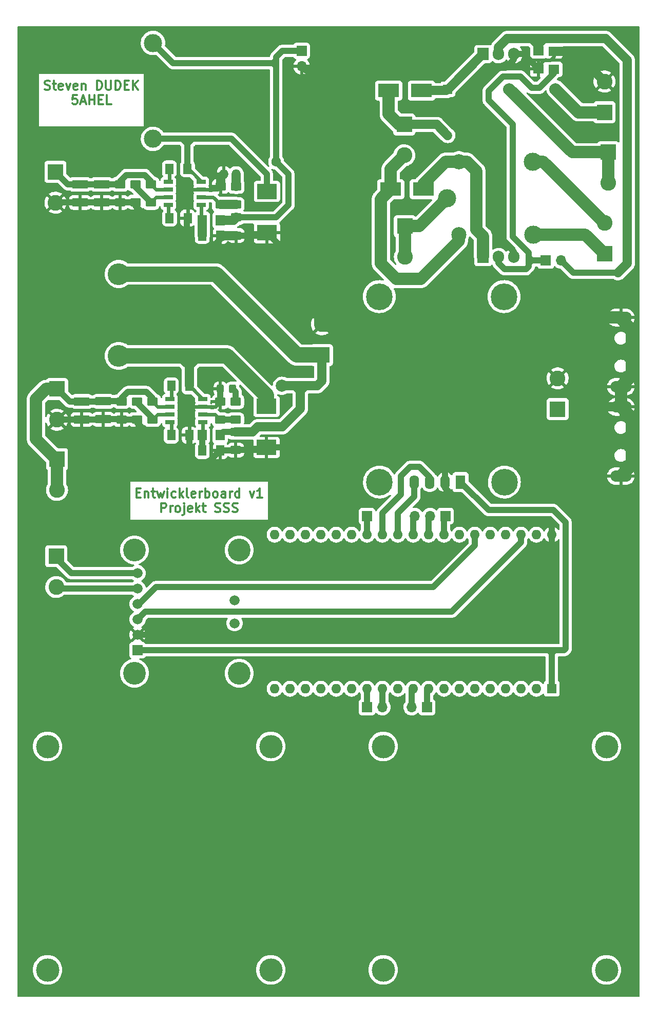
<source format=gbr>
G04 #@! TF.GenerationSoftware,KiCad,Pcbnew,(6.0.2)*
G04 #@! TF.CreationDate,2022-02-15T11:30:50+01:00*
G04 #@! TF.ProjectId,Entwicklerboard,456e7477-6963-46b6-9c65-72626f617264,rev?*
G04 #@! TF.SameCoordinates,Original*
G04 #@! TF.FileFunction,Copper,L1,Top*
G04 #@! TF.FilePolarity,Positive*
%FSLAX46Y46*%
G04 Gerber Fmt 4.6, Leading zero omitted, Abs format (unit mm)*
G04 Created by KiCad (PCBNEW (6.0.2)) date 2022-02-15 11:30:50*
%MOMM*%
%LPD*%
G01*
G04 APERTURE LIST*
G04 Aperture macros list*
%AMRoundRect*
0 Rectangle with rounded corners*
0 $1 Rounding radius*
0 $2 $3 $4 $5 $6 $7 $8 $9 X,Y pos of 4 corners*
0 Add a 4 corners polygon primitive as box body*
4,1,4,$2,$3,$4,$5,$6,$7,$8,$9,$2,$3,0*
0 Add four circle primitives for the rounded corners*
1,1,$1+$1,$2,$3*
1,1,$1+$1,$4,$5*
1,1,$1+$1,$6,$7*
1,1,$1+$1,$8,$9*
0 Add four rect primitives between the rounded corners*
20,1,$1+$1,$2,$3,$4,$5,0*
20,1,$1+$1,$4,$5,$6,$7,0*
20,1,$1+$1,$6,$7,$8,$9,0*
20,1,$1+$1,$8,$9,$2,$3,0*%
G04 Aperture macros list end*
%ADD10C,0.300000*%
G04 #@! TA.AperFunction,NonConductor*
%ADD11C,0.300000*%
G04 #@! TD*
G04 #@! TA.AperFunction,ComponentPad*
%ADD12R,1.700000X1.700000*%
G04 #@! TD*
G04 #@! TA.AperFunction,ComponentPad*
%ADD13O,1.700000X1.700000*%
G04 #@! TD*
G04 #@! TA.AperFunction,ComponentPad*
%ADD14C,2.600000*%
G04 #@! TD*
G04 #@! TA.AperFunction,ComponentPad*
%ADD15R,2.600000X2.600000*%
G04 #@! TD*
G04 #@! TA.AperFunction,WasherPad*
%ADD16C,4.400000*%
G04 #@! TD*
G04 #@! TA.AperFunction,SMDPad,CuDef*
%ADD17RoundRect,0.250001X-1.074999X0.462499X-1.074999X-0.462499X1.074999X-0.462499X1.074999X0.462499X0*%
G04 #@! TD*
G04 #@! TA.AperFunction,SMDPad,CuDef*
%ADD18RoundRect,0.250001X-0.624999X0.462499X-0.624999X-0.462499X0.624999X-0.462499X0.624999X0.462499X0*%
G04 #@! TD*
G04 #@! TA.AperFunction,SMDPad,CuDef*
%ADD19RoundRect,0.250001X0.462499X0.624999X-0.462499X0.624999X-0.462499X-0.624999X0.462499X-0.624999X0*%
G04 #@! TD*
G04 #@! TA.AperFunction,SMDPad,CuDef*
%ADD20RoundRect,0.250001X-0.462499X-0.624999X0.462499X-0.624999X0.462499X0.624999X-0.462499X0.624999X0*%
G04 #@! TD*
G04 #@! TA.AperFunction,SMDPad,CuDef*
%ADD21RoundRect,0.250001X0.624999X-0.462499X0.624999X0.462499X-0.624999X0.462499X-0.624999X-0.462499X0*%
G04 #@! TD*
G04 #@! TA.AperFunction,SMDPad,CuDef*
%ADD22R,3.500000X2.300000*%
G04 #@! TD*
G04 #@! TA.AperFunction,SMDPad,CuDef*
%ADD23R,3.300000X2.500000*%
G04 #@! TD*
G04 #@! TA.AperFunction,SMDPad,CuDef*
%ADD24R,1.800000X1.500000*%
G04 #@! TD*
G04 #@! TA.AperFunction,SMDPad,CuDef*
%ADD25RoundRect,0.250000X0.325000X0.450000X-0.325000X0.450000X-0.325000X-0.450000X0.325000X-0.450000X0*%
G04 #@! TD*
G04 #@! TA.AperFunction,SMDPad,CuDef*
%ADD26R,1.500000X1.800000*%
G04 #@! TD*
G04 #@! TA.AperFunction,SMDPad,CuDef*
%ADD27R,1.525000X0.650000*%
G04 #@! TD*
G04 #@! TA.AperFunction,WasherPad*
%ADD28C,3.850000*%
G04 #@! TD*
G04 #@! TA.AperFunction,ComponentPad*
%ADD29R,1.665000X1.665000*%
G04 #@! TD*
G04 #@! TA.AperFunction,ComponentPad*
%ADD30C,1.665000*%
G04 #@! TD*
G04 #@! TA.AperFunction,ComponentPad*
%ADD31C,3.750000*%
G04 #@! TD*
G04 #@! TA.AperFunction,ComponentPad*
%ADD32O,3.500000X1.900000*%
G04 #@! TD*
G04 #@! TA.AperFunction,ComponentPad*
%ADD33C,3.000000*%
G04 #@! TD*
G04 #@! TA.AperFunction,ComponentPad*
%ADD34C,2.500000*%
G04 #@! TD*
G04 #@! TA.AperFunction,ComponentPad*
%ADD35C,3.600000*%
G04 #@! TD*
G04 #@! TA.AperFunction,ComponentPad*
%ADD36R,1.905000X2.000000*%
G04 #@! TD*
G04 #@! TA.AperFunction,ComponentPad*
%ADD37O,1.905000X2.000000*%
G04 #@! TD*
G04 #@! TA.AperFunction,ComponentPad*
%ADD38R,1.600000X1.600000*%
G04 #@! TD*
G04 #@! TA.AperFunction,ComponentPad*
%ADD39O,1.600000X1.600000*%
G04 #@! TD*
G04 #@! TA.AperFunction,ComponentPad*
%ADD40R,1.600000X2.300000*%
G04 #@! TD*
G04 #@! TA.AperFunction,ComponentPad*
%ADD41O,1.600000X2.300000*%
G04 #@! TD*
G04 #@! TA.AperFunction,ComponentPad*
%ADD42R,1.520000X1.520000*%
G04 #@! TD*
G04 #@! TA.AperFunction,ComponentPad*
%ADD43C,2.000000*%
G04 #@! TD*
G04 #@! TA.AperFunction,ComponentPad*
%ADD44C,1.520000*%
G04 #@! TD*
G04 #@! TA.AperFunction,ViaPad*
%ADD45C,2.000000*%
G04 #@! TD*
G04 #@! TA.AperFunction,ViaPad*
%ADD46C,2.500000*%
G04 #@! TD*
G04 #@! TA.AperFunction,ViaPad*
%ADD47C,1.600000*%
G04 #@! TD*
G04 #@! TA.AperFunction,Conductor*
%ADD48C,1.000000*%
G04 #@! TD*
G04 #@! TA.AperFunction,Conductor*
%ADD49C,2.500000*%
G04 #@! TD*
G04 #@! TA.AperFunction,Conductor*
%ADD50C,1.500000*%
G04 #@! TD*
G04 #@! TA.AperFunction,Conductor*
%ADD51C,2.000000*%
G04 #@! TD*
G04 #@! TA.AperFunction,Conductor*
%ADD52C,0.600000*%
G04 #@! TD*
G04 APERTURE END LIST*
D10*
D11*
X22293428Y-30196142D02*
X22507714Y-30267571D01*
X22864857Y-30267571D01*
X23007714Y-30196142D01*
X23079142Y-30124714D01*
X23150571Y-29981857D01*
X23150571Y-29839000D01*
X23079142Y-29696142D01*
X23007714Y-29624714D01*
X22864857Y-29553285D01*
X22579142Y-29481857D01*
X22436285Y-29410428D01*
X22364857Y-29339000D01*
X22293428Y-29196142D01*
X22293428Y-29053285D01*
X22364857Y-28910428D01*
X22436285Y-28839000D01*
X22579142Y-28767571D01*
X22936285Y-28767571D01*
X23150571Y-28839000D01*
X23579142Y-29267571D02*
X24150571Y-29267571D01*
X23793428Y-28767571D02*
X23793428Y-30053285D01*
X23864857Y-30196142D01*
X24007714Y-30267571D01*
X24150571Y-30267571D01*
X25222000Y-30196142D02*
X25079142Y-30267571D01*
X24793428Y-30267571D01*
X24650571Y-30196142D01*
X24579142Y-30053285D01*
X24579142Y-29481857D01*
X24650571Y-29339000D01*
X24793428Y-29267571D01*
X25079142Y-29267571D01*
X25222000Y-29339000D01*
X25293428Y-29481857D01*
X25293428Y-29624714D01*
X24579142Y-29767571D01*
X25793428Y-29267571D02*
X26150571Y-30267571D01*
X26507714Y-29267571D01*
X27650571Y-30196142D02*
X27507714Y-30267571D01*
X27222000Y-30267571D01*
X27079142Y-30196142D01*
X27007714Y-30053285D01*
X27007714Y-29481857D01*
X27079142Y-29339000D01*
X27222000Y-29267571D01*
X27507714Y-29267571D01*
X27650571Y-29339000D01*
X27722000Y-29481857D01*
X27722000Y-29624714D01*
X27007714Y-29767571D01*
X28364857Y-29267571D02*
X28364857Y-30267571D01*
X28364857Y-29410428D02*
X28436285Y-29339000D01*
X28579142Y-29267571D01*
X28793428Y-29267571D01*
X28936285Y-29339000D01*
X29007714Y-29481857D01*
X29007714Y-30267571D01*
X30864857Y-30267571D02*
X30864857Y-28767571D01*
X31222000Y-28767571D01*
X31436285Y-28839000D01*
X31579142Y-28981857D01*
X31650571Y-29124714D01*
X31722000Y-29410428D01*
X31722000Y-29624714D01*
X31650571Y-29910428D01*
X31579142Y-30053285D01*
X31436285Y-30196142D01*
X31222000Y-30267571D01*
X30864857Y-30267571D01*
X32364857Y-28767571D02*
X32364857Y-29981857D01*
X32436285Y-30124714D01*
X32507714Y-30196142D01*
X32650571Y-30267571D01*
X32936285Y-30267571D01*
X33079142Y-30196142D01*
X33150571Y-30124714D01*
X33222000Y-29981857D01*
X33222000Y-28767571D01*
X33936285Y-30267571D02*
X33936285Y-28767571D01*
X34293428Y-28767571D01*
X34507714Y-28839000D01*
X34650571Y-28981857D01*
X34722000Y-29124714D01*
X34793428Y-29410428D01*
X34793428Y-29624714D01*
X34722000Y-29910428D01*
X34650571Y-30053285D01*
X34507714Y-30196142D01*
X34293428Y-30267571D01*
X33936285Y-30267571D01*
X35436285Y-29481857D02*
X35936285Y-29481857D01*
X36150571Y-30267571D02*
X35436285Y-30267571D01*
X35436285Y-28767571D01*
X36150571Y-28767571D01*
X36793428Y-30267571D02*
X36793428Y-28767571D01*
X37650571Y-30267571D02*
X37007714Y-29410428D01*
X37650571Y-28767571D02*
X36793428Y-29624714D01*
X27614857Y-31182571D02*
X26900571Y-31182571D01*
X26829142Y-31896857D01*
X26900571Y-31825428D01*
X27043428Y-31754000D01*
X27400571Y-31754000D01*
X27543428Y-31825428D01*
X27614857Y-31896857D01*
X27686285Y-32039714D01*
X27686285Y-32396857D01*
X27614857Y-32539714D01*
X27543428Y-32611142D01*
X27400571Y-32682571D01*
X27043428Y-32682571D01*
X26900571Y-32611142D01*
X26829142Y-32539714D01*
X28257714Y-32254000D02*
X28972000Y-32254000D01*
X28114857Y-32682571D02*
X28614857Y-31182571D01*
X29114857Y-32682571D01*
X29614857Y-32682571D02*
X29614857Y-31182571D01*
X29614857Y-31896857D02*
X30472000Y-31896857D01*
X30472000Y-32682571D02*
X30472000Y-31182571D01*
X31186285Y-31896857D02*
X31686285Y-31896857D01*
X31900571Y-32682571D02*
X31186285Y-32682571D01*
X31186285Y-31182571D01*
X31900571Y-31182571D01*
X33257714Y-32682571D02*
X32543428Y-32682571D01*
X32543428Y-31182571D01*
D10*
D11*
X37394857Y-96729357D02*
X37894857Y-96729357D01*
X38109142Y-97515071D02*
X37394857Y-97515071D01*
X37394857Y-96015071D01*
X38109142Y-96015071D01*
X38752000Y-96515071D02*
X38752000Y-97515071D01*
X38752000Y-96657928D02*
X38823428Y-96586500D01*
X38966285Y-96515071D01*
X39180571Y-96515071D01*
X39323428Y-96586500D01*
X39394857Y-96729357D01*
X39394857Y-97515071D01*
X39894857Y-96515071D02*
X40466285Y-96515071D01*
X40109142Y-96015071D02*
X40109142Y-97300785D01*
X40180571Y-97443642D01*
X40323428Y-97515071D01*
X40466285Y-97515071D01*
X40823428Y-96515071D02*
X41109142Y-97515071D01*
X41394857Y-96800785D01*
X41680571Y-97515071D01*
X41966285Y-96515071D01*
X42537714Y-97515071D02*
X42537714Y-96515071D01*
X42537714Y-96015071D02*
X42466285Y-96086500D01*
X42537714Y-96157928D01*
X42609142Y-96086500D01*
X42537714Y-96015071D01*
X42537714Y-96157928D01*
X43894857Y-97443642D02*
X43752000Y-97515071D01*
X43466285Y-97515071D01*
X43323428Y-97443642D01*
X43252000Y-97372214D01*
X43180571Y-97229357D01*
X43180571Y-96800785D01*
X43252000Y-96657928D01*
X43323428Y-96586500D01*
X43466285Y-96515071D01*
X43752000Y-96515071D01*
X43894857Y-96586500D01*
X44537714Y-97515071D02*
X44537714Y-96015071D01*
X44680571Y-96943642D02*
X45109142Y-97515071D01*
X45109142Y-96515071D02*
X44537714Y-97086500D01*
X45966285Y-97515071D02*
X45823428Y-97443642D01*
X45752000Y-97300785D01*
X45752000Y-96015071D01*
X47109142Y-97443642D02*
X46966285Y-97515071D01*
X46680571Y-97515071D01*
X46537714Y-97443642D01*
X46466285Y-97300785D01*
X46466285Y-96729357D01*
X46537714Y-96586500D01*
X46680571Y-96515071D01*
X46966285Y-96515071D01*
X47109142Y-96586500D01*
X47180571Y-96729357D01*
X47180571Y-96872214D01*
X46466285Y-97015071D01*
X47823428Y-97515071D02*
X47823428Y-96515071D01*
X47823428Y-96800785D02*
X47894857Y-96657928D01*
X47966285Y-96586500D01*
X48109142Y-96515071D01*
X48252000Y-96515071D01*
X48752000Y-97515071D02*
X48752000Y-96015071D01*
X48752000Y-96586500D02*
X48894857Y-96515071D01*
X49180571Y-96515071D01*
X49323428Y-96586500D01*
X49394857Y-96657928D01*
X49466285Y-96800785D01*
X49466285Y-97229357D01*
X49394857Y-97372214D01*
X49323428Y-97443642D01*
X49180571Y-97515071D01*
X48894857Y-97515071D01*
X48752000Y-97443642D01*
X50323428Y-97515071D02*
X50180571Y-97443642D01*
X50109142Y-97372214D01*
X50037714Y-97229357D01*
X50037714Y-96800785D01*
X50109142Y-96657928D01*
X50180571Y-96586500D01*
X50323428Y-96515071D01*
X50537714Y-96515071D01*
X50680571Y-96586500D01*
X50752000Y-96657928D01*
X50823428Y-96800785D01*
X50823428Y-97229357D01*
X50752000Y-97372214D01*
X50680571Y-97443642D01*
X50537714Y-97515071D01*
X50323428Y-97515071D01*
X52109142Y-97515071D02*
X52109142Y-96729357D01*
X52037714Y-96586500D01*
X51894857Y-96515071D01*
X51609142Y-96515071D01*
X51466285Y-96586500D01*
X52109142Y-97443642D02*
X51966285Y-97515071D01*
X51609142Y-97515071D01*
X51466285Y-97443642D01*
X51394857Y-97300785D01*
X51394857Y-97157928D01*
X51466285Y-97015071D01*
X51609142Y-96943642D01*
X51966285Y-96943642D01*
X52109142Y-96872214D01*
X52823428Y-97515071D02*
X52823428Y-96515071D01*
X52823428Y-96800785D02*
X52894857Y-96657928D01*
X52966285Y-96586500D01*
X53109142Y-96515071D01*
X53251999Y-96515071D01*
X54394857Y-97515071D02*
X54394857Y-96015071D01*
X54394857Y-97443642D02*
X54252000Y-97515071D01*
X53966285Y-97515071D01*
X53823428Y-97443642D01*
X53751999Y-97372214D01*
X53680571Y-97229357D01*
X53680571Y-96800785D01*
X53751999Y-96657928D01*
X53823428Y-96586500D01*
X53966285Y-96515071D01*
X54252000Y-96515071D01*
X54394857Y-96586500D01*
X56109142Y-96515071D02*
X56466285Y-97515071D01*
X56823428Y-96515071D01*
X58180571Y-97515071D02*
X57323428Y-97515071D01*
X57751999Y-97515071D02*
X57751999Y-96015071D01*
X57609142Y-96229357D01*
X57466285Y-96372214D01*
X57323428Y-96443642D01*
X41466285Y-99930071D02*
X41466285Y-98430071D01*
X42037714Y-98430071D01*
X42180571Y-98501500D01*
X42252000Y-98572928D01*
X42323428Y-98715785D01*
X42323428Y-98930071D01*
X42252000Y-99072928D01*
X42180571Y-99144357D01*
X42037714Y-99215785D01*
X41466285Y-99215785D01*
X42966285Y-99930071D02*
X42966285Y-98930071D01*
X42966285Y-99215785D02*
X43037714Y-99072928D01*
X43109142Y-99001500D01*
X43252000Y-98930071D01*
X43394857Y-98930071D01*
X44109142Y-99930071D02*
X43966285Y-99858642D01*
X43894857Y-99787214D01*
X43823428Y-99644357D01*
X43823428Y-99215785D01*
X43894857Y-99072928D01*
X43966285Y-99001500D01*
X44109142Y-98930071D01*
X44323428Y-98930071D01*
X44466285Y-99001500D01*
X44537714Y-99072928D01*
X44609142Y-99215785D01*
X44609142Y-99644357D01*
X44537714Y-99787214D01*
X44466285Y-99858642D01*
X44323428Y-99930071D01*
X44109142Y-99930071D01*
X45252000Y-98930071D02*
X45252000Y-100215785D01*
X45180571Y-100358642D01*
X45037714Y-100430071D01*
X44966285Y-100430071D01*
X45252000Y-98430071D02*
X45180571Y-98501500D01*
X45252000Y-98572928D01*
X45323428Y-98501500D01*
X45252000Y-98430071D01*
X45252000Y-98572928D01*
X46537714Y-99858642D02*
X46394857Y-99930071D01*
X46109142Y-99930071D01*
X45966285Y-99858642D01*
X45894857Y-99715785D01*
X45894857Y-99144357D01*
X45966285Y-99001500D01*
X46109142Y-98930071D01*
X46394857Y-98930071D01*
X46537714Y-99001500D01*
X46609142Y-99144357D01*
X46609142Y-99287214D01*
X45894857Y-99430071D01*
X47252000Y-99930071D02*
X47252000Y-98430071D01*
X47394857Y-99358642D02*
X47823428Y-99930071D01*
X47823428Y-98930071D02*
X47252000Y-99501500D01*
X48252000Y-98930071D02*
X48823428Y-98930071D01*
X48466285Y-98430071D02*
X48466285Y-99715785D01*
X48537714Y-99858642D01*
X48680571Y-99930071D01*
X48823428Y-99930071D01*
X50394857Y-99858642D02*
X50609142Y-99930071D01*
X50966285Y-99930071D01*
X51109142Y-99858642D01*
X51180571Y-99787214D01*
X51252000Y-99644357D01*
X51252000Y-99501500D01*
X51180571Y-99358642D01*
X51109142Y-99287214D01*
X50966285Y-99215785D01*
X50680571Y-99144357D01*
X50537714Y-99072928D01*
X50466285Y-99001500D01*
X50394857Y-98858642D01*
X50394857Y-98715785D01*
X50466285Y-98572928D01*
X50537714Y-98501500D01*
X50680571Y-98430071D01*
X51037714Y-98430071D01*
X51252000Y-98501500D01*
X51823428Y-99858642D02*
X52037714Y-99930071D01*
X52394857Y-99930071D01*
X52537714Y-99858642D01*
X52609142Y-99787214D01*
X52680571Y-99644357D01*
X52680571Y-99501500D01*
X52609142Y-99358642D01*
X52537714Y-99287214D01*
X52394857Y-99215785D01*
X52109142Y-99144357D01*
X51966285Y-99072928D01*
X51894857Y-99001500D01*
X51823428Y-98858642D01*
X51823428Y-98715785D01*
X51894857Y-98572928D01*
X51966285Y-98501500D01*
X52109142Y-98430071D01*
X52466285Y-98430071D01*
X52680571Y-98501500D01*
X53252000Y-99858642D02*
X53466285Y-99930071D01*
X53823428Y-99930071D01*
X53966285Y-99858642D01*
X54037714Y-99787214D01*
X54109142Y-99644357D01*
X54109142Y-99501500D01*
X54037714Y-99358642D01*
X53966285Y-99287214D01*
X53823428Y-99215785D01*
X53537714Y-99144357D01*
X53394857Y-99072928D01*
X53323428Y-99001500D01*
X53252000Y-98858642D01*
X53252000Y-98715785D01*
X53323428Y-98572928D01*
X53394857Y-98501500D01*
X53537714Y-98430071D01*
X53894857Y-98430071D01*
X54109142Y-98501500D01*
D12*
X88377000Y-100559000D03*
D13*
X85837000Y-100559000D03*
X83297000Y-100559000D03*
D12*
X85344000Y-132080000D03*
D13*
X82804000Y-132080000D03*
D12*
X104922000Y-58445000D03*
D13*
X107462000Y-58445000D03*
D12*
X75438000Y-100584000D03*
X75438000Y-132080000D03*
D13*
X77978000Y-132080000D03*
D12*
X64643000Y-23876000D03*
D13*
X64643000Y-26416000D03*
D14*
X24308000Y-96261000D03*
D15*
X24308000Y-91181000D03*
D16*
X77470000Y-64389000D03*
X98044000Y-64389000D03*
D17*
X28377500Y-81683500D03*
X28377500Y-84658500D03*
X28112000Y-45883500D03*
X28112000Y-48858500D03*
X31933500Y-81647000D03*
X31933500Y-84622000D03*
X31668000Y-45883500D03*
X31668000Y-48858500D03*
D18*
X34981500Y-81683500D03*
X34981500Y-84658500D03*
X34716000Y-45883500D03*
X34716000Y-48858500D03*
D19*
X46121000Y-79107000D03*
X43146000Y-79107000D03*
D20*
X43146000Y-87235000D03*
X46121000Y-87235000D03*
D19*
X45819000Y-43307000D03*
X42844000Y-43307000D03*
D20*
X42880500Y-51435000D03*
X45855500Y-51435000D03*
D21*
X53777500Y-84695000D03*
X53777500Y-81720000D03*
X53844500Y-49203000D03*
X53844500Y-46228000D03*
X51237500Y-84695000D03*
X51237500Y-81720000D03*
X51268000Y-49203000D03*
X51268000Y-46228000D03*
D18*
X53777500Y-86727000D03*
X53777500Y-89702000D03*
X53848000Y-51344500D03*
X53848000Y-54319500D03*
D22*
X79346500Y-46690000D03*
X84746500Y-46690000D03*
D23*
X58857500Y-82467000D03*
X58857500Y-89267000D03*
X58928000Y-47048000D03*
X58928000Y-53848000D03*
D22*
X79026500Y-30434000D03*
X84426500Y-30434000D03*
D18*
X40061500Y-81683500D03*
X40061500Y-84658500D03*
X37521500Y-81683500D03*
X37521500Y-84658500D03*
X39796000Y-45883500D03*
X39796000Y-48858500D03*
X37256000Y-45847000D03*
X37256000Y-48822000D03*
D24*
X106270500Y-26924000D03*
X106270500Y-23924000D03*
X103730500Y-23876000D03*
X103730500Y-26876000D03*
D25*
X53287500Y-79615000D03*
X51237500Y-79615000D03*
X53844500Y-44159500D03*
X51794500Y-44159500D03*
D26*
X51237500Y-87235000D03*
X48237500Y-87235000D03*
D20*
X48262500Y-89775000D03*
X51237500Y-89775000D03*
D26*
X51247500Y-51779500D03*
X48247500Y-51779500D03*
D20*
X48260000Y-54319500D03*
X51235000Y-54319500D03*
D27*
X42937500Y-81266000D03*
X42937500Y-82536000D03*
X42937500Y-83806000D03*
X42937500Y-85076000D03*
X48361500Y-85076000D03*
X48361500Y-83806000D03*
X48361500Y-82536000D03*
X48361500Y-81266000D03*
X42672000Y-45466000D03*
X42672000Y-46736000D03*
X42672000Y-48006000D03*
X42672000Y-49276000D03*
X48096000Y-49276000D03*
X48096000Y-48006000D03*
X48096000Y-46736000D03*
X48096000Y-45466000D03*
D28*
X78105000Y-175387000D03*
X114935000Y-175387000D03*
X78105000Y-138557000D03*
X114935000Y-138557000D03*
D29*
X37592000Y-122682000D03*
D30*
X37592000Y-120142000D03*
X37592000Y-117602000D03*
X37592000Y-115062000D03*
X37592000Y-112522000D03*
X37592000Y-109982000D03*
X53594000Y-114427000D03*
X53594000Y-118237000D03*
D31*
X37084000Y-126492000D03*
X37084000Y-106172000D03*
X54356000Y-106172000D03*
X54356000Y-126492000D03*
D15*
X24313500Y-79615000D03*
D14*
X24313500Y-84695000D03*
D15*
X24048000Y-43815000D03*
D14*
X24048000Y-48895000D03*
D15*
X81581500Y-36017000D03*
D14*
X81581500Y-41097000D03*
D15*
X81683500Y-52781000D03*
D14*
X81683500Y-57861000D03*
D15*
X115211500Y-40589000D03*
D14*
X115211500Y-45669000D03*
D15*
X68001500Y-74027000D03*
D14*
X68001500Y-68947000D03*
D32*
X117306000Y-79248000D03*
X117306000Y-67848000D03*
X117306000Y-93980000D03*
X117306000Y-82580000D03*
D15*
X106883000Y-82951000D03*
D14*
X106883000Y-77871000D03*
D33*
X88626500Y-48214000D03*
D34*
X90576500Y-42164000D03*
D33*
X102776500Y-42164000D03*
X102826500Y-54214000D03*
D34*
X90576500Y-54164000D03*
D35*
X34473500Y-74168000D03*
X34473500Y-60668000D03*
D33*
X40132000Y-38380000D03*
X40132000Y-22580000D03*
D36*
X94586500Y-57866000D03*
D37*
X97126500Y-57866000D03*
X99666500Y-57866000D03*
D36*
X94586500Y-24409000D03*
D37*
X97126500Y-24409000D03*
X99666500Y-24409000D03*
D38*
X105918000Y-129032000D03*
D39*
X103378000Y-129032000D03*
X100838000Y-129032000D03*
X98298000Y-129032000D03*
X95758000Y-129032000D03*
X93218000Y-129032000D03*
X90678000Y-129032000D03*
X88138000Y-129032000D03*
X85598000Y-129032000D03*
X83058000Y-129032000D03*
X80518000Y-129032000D03*
X77978000Y-129032000D03*
X75438000Y-129032000D03*
X72898000Y-129032000D03*
X70358000Y-129032000D03*
X67818000Y-129032000D03*
X65278000Y-129032000D03*
X62738000Y-129032000D03*
X60198000Y-129032000D03*
X60198000Y-103632000D03*
X62738000Y-103632000D03*
X65278000Y-103632000D03*
X67818000Y-103632000D03*
X70358000Y-103632000D03*
X72898000Y-103632000D03*
X75438000Y-103632000D03*
X77978000Y-103632000D03*
X80518000Y-103632000D03*
X83058000Y-103632000D03*
X85598000Y-103632000D03*
X88138000Y-103632000D03*
X90678000Y-103632000D03*
X93218000Y-103632000D03*
X95758000Y-103632000D03*
X98298000Y-103632000D03*
X100838000Y-103632000D03*
X103378000Y-103632000D03*
X105918000Y-103632000D03*
D16*
X98096500Y-94968500D03*
X77496500Y-94968500D03*
D40*
X90866500Y-94968500D03*
D41*
X88326500Y-94968500D03*
X85786500Y-94968500D03*
X83246500Y-94968500D03*
D15*
X114601500Y-57358000D03*
D14*
X114601500Y-52278000D03*
D15*
X114601500Y-33995000D03*
D14*
X114601500Y-28915000D03*
D15*
X24181000Y-107183000D03*
D14*
X24181000Y-112263000D03*
D42*
X88759500Y-30190000D03*
D43*
X98919500Y-30190000D03*
X106539500Y-30190000D03*
D44*
X88759500Y-37810000D03*
D28*
X22733000Y-175387000D03*
X59563000Y-175387000D03*
X22733000Y-138557000D03*
X59563000Y-138557000D03*
D45*
X113792000Y-82296000D03*
D46*
X107472000Y-67848000D03*
D47*
X74676000Y-45212000D03*
D45*
X61397500Y-79107000D03*
D47*
X60452000Y-42164000D03*
D48*
X46964000Y-38380000D02*
X46654000Y-38380000D01*
X46654000Y-38380000D02*
X45819000Y-39215000D01*
X46964000Y-38380000D02*
X46508000Y-38380000D01*
X53112000Y-38380000D02*
X46964000Y-38380000D01*
X44984000Y-38380000D02*
X45819000Y-39215000D01*
X45819000Y-39215000D02*
X45819000Y-39069000D01*
X46508000Y-38380000D02*
X45948000Y-38380000D01*
X44984000Y-38380000D02*
X40132000Y-38380000D01*
X45819000Y-39215000D02*
X45819000Y-38509000D01*
X45948000Y-38380000D02*
X44984000Y-38380000D01*
X45819000Y-43307000D02*
X45819000Y-39215000D01*
X45819000Y-38509000D02*
X45948000Y-38380000D01*
X58928000Y-44196000D02*
X53112000Y-38380000D01*
X58928000Y-47048000D02*
X58928000Y-44196000D01*
X105918000Y-123190000D02*
X106426000Y-122682000D01*
X105918000Y-123698000D02*
X105918000Y-123190000D01*
X106426000Y-122682000D02*
X107950000Y-122682000D01*
X105918000Y-122682000D02*
X106426000Y-122682000D01*
X37592000Y-122682000D02*
X105410000Y-122682000D01*
X105918000Y-123698000D02*
X105918000Y-122682000D01*
X105410000Y-122682000D02*
X105918000Y-122682000D01*
X105918000Y-129032000D02*
X105918000Y-123698000D01*
X105918000Y-123190000D02*
X105410000Y-122682000D01*
X95466000Y-99568000D02*
X90866500Y-94968500D01*
X106172000Y-99568000D02*
X95466000Y-99568000D01*
X108204000Y-101600000D02*
X106172000Y-99568000D01*
X108204000Y-122428000D02*
X108204000Y-101600000D01*
X107950000Y-122682000D02*
X108204000Y-122428000D01*
X89926000Y-68947000D02*
X88326500Y-70546500D01*
X90057000Y-68947000D02*
X89926000Y-68947000D01*
X88326500Y-71185500D02*
X88326500Y-70546500D01*
X88326500Y-70546500D02*
X86727000Y-68947000D01*
X88326500Y-94968500D02*
X88326500Y-71185500D01*
D49*
X90057000Y-68947000D02*
X106373000Y-68947000D01*
X88533000Y-68947000D02*
X90057000Y-68947000D01*
D48*
X88326500Y-70546500D02*
X88326500Y-69153500D01*
D49*
X86727000Y-68947000D02*
X88533000Y-68947000D01*
X72785000Y-68947000D02*
X86727000Y-68947000D01*
D48*
X88326500Y-69153500D02*
X88533000Y-68947000D01*
X24181000Y-107493000D02*
X26670000Y-109982000D01*
X24181000Y-107183000D02*
X24181000Y-107493000D01*
X26670000Y-109982000D02*
X37592000Y-109982000D01*
X24440000Y-112522000D02*
X24181000Y-112263000D01*
X37592000Y-112522000D02*
X24440000Y-112522000D01*
X102591000Y-58445000D02*
X102591000Y-58395000D01*
X102591000Y-58395000D02*
X102108000Y-57912000D01*
X102108000Y-57912000D02*
X102108000Y-57150000D01*
X102108000Y-58420000D02*
X102108000Y-57912000D01*
X102591000Y-58445000D02*
X102108000Y-58928000D01*
X102108000Y-58928000D02*
X102108000Y-58420000D01*
X102108000Y-59436000D02*
X102108000Y-58928000D01*
X102641000Y-58445000D02*
X102133000Y-58445000D01*
X104922000Y-58445000D02*
X102641000Y-58445000D01*
X102641000Y-58445000D02*
X102591000Y-58445000D01*
X102133000Y-58445000D02*
X102108000Y-58420000D01*
X109469000Y-60452000D02*
X107462000Y-58445000D01*
X116840000Y-60452000D02*
X109469000Y-60452000D01*
X98298000Y-26670000D02*
X99666500Y-25301500D01*
X96266000Y-26670000D02*
X98298000Y-26670000D01*
X89408000Y-33528000D02*
X96266000Y-26670000D01*
X99666500Y-25301500D02*
X99666500Y-24409000D01*
X106270500Y-27562100D02*
X106270500Y-26924000D01*
X103860600Y-29972000D02*
X106270500Y-27562100D01*
X102616000Y-29972000D02*
X103860600Y-29972000D01*
X100767520Y-28123520D02*
X102616000Y-29972000D01*
X95504000Y-32004000D02*
X95504000Y-30480000D01*
X99441000Y-54483000D02*
X99441000Y-35941000D01*
X97860480Y-28123520D02*
X100767520Y-28123520D01*
X102108000Y-57150000D02*
X99441000Y-54483000D01*
X99441000Y-35941000D02*
X95504000Y-32004000D01*
X101646000Y-59898000D02*
X102108000Y-59436000D01*
X95504000Y-30480000D02*
X97860480Y-28123520D01*
X101554000Y-59898000D02*
X101646000Y-59898000D01*
X97028000Y-53848000D02*
X96012000Y-52832000D01*
X97028000Y-54356000D02*
X97028000Y-53848000D01*
X99666500Y-56994500D02*
X97028000Y-54356000D01*
X99666500Y-57866000D02*
X99666500Y-56994500D01*
X69455000Y-55880000D02*
X68001500Y-57333500D01*
X69596000Y-55880000D02*
X69455000Y-55880000D01*
X66548000Y-55880000D02*
X68001500Y-57333500D01*
X66040000Y-55880000D02*
X66548000Y-55880000D01*
X66040000Y-55880000D02*
X60960000Y-55880000D01*
X68142500Y-57333500D02*
X68001500Y-57333500D01*
X69596000Y-55880000D02*
X69088000Y-55880000D01*
X70104000Y-55880000D02*
X69596000Y-55880000D01*
D49*
X68001500Y-68947000D02*
X68001500Y-57333500D01*
D48*
X67056000Y-55880000D02*
X66548000Y-55880000D01*
D49*
X68001500Y-57333500D02*
X68001500Y-55950500D01*
X68001500Y-55950500D02*
X68072000Y-55880000D01*
D50*
X118364000Y-58928000D02*
X116840000Y-60452000D01*
X118364000Y-25400000D02*
X118364000Y-58928000D01*
X114808000Y-21844000D02*
X118364000Y-25400000D01*
X105156000Y-21844000D02*
X114808000Y-21844000D01*
D48*
X75438000Y-103632000D02*
X75438000Y-100584000D01*
X88138000Y-103632000D02*
X88138000Y-100798000D01*
X88138000Y-100798000D02*
X88377000Y-100559000D01*
X85598000Y-100798000D02*
X85837000Y-100559000D01*
X85598000Y-103632000D02*
X85598000Y-100798000D01*
X83058000Y-100798000D02*
X83297000Y-100559000D01*
X83058000Y-103632000D02*
X83058000Y-100798000D01*
X85344000Y-129286000D02*
X85598000Y-129032000D01*
X85344000Y-132080000D02*
X85344000Y-129286000D01*
X82804000Y-129286000D02*
X83058000Y-129032000D01*
X82804000Y-132080000D02*
X82804000Y-129286000D01*
X77978000Y-132080000D02*
X77978000Y-129032000D01*
X75438000Y-132080000D02*
X75438000Y-129032000D01*
X65405000Y-27178000D02*
X64643000Y-26416000D01*
X74676000Y-27178000D02*
X65405000Y-27178000D01*
X59944000Y-25908000D02*
X60452000Y-25400000D01*
X60452000Y-25400000D02*
X60452000Y-25908000D01*
X60452000Y-24892000D02*
X60452000Y-25400000D01*
X61468000Y-23876000D02*
X60452000Y-24892000D01*
X64643000Y-23876000D02*
X61468000Y-23876000D01*
D50*
X65250000Y-79107000D02*
X64445500Y-79911500D01*
X65391000Y-79107000D02*
X67197000Y-79107000D01*
X64657000Y-79107000D02*
X65391000Y-79107000D01*
X65391000Y-79107000D02*
X65250000Y-79107000D01*
X64445500Y-79911500D02*
X63641000Y-79107000D01*
X64445500Y-80334500D02*
X64445500Y-79318500D01*
X61397500Y-79107000D02*
X63641000Y-79107000D01*
X64445500Y-82874500D02*
X64445500Y-80334500D01*
X63641000Y-79107000D02*
X64657000Y-79107000D01*
X64445500Y-80334500D02*
X64445500Y-79911500D01*
X64445500Y-79318500D02*
X64657000Y-79107000D01*
X61468000Y-85852000D02*
X64445500Y-82874500D01*
X57404000Y-85852000D02*
X61468000Y-85852000D01*
X56529000Y-86727000D02*
X57404000Y-85852000D01*
X53777500Y-86727000D02*
X56529000Y-86727000D01*
X68001500Y-78302500D02*
X68001500Y-74027000D01*
X67197000Y-79107000D02*
X68001500Y-78302500D01*
X44704000Y-74382000D02*
X44704000Y-74168000D01*
X46121000Y-75799000D02*
X44704000Y-74382000D01*
X47752000Y-74168000D02*
X46121000Y-75799000D01*
D49*
X47752000Y-74168000D02*
X46228000Y-74168000D01*
D50*
X46121000Y-75585000D02*
X46335000Y-75585000D01*
D49*
X52324000Y-74168000D02*
X47752000Y-74168000D01*
D50*
X46121000Y-75799000D02*
X46121000Y-75585000D01*
D49*
X44704000Y-74168000D02*
X43180000Y-74168000D01*
X46228000Y-74168000D02*
X44704000Y-74168000D01*
D50*
X46121000Y-75799000D02*
X46121000Y-74275000D01*
X46121000Y-79107000D02*
X46121000Y-75799000D01*
X46121000Y-74275000D02*
X46228000Y-74168000D01*
D49*
X58857500Y-80701500D02*
X52324000Y-74168000D01*
X58857500Y-82467000D02*
X58857500Y-80701500D01*
D48*
X72644000Y-68947000D02*
X71049500Y-70541500D01*
X72785000Y-68947000D02*
X72644000Y-68947000D01*
D49*
X71261000Y-68947000D02*
X72785000Y-68947000D01*
D48*
X71049500Y-70541500D02*
X69455000Y-68947000D01*
D49*
X69455000Y-68947000D02*
X71261000Y-68947000D01*
D48*
X71049500Y-70541500D02*
X71049500Y-69158500D01*
X71049500Y-75254500D02*
X71049500Y-70541500D01*
D49*
X68001500Y-68947000D02*
X69455000Y-68947000D01*
D48*
X71049500Y-69158500D02*
X71261000Y-68947000D01*
D50*
X114076000Y-82580000D02*
X113792000Y-82296000D01*
X117306000Y-82580000D02*
X114076000Y-82580000D01*
D51*
X119155521Y-92130479D02*
X117306000Y-93980000D01*
X119155521Y-84429521D02*
X119155521Y-92130479D01*
X117306000Y-82580000D02*
X119155521Y-84429521D01*
X117306000Y-82580000D02*
X117306000Y-79248000D01*
X119155521Y-77398479D02*
X117306000Y-79248000D01*
X119155521Y-69879521D02*
X119155521Y-77398479D01*
X117306000Y-68030000D02*
X119155521Y-69879521D01*
X117306000Y-67848000D02*
X117306000Y-68030000D01*
X107472000Y-67848000D02*
X117306000Y-67848000D01*
D49*
X106373000Y-68947000D02*
X107472000Y-67848000D01*
D48*
X69088000Y-55880000D02*
X68439000Y-55880000D01*
D49*
X34473500Y-74168000D02*
X43180000Y-74168000D01*
X50508000Y-60668000D02*
X63867000Y-74027000D01*
X34473500Y-60668000D02*
X50508000Y-60668000D01*
X63867000Y-74027000D02*
X68001500Y-74027000D01*
D51*
X24308000Y-96261000D02*
X24308000Y-91181000D01*
X20828000Y-81280000D02*
X22493000Y-79615000D01*
X20828000Y-87884000D02*
X20828000Y-81280000D01*
X22493000Y-79615000D02*
X24313500Y-79615000D01*
X24125000Y-91181000D02*
X20828000Y-87884000D01*
X24308000Y-91181000D02*
X24125000Y-91181000D01*
X80264000Y-61468000D02*
X84328000Y-61468000D01*
X77724000Y-58928000D02*
X80264000Y-61468000D01*
X77724000Y-48312500D02*
X77724000Y-58928000D01*
D48*
X40061500Y-81139000D02*
X40061500Y-81683500D01*
X28377500Y-81683500D02*
X31897000Y-81683500D01*
D52*
X40914000Y-82536000D02*
X40061500Y-81683500D01*
D48*
X34981500Y-81139000D02*
X35997500Y-80123000D01*
D52*
X42937500Y-82536000D02*
X40914000Y-82536000D01*
D48*
X35997500Y-80123000D02*
X39045500Y-80123000D01*
X28377500Y-81683500D02*
X26382000Y-81683500D01*
X31933500Y-81647000D02*
X34945000Y-81647000D01*
X34945000Y-81647000D02*
X34981500Y-81683500D01*
X31897000Y-81683500D02*
X31933500Y-81647000D01*
X39045500Y-80123000D02*
X40061500Y-81139000D01*
X26382000Y-81683500D02*
X24313500Y-79615000D01*
X34981500Y-81683500D02*
X34981500Y-81139000D01*
X58857500Y-89267000D02*
X61507500Y-89267000D01*
X88326500Y-95946500D02*
X88326500Y-94968500D01*
X28112000Y-48858500D02*
X31668000Y-48858500D01*
X69088000Y-55880000D02*
X68072000Y-55880000D01*
X37219500Y-48858500D02*
X37256000Y-48822000D01*
X66151500Y-84623000D02*
X66532500Y-84242000D01*
X58456500Y-54319500D02*
X58928000Y-53848000D01*
X24350000Y-84658500D02*
X24313500Y-84695000D01*
X80518000Y-27178000D02*
X81788000Y-28448000D01*
X37256000Y-49448000D02*
X37256000Y-48822000D01*
X46121000Y-91262500D02*
X46121000Y-90246500D01*
X91186000Y-120142000D02*
X105918000Y-105410000D01*
D52*
X46999000Y-82536000D02*
X48361500Y-82536000D01*
D48*
X67564000Y-55880000D02*
X67056000Y-55880000D01*
X28377500Y-84658500D02*
X24350000Y-84658500D01*
X96012000Y-52832000D02*
X96012000Y-41656000D01*
X75438000Y-27178000D02*
X80518000Y-27178000D01*
X45720000Y-51570500D02*
X45855500Y-51435000D01*
D52*
X50760000Y-46736000D02*
X51268000Y-46228000D01*
D48*
X88900000Y-34036000D02*
X89408000Y-34544000D01*
X45649500Y-89775000D02*
X46121000Y-89303500D01*
X41656000Y-53848000D02*
X37256000Y-49448000D01*
X51237500Y-89775000D02*
X53704500Y-89775000D01*
X74676000Y-45212000D02*
X74676000Y-51308000D01*
X105918000Y-102362000D02*
X105156000Y-101600000D01*
X31668000Y-48858500D02*
X34716000Y-48858500D01*
X82296000Y-33020000D02*
X81788000Y-32512000D01*
X99666500Y-24409000D02*
X101263500Y-24409000D01*
X68072000Y-55880000D02*
X67564000Y-55880000D01*
X74676000Y-27940000D02*
X74676000Y-27178000D01*
X83312000Y-33020000D02*
X82296000Y-33020000D01*
X89408000Y-34036000D02*
X88900000Y-34036000D01*
X45720000Y-55372000D02*
X45720000Y-54356000D01*
X45720000Y-54356000D02*
X45720000Y-53848000D01*
X49784000Y-56388000D02*
X51235000Y-54937000D01*
D52*
X46121000Y-87235000D02*
X46121000Y-83414000D01*
D48*
X84328000Y-34036000D02*
X83312000Y-33020000D01*
D52*
X103730500Y-26876000D02*
X103730500Y-26317500D01*
D48*
X51237500Y-89775000D02*
X49205500Y-91807000D01*
X46665500Y-91807000D02*
X46121000Y-91262500D01*
X45720000Y-53340000D02*
X45720000Y-51570500D01*
X74676000Y-45212000D02*
X74676000Y-27940000D01*
X105918000Y-105410000D02*
X105918000Y-103632000D01*
D52*
X103730500Y-26317500D02*
X104648000Y-25400000D01*
D48*
X31933500Y-84622000D02*
X34945000Y-84622000D01*
X53777500Y-89702000D02*
X58422500Y-89702000D01*
D50*
X51268000Y-46228000D02*
X51268000Y-44686000D01*
D48*
X41656000Y-53848000D02*
X44704000Y-53848000D01*
X34945000Y-84622000D02*
X34981500Y-84658500D01*
D52*
X48361500Y-82536000D02*
X50421500Y-82536000D01*
D50*
X106270500Y-23924000D02*
X109610500Y-23924000D01*
X51268000Y-44686000D02*
X51794500Y-44159500D01*
D48*
X71049500Y-79725000D02*
X71049500Y-76778500D01*
X88900000Y-34036000D02*
X89408000Y-33528000D01*
X71049500Y-76778500D02*
X71049500Y-76129500D01*
X44704000Y-53848000D02*
X45720000Y-53848000D01*
X45720000Y-53340000D02*
X45212000Y-53848000D01*
X101263500Y-24409000D02*
X103730500Y-26876000D01*
X89408000Y-34544000D02*
X89408000Y-34036000D01*
X53704500Y-89775000D02*
X53777500Y-89702000D01*
X45212000Y-53848000D02*
X44704000Y-53848000D01*
X28112000Y-48858500D02*
X24084500Y-48858500D01*
D52*
X48096000Y-46736000D02*
X50760000Y-46736000D01*
D48*
X37592000Y-120142000D02*
X91186000Y-120142000D01*
X58422500Y-89702000D02*
X58857500Y-89267000D01*
D52*
X46733500Y-46736000D02*
X48096000Y-46736000D01*
X105664000Y-25400000D02*
X106270500Y-24793500D01*
D48*
X88900000Y-34036000D02*
X84328000Y-34036000D01*
D52*
X50421500Y-82536000D02*
X51237500Y-81720000D01*
X45855500Y-47614000D02*
X46733500Y-46736000D01*
D48*
X51235000Y-54937000D02*
X51235000Y-54319500D01*
X71049500Y-75254500D02*
X71049500Y-75480500D01*
X93980000Y-101600000D02*
X88326500Y-95946500D01*
D52*
X46121000Y-83414000D02*
X46999000Y-82536000D01*
D48*
X34716000Y-48858500D02*
X37219500Y-48858500D01*
X96012000Y-41656000D02*
X89408000Y-35052000D01*
X45720000Y-54356000D02*
X45212000Y-53848000D01*
X61507500Y-89267000D02*
X65770500Y-85004000D01*
X105156000Y-101600000D02*
X93980000Y-101600000D01*
X60960000Y-55880000D02*
X58928000Y-53848000D01*
X65770500Y-85004000D02*
X66151500Y-84623000D01*
X31897000Y-84658500D02*
X31933500Y-84622000D01*
X46121000Y-90246500D02*
X46121000Y-89230500D01*
D52*
X81788000Y-28448000D02*
X81788000Y-32512000D01*
D48*
X74676000Y-27940000D02*
X75438000Y-27178000D01*
X71049500Y-76129500D02*
X71049500Y-75254500D01*
X24084500Y-48858500D02*
X24048000Y-48895000D01*
D52*
X104648000Y-25400000D02*
X105664000Y-25400000D01*
D48*
X46121000Y-89303500D02*
X46121000Y-89230500D01*
X66532500Y-84242000D02*
X71049500Y-79725000D01*
X46121000Y-89230500D02*
X46121000Y-87235000D01*
X51237500Y-81720000D02*
X51237500Y-79615000D01*
D52*
X106270500Y-24793500D02*
X106270500Y-23924000D01*
D48*
X53848000Y-54319500D02*
X58456500Y-54319500D01*
X34981500Y-84658500D02*
X37521500Y-84658500D01*
X89408000Y-35052000D02*
X89408000Y-34544000D01*
D52*
X45855500Y-51435000D02*
X45855500Y-47614000D01*
D48*
X74676000Y-27940000D02*
X73914000Y-27178000D01*
X46736000Y-56388000D02*
X45720000Y-55372000D01*
X42093500Y-89775000D02*
X45649500Y-89775000D01*
D50*
X109610500Y-23924000D02*
X114601500Y-28915000D01*
D48*
X74676000Y-27178000D02*
X75438000Y-27178000D01*
X74676000Y-51308000D02*
X70104000Y-55880000D01*
X46736000Y-56388000D02*
X49784000Y-56388000D01*
X105918000Y-103632000D02*
X105918000Y-102362000D01*
X37521500Y-84658500D02*
X37521500Y-85203000D01*
X37521500Y-85203000D02*
X42093500Y-89775000D01*
X28377500Y-84658500D02*
X31897000Y-84658500D01*
X45649500Y-89775000D02*
X46121000Y-90246500D01*
X73914000Y-27178000D02*
X74676000Y-27178000D01*
X49205500Y-91807000D02*
X46665500Y-91807000D01*
X45720000Y-53848000D02*
X45720000Y-53340000D01*
X28075500Y-48895000D02*
X28112000Y-48858500D01*
D50*
X51235000Y-54319500D02*
X53848000Y-54319500D01*
D48*
X89408000Y-34036000D02*
X89408000Y-33528000D01*
X31668000Y-45883500D02*
X34716000Y-45883500D01*
X28112000Y-45883500D02*
X26116500Y-45883500D01*
X26116500Y-45883500D02*
X24048000Y-43815000D01*
X34716000Y-45339000D02*
X35732000Y-44323000D01*
X34716000Y-45883500D02*
X34716000Y-45339000D01*
D52*
X42672000Y-46736000D02*
X40648500Y-46736000D01*
D48*
X35732000Y-44323000D02*
X38780000Y-44323000D01*
X28112000Y-45883500D02*
X31668000Y-45883500D01*
X39796000Y-45339000D02*
X39796000Y-45883500D01*
D52*
X40648500Y-46736000D02*
X39796000Y-45883500D01*
D48*
X38780000Y-44323000D02*
X39796000Y-45339000D01*
D52*
X43146000Y-79107000D02*
X43146000Y-81057500D01*
X43146000Y-81057500D02*
X42937500Y-81266000D01*
X46202500Y-79107000D02*
X46942000Y-79846500D01*
X46121000Y-79107000D02*
X46202500Y-79107000D01*
X46942000Y-79846500D02*
X47450000Y-80354500D01*
D48*
X46157500Y-79070500D02*
X46121000Y-79107000D01*
D52*
X46942000Y-79846500D02*
X46964500Y-79869000D01*
X47450000Y-80354500D02*
X47958000Y-80862500D01*
X47958000Y-80862500D02*
X48361500Y-81266000D01*
X47958000Y-80862500D02*
X47935500Y-80840000D01*
X43146000Y-87235000D02*
X43146000Y-85284500D01*
X43146000Y-85284500D02*
X42937500Y-85076000D01*
X42844000Y-43307000D02*
X42844000Y-45294000D01*
X42844000Y-45294000D02*
X42672000Y-45466000D01*
X47543000Y-44913000D02*
X47244000Y-44614000D01*
X45819000Y-43307000D02*
X45937000Y-43307000D01*
X47543000Y-44913000D02*
X48096000Y-45466000D01*
X58928000Y-46228000D02*
X58928000Y-47048000D01*
X45937000Y-43307000D02*
X46527000Y-43897000D01*
X46527000Y-43897000D02*
X46572000Y-43942000D01*
X46781000Y-44151000D02*
X47035000Y-44405000D01*
X46527000Y-43897000D02*
X46781000Y-44151000D01*
X47035000Y-44405000D02*
X47543000Y-44913000D01*
X42672000Y-51226500D02*
X42880500Y-51435000D01*
X42672000Y-49276000D02*
X42672000Y-51226500D01*
D48*
X53777500Y-81720000D02*
X53777500Y-80105000D01*
X53777500Y-80105000D02*
X53287500Y-79615000D01*
X51237500Y-84695000D02*
X53777500Y-84695000D01*
D52*
X48361500Y-83806000D02*
X50348500Y-83806000D01*
X50348500Y-83806000D02*
X51237500Y-84695000D01*
X48096000Y-48006000D02*
X50071000Y-48006000D01*
X50071000Y-48006000D02*
X51268000Y-49203000D01*
D50*
X51268000Y-49203000D02*
X53844500Y-49203000D01*
X53844500Y-46228000D02*
X53844500Y-44159500D01*
D48*
X53777500Y-86727000D02*
X51745500Y-86727000D01*
X51745500Y-86727000D02*
X51237500Y-87235000D01*
X53848000Y-51344500D02*
X60415500Y-51344500D01*
X60415500Y-51344500D02*
X62484000Y-49276000D01*
X40132000Y-22580000D02*
X43460000Y-25908000D01*
D50*
X53413000Y-51779500D02*
X53848000Y-51344500D01*
D48*
X62484000Y-44196000D02*
X60452000Y-42164000D01*
X62484000Y-49276000D02*
X62484000Y-44196000D01*
X59944000Y-25908000D02*
X60452000Y-25908000D01*
X43460000Y-25908000D02*
X59944000Y-25908000D01*
X60452000Y-42164000D02*
X60452000Y-26416000D01*
X60452000Y-26416000D02*
X60452000Y-25908000D01*
D50*
X51247500Y-51779500D02*
X53413000Y-51779500D01*
D48*
X60452000Y-26416000D02*
X59944000Y-25908000D01*
X78740000Y-47296500D02*
X79346500Y-46690000D01*
D51*
X79346500Y-43332000D02*
X81581500Y-41097000D01*
X84328000Y-61468000D02*
X90576500Y-55219500D01*
X90576500Y-55219500D02*
X90576500Y-54164000D01*
X79346500Y-46690000D02*
X77724000Y-48312500D01*
X79346500Y-46690000D02*
X79346500Y-43332000D01*
X94586500Y-54454500D02*
X93472000Y-53340000D01*
X94586500Y-57866000D02*
X94586500Y-54454500D01*
X91948000Y-42164000D02*
X90576500Y-42164000D01*
X84746500Y-45809500D02*
X88392000Y-42164000D01*
X84746500Y-46690000D02*
X84746500Y-45809500D01*
X93472000Y-43688000D02*
X91948000Y-42164000D01*
X88392000Y-42164000D02*
X90576500Y-42164000D01*
X93472000Y-53340000D02*
X93472000Y-43688000D01*
D50*
X88805500Y-30190000D02*
X94586500Y-24409000D01*
X88515500Y-30434000D02*
X88759500Y-30190000D01*
X84426500Y-30434000D02*
X88515500Y-30434000D01*
X88759500Y-30190000D02*
X88805500Y-30190000D01*
D51*
X80721000Y-36017000D02*
X79026500Y-34322500D01*
D50*
X86966500Y-36017000D02*
X88759500Y-37810000D01*
D51*
X79026500Y-34322500D02*
X79026500Y-30434000D01*
X81581500Y-36017000D02*
X80721000Y-36017000D01*
D50*
X81581500Y-36017000D02*
X86966500Y-36017000D01*
D48*
X38862000Y-116332000D02*
X89408000Y-116332000D01*
X100838000Y-104902000D02*
X100838000Y-103632000D01*
X37592000Y-117602000D02*
X38862000Y-116332000D01*
X89408000Y-116332000D02*
X100838000Y-104902000D01*
X37846000Y-115062000D02*
X40640000Y-112268000D01*
X37592000Y-115062000D02*
X37846000Y-115062000D01*
X93218000Y-105410000D02*
X93218000Y-103632000D01*
X86360000Y-112268000D02*
X93218000Y-105410000D01*
X40640000Y-112268000D02*
X86360000Y-112268000D01*
D51*
X84059500Y-52781000D02*
X88626500Y-48214000D01*
X81683500Y-57861000D02*
X81683500Y-52781000D01*
X81683500Y-52781000D02*
X84059500Y-52781000D01*
X115211500Y-45669000D02*
X115211500Y-40589000D01*
X98919500Y-30190000D02*
X109318500Y-40589000D01*
X109318500Y-40589000D02*
X115211500Y-40589000D01*
X111457500Y-54214000D02*
X114601500Y-57358000D01*
X102826500Y-54214000D02*
X111457500Y-54214000D01*
X104487500Y-42164000D02*
X114601500Y-52278000D01*
X102776500Y-42164000D02*
X104487500Y-42164000D01*
X114601500Y-33995000D02*
X110344500Y-33995000D01*
X110344500Y-33995000D02*
X106539500Y-30190000D01*
D48*
X97126500Y-58882000D02*
X98142500Y-59898000D01*
X97126500Y-57866000D02*
X97126500Y-58882000D01*
X98142500Y-59898000D02*
X101554000Y-59898000D01*
X83246500Y-97347500D02*
X80518000Y-100076000D01*
X80518000Y-100076000D02*
X80518000Y-103632000D01*
X83246500Y-94968500D02*
X83246500Y-97347500D01*
X81026000Y-97028000D02*
X77978000Y-100076000D01*
X84074000Y-92456000D02*
X82550000Y-92456000D01*
X85786500Y-94168500D02*
X84074000Y-92456000D01*
X82550000Y-92456000D02*
X81026000Y-93980000D01*
X77978000Y-100076000D02*
X77978000Y-103632000D01*
X81026000Y-93980000D02*
X81026000Y-97028000D01*
X85786500Y-94968500D02*
X85786500Y-94168500D01*
X40061500Y-84441000D02*
X40061500Y-84658500D01*
D52*
X40914000Y-83806000D02*
X40061500Y-84658500D01*
X42937500Y-83806000D02*
X40914000Y-83806000D01*
D48*
X37521500Y-81683500D02*
X37521500Y-81901000D01*
X37521500Y-81901000D02*
X40061500Y-84441000D01*
X37256000Y-46318500D02*
X38798250Y-47860750D01*
D52*
X42672000Y-48006000D02*
X40648500Y-48006000D01*
X40648500Y-48006000D02*
X39796000Y-48858500D01*
D48*
X37256000Y-45847000D02*
X37256000Y-46318500D01*
D52*
X38943500Y-48006000D02*
X38798250Y-47860750D01*
D48*
X38798250Y-47860750D02*
X39796000Y-48858500D01*
D52*
X48361500Y-87111000D02*
X48237500Y-87235000D01*
D48*
X48237500Y-89750000D02*
X48262500Y-89775000D01*
D52*
X48361500Y-85076000D02*
X48361500Y-87111000D01*
D48*
X48237500Y-87235000D02*
X48237500Y-89750000D01*
D50*
X48260000Y-54319500D02*
X48260000Y-51792000D01*
X48260000Y-51792000D02*
X48247500Y-51779500D01*
D52*
X48096000Y-49276000D02*
X48096000Y-51628000D01*
X48096000Y-51628000D02*
X48247500Y-51779500D01*
D50*
X103730500Y-23876000D02*
X103632000Y-23777500D01*
X97126500Y-23269500D02*
X97126500Y-24409000D01*
X103632000Y-22860000D02*
X104648000Y-21844000D01*
X103632000Y-21844000D02*
X102616000Y-21844000D01*
X103632000Y-21844000D02*
X105156000Y-21844000D01*
X102616000Y-21844000D02*
X98552000Y-21844000D01*
X103632000Y-22860000D02*
X103632000Y-21844000D01*
X103632000Y-23777500D02*
X103632000Y-22860000D01*
X104648000Y-21844000D02*
X105156000Y-21844000D01*
X98552000Y-21844000D02*
X97126500Y-23269500D01*
X102616000Y-21844000D02*
X103632000Y-22860000D01*
D52*
X87889000Y-103383000D02*
X88138000Y-103632000D01*
G04 #@! TA.AperFunction,Conductor*
G36*
X120338121Y-19832002D02*
G01*
X120384614Y-19885658D01*
X120396000Y-19938000D01*
X120396000Y-179706000D01*
X120375998Y-179774121D01*
X120322342Y-179820614D01*
X120270000Y-179832000D01*
X17906000Y-179832000D01*
X17837879Y-179811998D01*
X17791386Y-179758342D01*
X17780000Y-179706000D01*
X17780000Y-175387000D01*
X20294689Y-175387000D01*
X20313916Y-175692601D01*
X20371293Y-175993383D01*
X20465916Y-176284602D01*
X20467603Y-176288188D01*
X20467605Y-176288192D01*
X20594604Y-176558079D01*
X20594608Y-176558086D01*
X20596292Y-176561665D01*
X20760365Y-176820203D01*
X20955548Y-177056139D01*
X21178762Y-177265751D01*
X21181964Y-177268078D01*
X21181966Y-177268079D01*
X21423279Y-177443403D01*
X21423284Y-177443406D01*
X21426488Y-177445734D01*
X21694818Y-177593250D01*
X21979520Y-177705972D01*
X22276106Y-177782122D01*
X22579897Y-177820500D01*
X22886103Y-177820500D01*
X23189894Y-177782122D01*
X23486480Y-177705972D01*
X23771182Y-177593250D01*
X24039512Y-177445734D01*
X24042716Y-177443406D01*
X24042721Y-177443403D01*
X24284034Y-177268079D01*
X24284036Y-177268078D01*
X24287238Y-177265751D01*
X24510452Y-177056139D01*
X24705635Y-176820203D01*
X24869708Y-176561665D01*
X24871392Y-176558086D01*
X24871396Y-176558079D01*
X24998395Y-176288192D01*
X24998397Y-176288188D01*
X25000084Y-176284602D01*
X25094707Y-175993383D01*
X25152084Y-175692601D01*
X25171311Y-175387000D01*
X57124689Y-175387000D01*
X57143916Y-175692601D01*
X57201293Y-175993383D01*
X57295916Y-176284602D01*
X57297603Y-176288188D01*
X57297605Y-176288192D01*
X57424604Y-176558079D01*
X57424608Y-176558086D01*
X57426292Y-176561665D01*
X57590365Y-176820203D01*
X57785548Y-177056139D01*
X58008762Y-177265751D01*
X58011964Y-177268078D01*
X58011966Y-177268079D01*
X58253279Y-177443403D01*
X58253284Y-177443406D01*
X58256488Y-177445734D01*
X58524818Y-177593250D01*
X58809520Y-177705972D01*
X59106106Y-177782122D01*
X59409897Y-177820500D01*
X59716103Y-177820500D01*
X60019894Y-177782122D01*
X60316480Y-177705972D01*
X60601182Y-177593250D01*
X60869512Y-177445734D01*
X60872716Y-177443406D01*
X60872721Y-177443403D01*
X61114034Y-177268079D01*
X61114036Y-177268078D01*
X61117238Y-177265751D01*
X61340452Y-177056139D01*
X61535635Y-176820203D01*
X61699708Y-176561665D01*
X61701392Y-176558086D01*
X61701396Y-176558079D01*
X61828395Y-176288192D01*
X61828397Y-176288188D01*
X61830084Y-176284602D01*
X61924707Y-175993383D01*
X61982084Y-175692601D01*
X62001311Y-175387000D01*
X75666689Y-175387000D01*
X75685916Y-175692601D01*
X75743293Y-175993383D01*
X75837916Y-176284602D01*
X75839603Y-176288188D01*
X75839605Y-176288192D01*
X75966604Y-176558079D01*
X75966608Y-176558086D01*
X75968292Y-176561665D01*
X76132365Y-176820203D01*
X76327548Y-177056139D01*
X76550762Y-177265751D01*
X76553964Y-177268078D01*
X76553966Y-177268079D01*
X76795279Y-177443403D01*
X76795284Y-177443406D01*
X76798488Y-177445734D01*
X77066818Y-177593250D01*
X77351520Y-177705972D01*
X77648106Y-177782122D01*
X77951897Y-177820500D01*
X78258103Y-177820500D01*
X78561894Y-177782122D01*
X78858480Y-177705972D01*
X79143182Y-177593250D01*
X79411512Y-177445734D01*
X79414716Y-177443406D01*
X79414721Y-177443403D01*
X79656034Y-177268079D01*
X79656036Y-177268078D01*
X79659238Y-177265751D01*
X79882452Y-177056139D01*
X80077635Y-176820203D01*
X80241708Y-176561665D01*
X80243392Y-176558086D01*
X80243396Y-176558079D01*
X80370395Y-176288192D01*
X80370397Y-176288188D01*
X80372084Y-176284602D01*
X80466707Y-175993383D01*
X80524084Y-175692601D01*
X80543311Y-175387000D01*
X112496689Y-175387000D01*
X112515916Y-175692601D01*
X112573293Y-175993383D01*
X112667916Y-176284602D01*
X112669603Y-176288188D01*
X112669605Y-176288192D01*
X112796604Y-176558079D01*
X112796608Y-176558086D01*
X112798292Y-176561665D01*
X112962365Y-176820203D01*
X113157548Y-177056139D01*
X113380762Y-177265751D01*
X113383964Y-177268078D01*
X113383966Y-177268079D01*
X113625279Y-177443403D01*
X113625284Y-177443406D01*
X113628488Y-177445734D01*
X113896818Y-177593250D01*
X114181520Y-177705972D01*
X114478106Y-177782122D01*
X114781897Y-177820500D01*
X115088103Y-177820500D01*
X115391894Y-177782122D01*
X115688480Y-177705972D01*
X115973182Y-177593250D01*
X116241512Y-177445734D01*
X116244716Y-177443406D01*
X116244721Y-177443403D01*
X116486034Y-177268079D01*
X116486036Y-177268078D01*
X116489238Y-177265751D01*
X116712452Y-177056139D01*
X116907635Y-176820203D01*
X117071708Y-176561665D01*
X117073392Y-176558086D01*
X117073396Y-176558079D01*
X117200395Y-176288192D01*
X117200397Y-176288188D01*
X117202084Y-176284602D01*
X117296707Y-175993383D01*
X117354084Y-175692601D01*
X117373311Y-175387000D01*
X117354084Y-175081399D01*
X117296707Y-174780617D01*
X117202084Y-174489398D01*
X117200395Y-174485808D01*
X117073396Y-174215921D01*
X117073392Y-174215914D01*
X117071708Y-174212335D01*
X116907635Y-173953797D01*
X116712452Y-173717861D01*
X116489238Y-173508249D01*
X116486034Y-173505921D01*
X116244721Y-173330597D01*
X116244716Y-173330594D01*
X116241512Y-173328266D01*
X115973182Y-173180750D01*
X115688480Y-173068028D01*
X115391894Y-172991878D01*
X115088103Y-172953500D01*
X114781897Y-172953500D01*
X114478106Y-172991878D01*
X114181520Y-173068028D01*
X113896818Y-173180750D01*
X113628488Y-173328266D01*
X113625284Y-173330594D01*
X113625279Y-173330597D01*
X113383966Y-173505921D01*
X113380762Y-173508249D01*
X113157548Y-173717861D01*
X112962365Y-173953797D01*
X112798292Y-174212335D01*
X112796608Y-174215914D01*
X112796604Y-174215921D01*
X112669605Y-174485808D01*
X112667916Y-174489398D01*
X112573293Y-174780617D01*
X112515916Y-175081399D01*
X112496689Y-175387000D01*
X80543311Y-175387000D01*
X80524084Y-175081399D01*
X80466707Y-174780617D01*
X80372084Y-174489398D01*
X80370395Y-174485808D01*
X80243396Y-174215921D01*
X80243392Y-174215914D01*
X80241708Y-174212335D01*
X80077635Y-173953797D01*
X79882452Y-173717861D01*
X79659238Y-173508249D01*
X79656034Y-173505921D01*
X79414721Y-173330597D01*
X79414716Y-173330594D01*
X79411512Y-173328266D01*
X79143182Y-173180750D01*
X78858480Y-173068028D01*
X78561894Y-172991878D01*
X78258103Y-172953500D01*
X77951897Y-172953500D01*
X77648106Y-172991878D01*
X77351520Y-173068028D01*
X77066818Y-173180750D01*
X76798488Y-173328266D01*
X76795284Y-173330594D01*
X76795279Y-173330597D01*
X76553966Y-173505921D01*
X76550762Y-173508249D01*
X76327548Y-173717861D01*
X76132365Y-173953797D01*
X75968292Y-174212335D01*
X75966608Y-174215914D01*
X75966604Y-174215921D01*
X75839605Y-174485808D01*
X75837916Y-174489398D01*
X75743293Y-174780617D01*
X75685916Y-175081399D01*
X75666689Y-175387000D01*
X62001311Y-175387000D01*
X61982084Y-175081399D01*
X61924707Y-174780617D01*
X61830084Y-174489398D01*
X61828395Y-174485808D01*
X61701396Y-174215921D01*
X61701392Y-174215914D01*
X61699708Y-174212335D01*
X61535635Y-173953797D01*
X61340452Y-173717861D01*
X61117238Y-173508249D01*
X61114034Y-173505921D01*
X60872721Y-173330597D01*
X60872716Y-173330594D01*
X60869512Y-173328266D01*
X60601182Y-173180750D01*
X60316480Y-173068028D01*
X60019894Y-172991878D01*
X59716103Y-172953500D01*
X59409897Y-172953500D01*
X59106106Y-172991878D01*
X58809520Y-173068028D01*
X58524818Y-173180750D01*
X58256488Y-173328266D01*
X58253284Y-173330594D01*
X58253279Y-173330597D01*
X58011966Y-173505921D01*
X58008762Y-173508249D01*
X57785548Y-173717861D01*
X57590365Y-173953797D01*
X57426292Y-174212335D01*
X57424608Y-174215914D01*
X57424604Y-174215921D01*
X57297605Y-174485808D01*
X57295916Y-174489398D01*
X57201293Y-174780617D01*
X57143916Y-175081399D01*
X57124689Y-175387000D01*
X25171311Y-175387000D01*
X25152084Y-175081399D01*
X25094707Y-174780617D01*
X25000084Y-174489398D01*
X24998395Y-174485808D01*
X24871396Y-174215921D01*
X24871392Y-174215914D01*
X24869708Y-174212335D01*
X24705635Y-173953797D01*
X24510452Y-173717861D01*
X24287238Y-173508249D01*
X24284034Y-173505921D01*
X24042721Y-173330597D01*
X24042716Y-173330594D01*
X24039512Y-173328266D01*
X23771182Y-173180750D01*
X23486480Y-173068028D01*
X23189894Y-172991878D01*
X22886103Y-172953500D01*
X22579897Y-172953500D01*
X22276106Y-172991878D01*
X21979520Y-173068028D01*
X21694818Y-173180750D01*
X21426488Y-173328266D01*
X21423284Y-173330594D01*
X21423279Y-173330597D01*
X21181966Y-173505921D01*
X21178762Y-173508249D01*
X20955548Y-173717861D01*
X20760365Y-173953797D01*
X20596292Y-174212335D01*
X20594608Y-174215914D01*
X20594604Y-174215921D01*
X20467605Y-174485808D01*
X20465916Y-174489398D01*
X20371293Y-174780617D01*
X20313916Y-175081399D01*
X20294689Y-175387000D01*
X17780000Y-175387000D01*
X17780000Y-138557000D01*
X20294689Y-138557000D01*
X20313916Y-138862601D01*
X20371293Y-139163383D01*
X20465916Y-139454602D01*
X20467603Y-139458188D01*
X20467605Y-139458192D01*
X20594604Y-139728079D01*
X20594608Y-139728086D01*
X20596292Y-139731665D01*
X20760365Y-139990203D01*
X20955548Y-140226139D01*
X21178762Y-140435751D01*
X21181964Y-140438078D01*
X21181966Y-140438079D01*
X21423279Y-140613403D01*
X21423284Y-140613406D01*
X21426488Y-140615734D01*
X21694818Y-140763250D01*
X21979520Y-140875972D01*
X22276106Y-140952122D01*
X22579897Y-140990500D01*
X22886103Y-140990500D01*
X23189894Y-140952122D01*
X23486480Y-140875972D01*
X23771182Y-140763250D01*
X24039512Y-140615734D01*
X24042716Y-140613406D01*
X24042721Y-140613403D01*
X24284034Y-140438079D01*
X24284036Y-140438078D01*
X24287238Y-140435751D01*
X24510452Y-140226139D01*
X24705635Y-139990203D01*
X24869708Y-139731665D01*
X24871392Y-139728086D01*
X24871396Y-139728079D01*
X24998395Y-139458192D01*
X24998397Y-139458188D01*
X25000084Y-139454602D01*
X25094707Y-139163383D01*
X25152084Y-138862601D01*
X25171311Y-138557000D01*
X57124689Y-138557000D01*
X57143916Y-138862601D01*
X57201293Y-139163383D01*
X57295916Y-139454602D01*
X57297603Y-139458188D01*
X57297605Y-139458192D01*
X57424604Y-139728079D01*
X57424608Y-139728086D01*
X57426292Y-139731665D01*
X57590365Y-139990203D01*
X57785548Y-140226139D01*
X58008762Y-140435751D01*
X58011964Y-140438078D01*
X58011966Y-140438079D01*
X58253279Y-140613403D01*
X58253284Y-140613406D01*
X58256488Y-140615734D01*
X58524818Y-140763250D01*
X58809520Y-140875972D01*
X59106106Y-140952122D01*
X59409897Y-140990500D01*
X59716103Y-140990500D01*
X60019894Y-140952122D01*
X60316480Y-140875972D01*
X60601182Y-140763250D01*
X60869512Y-140615734D01*
X60872716Y-140613406D01*
X60872721Y-140613403D01*
X61114034Y-140438079D01*
X61114036Y-140438078D01*
X61117238Y-140435751D01*
X61340452Y-140226139D01*
X61535635Y-139990203D01*
X61699708Y-139731665D01*
X61701392Y-139728086D01*
X61701396Y-139728079D01*
X61828395Y-139458192D01*
X61828397Y-139458188D01*
X61830084Y-139454602D01*
X61924707Y-139163383D01*
X61982084Y-138862601D01*
X62001311Y-138557000D01*
X75666689Y-138557000D01*
X75685916Y-138862601D01*
X75743293Y-139163383D01*
X75837916Y-139454602D01*
X75839603Y-139458188D01*
X75839605Y-139458192D01*
X75966604Y-139728079D01*
X75966608Y-139728086D01*
X75968292Y-139731665D01*
X76132365Y-139990203D01*
X76327548Y-140226139D01*
X76550762Y-140435751D01*
X76553964Y-140438078D01*
X76553966Y-140438079D01*
X76795279Y-140613403D01*
X76795284Y-140613406D01*
X76798488Y-140615734D01*
X77066818Y-140763250D01*
X77351520Y-140875972D01*
X77648106Y-140952122D01*
X77951897Y-140990500D01*
X78258103Y-140990500D01*
X78561894Y-140952122D01*
X78858480Y-140875972D01*
X79143182Y-140763250D01*
X79411512Y-140615734D01*
X79414716Y-140613406D01*
X79414721Y-140613403D01*
X79656034Y-140438079D01*
X79656036Y-140438078D01*
X79659238Y-140435751D01*
X79882452Y-140226139D01*
X80077635Y-139990203D01*
X80241708Y-139731665D01*
X80243392Y-139728086D01*
X80243396Y-139728079D01*
X80370395Y-139458192D01*
X80370397Y-139458188D01*
X80372084Y-139454602D01*
X80466707Y-139163383D01*
X80524084Y-138862601D01*
X80543311Y-138557000D01*
X112496689Y-138557000D01*
X112515916Y-138862601D01*
X112573293Y-139163383D01*
X112667916Y-139454602D01*
X112669603Y-139458188D01*
X112669605Y-139458192D01*
X112796604Y-139728079D01*
X112796608Y-139728086D01*
X112798292Y-139731665D01*
X112962365Y-139990203D01*
X113157548Y-140226139D01*
X113380762Y-140435751D01*
X113383964Y-140438078D01*
X113383966Y-140438079D01*
X113625279Y-140613403D01*
X113625284Y-140613406D01*
X113628488Y-140615734D01*
X113896818Y-140763250D01*
X114181520Y-140875972D01*
X114478106Y-140952122D01*
X114781897Y-140990500D01*
X115088103Y-140990500D01*
X115391894Y-140952122D01*
X115688480Y-140875972D01*
X115973182Y-140763250D01*
X116241512Y-140615734D01*
X116244716Y-140613406D01*
X116244721Y-140613403D01*
X116486034Y-140438079D01*
X116486036Y-140438078D01*
X116489238Y-140435751D01*
X116712452Y-140226139D01*
X116907635Y-139990203D01*
X117071708Y-139731665D01*
X117073392Y-139728086D01*
X117073396Y-139728079D01*
X117200395Y-139458192D01*
X117200397Y-139458188D01*
X117202084Y-139454602D01*
X117296707Y-139163383D01*
X117354084Y-138862601D01*
X117373311Y-138557000D01*
X117354084Y-138251399D01*
X117296707Y-137950617D01*
X117202084Y-137659398D01*
X117200395Y-137655808D01*
X117073396Y-137385921D01*
X117073392Y-137385914D01*
X117071708Y-137382335D01*
X116907635Y-137123797D01*
X116712452Y-136887861D01*
X116489238Y-136678249D01*
X116486034Y-136675921D01*
X116244721Y-136500597D01*
X116244716Y-136500594D01*
X116241512Y-136498266D01*
X115973182Y-136350750D01*
X115688480Y-136238028D01*
X115391894Y-136161878D01*
X115088103Y-136123500D01*
X114781897Y-136123500D01*
X114478106Y-136161878D01*
X114181520Y-136238028D01*
X113896818Y-136350750D01*
X113628488Y-136498266D01*
X113625284Y-136500594D01*
X113625279Y-136500597D01*
X113383966Y-136675921D01*
X113380762Y-136678249D01*
X113157548Y-136887861D01*
X112962365Y-137123797D01*
X112798292Y-137382335D01*
X112796608Y-137385914D01*
X112796604Y-137385921D01*
X112669605Y-137655808D01*
X112667916Y-137659398D01*
X112573293Y-137950617D01*
X112515916Y-138251399D01*
X112496689Y-138557000D01*
X80543311Y-138557000D01*
X80524084Y-138251399D01*
X80466707Y-137950617D01*
X80372084Y-137659398D01*
X80370395Y-137655808D01*
X80243396Y-137385921D01*
X80243392Y-137385914D01*
X80241708Y-137382335D01*
X80077635Y-137123797D01*
X79882452Y-136887861D01*
X79659238Y-136678249D01*
X79656034Y-136675921D01*
X79414721Y-136500597D01*
X79414716Y-136500594D01*
X79411512Y-136498266D01*
X79143182Y-136350750D01*
X78858480Y-136238028D01*
X78561894Y-136161878D01*
X78258103Y-136123500D01*
X77951897Y-136123500D01*
X77648106Y-136161878D01*
X77351520Y-136238028D01*
X77066818Y-136350750D01*
X76798488Y-136498266D01*
X76795284Y-136500594D01*
X76795279Y-136500597D01*
X76553966Y-136675921D01*
X76550762Y-136678249D01*
X76327548Y-136887861D01*
X76132365Y-137123797D01*
X75968292Y-137382335D01*
X75966608Y-137385914D01*
X75966604Y-137385921D01*
X75839605Y-137655808D01*
X75837916Y-137659398D01*
X75743293Y-137950617D01*
X75685916Y-138251399D01*
X75666689Y-138557000D01*
X62001311Y-138557000D01*
X61982084Y-138251399D01*
X61924707Y-137950617D01*
X61830084Y-137659398D01*
X61828395Y-137655808D01*
X61701396Y-137385921D01*
X61701392Y-137385914D01*
X61699708Y-137382335D01*
X61535635Y-137123797D01*
X61340452Y-136887861D01*
X61117238Y-136678249D01*
X61114034Y-136675921D01*
X60872721Y-136500597D01*
X60872716Y-136500594D01*
X60869512Y-136498266D01*
X60601182Y-136350750D01*
X60316480Y-136238028D01*
X60019894Y-136161878D01*
X59716103Y-136123500D01*
X59409897Y-136123500D01*
X59106106Y-136161878D01*
X58809520Y-136238028D01*
X58524818Y-136350750D01*
X58256488Y-136498266D01*
X58253284Y-136500594D01*
X58253279Y-136500597D01*
X58011966Y-136675921D01*
X58008762Y-136678249D01*
X57785548Y-136887861D01*
X57590365Y-137123797D01*
X57426292Y-137382335D01*
X57424608Y-137385914D01*
X57424604Y-137385921D01*
X57297605Y-137655808D01*
X57295916Y-137659398D01*
X57201293Y-137950617D01*
X57143916Y-138251399D01*
X57124689Y-138557000D01*
X25171311Y-138557000D01*
X25152084Y-138251399D01*
X25094707Y-137950617D01*
X25000084Y-137659398D01*
X24998395Y-137655808D01*
X24871396Y-137385921D01*
X24871392Y-137385914D01*
X24869708Y-137382335D01*
X24705635Y-137123797D01*
X24510452Y-136887861D01*
X24287238Y-136678249D01*
X24284034Y-136675921D01*
X24042721Y-136500597D01*
X24042716Y-136500594D01*
X24039512Y-136498266D01*
X23771182Y-136350750D01*
X23486480Y-136238028D01*
X23189894Y-136161878D01*
X22886103Y-136123500D01*
X22579897Y-136123500D01*
X22276106Y-136161878D01*
X21979520Y-136238028D01*
X21694818Y-136350750D01*
X21426488Y-136498266D01*
X21423284Y-136500594D01*
X21423279Y-136500597D01*
X21181966Y-136675921D01*
X21178762Y-136678249D01*
X20955548Y-136887861D01*
X20760365Y-137123797D01*
X20596292Y-137382335D01*
X20594608Y-137385914D01*
X20594604Y-137385921D01*
X20467605Y-137655808D01*
X20465916Y-137659398D01*
X20371293Y-137950617D01*
X20313916Y-138251399D01*
X20294689Y-138557000D01*
X17780000Y-138557000D01*
X17780000Y-126492000D01*
X34695386Y-126492000D01*
X34715821Y-126803777D01*
X34776776Y-127110219D01*
X34877208Y-127406083D01*
X34879031Y-127409779D01*
X34879034Y-127409787D01*
X34990551Y-127635919D01*
X35015400Y-127686307D01*
X35017694Y-127689740D01*
X35017695Y-127689742D01*
X35049925Y-127737978D01*
X35188985Y-127946096D01*
X35191699Y-127949190D01*
X35191703Y-127949196D01*
X35230735Y-127993703D01*
X35394995Y-128181005D01*
X35398084Y-128183714D01*
X35626804Y-128384297D01*
X35626810Y-128384301D01*
X35629904Y-128387015D01*
X35889693Y-128560600D01*
X35893396Y-128562426D01*
X36166213Y-128696966D01*
X36166221Y-128696969D01*
X36169917Y-128698792D01*
X36173831Y-128700121D01*
X36173832Y-128700121D01*
X36461874Y-128797898D01*
X36461877Y-128797899D01*
X36465781Y-128799224D01*
X36469820Y-128800027D01*
X36469826Y-128800029D01*
X36768180Y-128859375D01*
X36768183Y-128859375D01*
X36772223Y-128860179D01*
X36776334Y-128860448D01*
X36776338Y-128860449D01*
X37079881Y-128880344D01*
X37084000Y-128880614D01*
X37088119Y-128880344D01*
X37391662Y-128860449D01*
X37391666Y-128860448D01*
X37395777Y-128860179D01*
X37399817Y-128859375D01*
X37399820Y-128859375D01*
X37698174Y-128800029D01*
X37698180Y-128800027D01*
X37702219Y-128799224D01*
X37706123Y-128797899D01*
X37706126Y-128797898D01*
X37994168Y-128700121D01*
X37994169Y-128700121D01*
X37998083Y-128698792D01*
X38001779Y-128696969D01*
X38001787Y-128696966D01*
X38274604Y-128562426D01*
X38278307Y-128560600D01*
X38538096Y-128387015D01*
X38541190Y-128384301D01*
X38541196Y-128384297D01*
X38769916Y-128183714D01*
X38773005Y-128181005D01*
X38937265Y-127993703D01*
X38976297Y-127949196D01*
X38976301Y-127949190D01*
X38979015Y-127946096D01*
X39118075Y-127737978D01*
X39150305Y-127689742D01*
X39150306Y-127689740D01*
X39152600Y-127686307D01*
X39177449Y-127635919D01*
X39288966Y-127409787D01*
X39288969Y-127409779D01*
X39290792Y-127406083D01*
X39391224Y-127110219D01*
X39452179Y-126803777D01*
X39472614Y-126492000D01*
X51967386Y-126492000D01*
X51987821Y-126803777D01*
X52048776Y-127110219D01*
X52149208Y-127406083D01*
X52151031Y-127409779D01*
X52151034Y-127409787D01*
X52262551Y-127635919D01*
X52287400Y-127686307D01*
X52289694Y-127689740D01*
X52289695Y-127689742D01*
X52321925Y-127737978D01*
X52460985Y-127946096D01*
X52463699Y-127949190D01*
X52463703Y-127949196D01*
X52502735Y-127993703D01*
X52666995Y-128181005D01*
X52670084Y-128183714D01*
X52898804Y-128384297D01*
X52898810Y-128384301D01*
X52901904Y-128387015D01*
X53161693Y-128560600D01*
X53165396Y-128562426D01*
X53438213Y-128696966D01*
X53438221Y-128696969D01*
X53441917Y-128698792D01*
X53445831Y-128700121D01*
X53445832Y-128700121D01*
X53733874Y-128797898D01*
X53733877Y-128797899D01*
X53737781Y-128799224D01*
X53741820Y-128800027D01*
X53741826Y-128800029D01*
X54040180Y-128859375D01*
X54040183Y-128859375D01*
X54044223Y-128860179D01*
X54048334Y-128860448D01*
X54048338Y-128860449D01*
X54351881Y-128880344D01*
X54356000Y-128880614D01*
X54360119Y-128880344D01*
X54663662Y-128860449D01*
X54663666Y-128860448D01*
X54667777Y-128860179D01*
X54671817Y-128859375D01*
X54671820Y-128859375D01*
X54970174Y-128800029D01*
X54970180Y-128800027D01*
X54974219Y-128799224D01*
X54978123Y-128797899D01*
X54978126Y-128797898D01*
X55266168Y-128700121D01*
X55266169Y-128700121D01*
X55270083Y-128698792D01*
X55273779Y-128696969D01*
X55273787Y-128696966D01*
X55546604Y-128562426D01*
X55550307Y-128560600D01*
X55810096Y-128387015D01*
X55813190Y-128384301D01*
X55813196Y-128384297D01*
X56041916Y-128183714D01*
X56045005Y-128181005D01*
X56209265Y-127993703D01*
X56248297Y-127949196D01*
X56248301Y-127949190D01*
X56251015Y-127946096D01*
X56390075Y-127737978D01*
X56422305Y-127689742D01*
X56422306Y-127689740D01*
X56424600Y-127686307D01*
X56449449Y-127635919D01*
X56560966Y-127409787D01*
X56560969Y-127409779D01*
X56562792Y-127406083D01*
X56663224Y-127110219D01*
X56724179Y-126803777D01*
X56744614Y-126492000D01*
X56724179Y-126180223D01*
X56663224Y-125873781D01*
X56562792Y-125577917D01*
X56560969Y-125574221D01*
X56560966Y-125574213D01*
X56426426Y-125301396D01*
X56424600Y-125297693D01*
X56251015Y-125037904D01*
X56248301Y-125034810D01*
X56248297Y-125034804D01*
X56047714Y-124806084D01*
X56045005Y-124802995D01*
X56041916Y-124800286D01*
X55813196Y-124599703D01*
X55813190Y-124599699D01*
X55810096Y-124596985D01*
X55550307Y-124423400D01*
X55499919Y-124398551D01*
X55273787Y-124287034D01*
X55273779Y-124287031D01*
X55270083Y-124285208D01*
X55100010Y-124227476D01*
X54978126Y-124186102D01*
X54978123Y-124186101D01*
X54974219Y-124184776D01*
X54970180Y-124183973D01*
X54970174Y-124183971D01*
X54671820Y-124124625D01*
X54671817Y-124124625D01*
X54667777Y-124123821D01*
X54663666Y-124123552D01*
X54663662Y-124123551D01*
X54360119Y-124103656D01*
X54356000Y-124103386D01*
X54351881Y-124103656D01*
X54048338Y-124123551D01*
X54048334Y-124123552D01*
X54044223Y-124123821D01*
X54040183Y-124124625D01*
X54040180Y-124124625D01*
X53741826Y-124183971D01*
X53741820Y-124183973D01*
X53737781Y-124184776D01*
X53733877Y-124186101D01*
X53733874Y-124186102D01*
X53611990Y-124227476D01*
X53441917Y-124285208D01*
X53438221Y-124287031D01*
X53438213Y-124287034D01*
X53212081Y-124398551D01*
X53161693Y-124423400D01*
X52901904Y-124596985D01*
X52898810Y-124599699D01*
X52898804Y-124599703D01*
X52670084Y-124800286D01*
X52666995Y-124802995D01*
X52664286Y-124806084D01*
X52463703Y-125034804D01*
X52463699Y-125034810D01*
X52460985Y-125037904D01*
X52287400Y-125297693D01*
X52285574Y-125301396D01*
X52151034Y-125574213D01*
X52151031Y-125574221D01*
X52149208Y-125577917D01*
X52048776Y-125873781D01*
X51987821Y-126180223D01*
X51967386Y-126492000D01*
X39472614Y-126492000D01*
X39452179Y-126180223D01*
X39391224Y-125873781D01*
X39290792Y-125577917D01*
X39288969Y-125574221D01*
X39288966Y-125574213D01*
X39154426Y-125301396D01*
X39152600Y-125297693D01*
X38979015Y-125037904D01*
X38976301Y-125034810D01*
X38976297Y-125034804D01*
X38775714Y-124806084D01*
X38773005Y-124802995D01*
X38769916Y-124800286D01*
X38541196Y-124599703D01*
X38541190Y-124599699D01*
X38538096Y-124596985D01*
X38278307Y-124423400D01*
X38227919Y-124398551D01*
X38001787Y-124287034D01*
X38001779Y-124287031D01*
X37998083Y-124285208D01*
X37948312Y-124268313D01*
X37890235Y-124227476D01*
X37863457Y-124161723D01*
X37876478Y-124091931D01*
X37925165Y-124040258D01*
X37988813Y-124023000D01*
X38472634Y-124023000D01*
X38534816Y-124016245D01*
X38671205Y-123965115D01*
X38787761Y-123877761D01*
X38875115Y-123761205D01*
X38877399Y-123755113D01*
X38926779Y-123705844D01*
X38987039Y-123690500D01*
X104783500Y-123690500D01*
X104851621Y-123710502D01*
X104898114Y-123764158D01*
X104909500Y-123816500D01*
X104909500Y-127689725D01*
X104889498Y-127757846D01*
X104859065Y-127790551D01*
X104754739Y-127868739D01*
X104667385Y-127985295D01*
X104616255Y-128121684D01*
X104615083Y-128132474D01*
X104614197Y-128134606D01*
X104613575Y-128137222D01*
X104613152Y-128137121D01*
X104587845Y-128198035D01*
X104529483Y-128238463D01*
X104458529Y-128240922D01*
X104397510Y-128204629D01*
X104390511Y-128195969D01*
X104387354Y-128192207D01*
X104384198Y-128187700D01*
X104222300Y-128025802D01*
X104217792Y-128022645D01*
X104217789Y-128022643D01*
X104139611Y-127967902D01*
X104034749Y-127894477D01*
X104029767Y-127892154D01*
X104029762Y-127892151D01*
X103832225Y-127800039D01*
X103832224Y-127800039D01*
X103827243Y-127797716D01*
X103821935Y-127796294D01*
X103821933Y-127796293D01*
X103611402Y-127739881D01*
X103611400Y-127739881D01*
X103606087Y-127738457D01*
X103378000Y-127718502D01*
X103149913Y-127738457D01*
X103144600Y-127739881D01*
X103144598Y-127739881D01*
X102934067Y-127796293D01*
X102934065Y-127796294D01*
X102928757Y-127797716D01*
X102923776Y-127800039D01*
X102923775Y-127800039D01*
X102726238Y-127892151D01*
X102726233Y-127892154D01*
X102721251Y-127894477D01*
X102616389Y-127967902D01*
X102538211Y-128022643D01*
X102538208Y-128022645D01*
X102533700Y-128025802D01*
X102371802Y-128187700D01*
X102240477Y-128375251D01*
X102238154Y-128380233D01*
X102238151Y-128380238D01*
X102222195Y-128414457D01*
X102175278Y-128467742D01*
X102107001Y-128487203D01*
X102039041Y-128466661D01*
X101993805Y-128414457D01*
X101977849Y-128380238D01*
X101977846Y-128380233D01*
X101975523Y-128375251D01*
X101844198Y-128187700D01*
X101682300Y-128025802D01*
X101677792Y-128022645D01*
X101677789Y-128022643D01*
X101599611Y-127967902D01*
X101494749Y-127894477D01*
X101489767Y-127892154D01*
X101489762Y-127892151D01*
X101292225Y-127800039D01*
X101292224Y-127800039D01*
X101287243Y-127797716D01*
X101281935Y-127796294D01*
X101281933Y-127796293D01*
X101071402Y-127739881D01*
X101071400Y-127739881D01*
X101066087Y-127738457D01*
X100838000Y-127718502D01*
X100609913Y-127738457D01*
X100604600Y-127739881D01*
X100604598Y-127739881D01*
X100394067Y-127796293D01*
X100394065Y-127796294D01*
X100388757Y-127797716D01*
X100383776Y-127800039D01*
X100383775Y-127800039D01*
X100186238Y-127892151D01*
X100186233Y-127892154D01*
X100181251Y-127894477D01*
X100076389Y-127967902D01*
X99998211Y-128022643D01*
X99998208Y-128022645D01*
X99993700Y-128025802D01*
X99831802Y-128187700D01*
X99700477Y-128375251D01*
X99698154Y-128380233D01*
X99698151Y-128380238D01*
X99682195Y-128414457D01*
X99635278Y-128467742D01*
X99567001Y-128487203D01*
X99499041Y-128466661D01*
X99453805Y-128414457D01*
X99437849Y-128380238D01*
X99437846Y-128380233D01*
X99435523Y-128375251D01*
X99304198Y-128187700D01*
X99142300Y-128025802D01*
X99137792Y-128022645D01*
X99137789Y-128022643D01*
X99059611Y-127967902D01*
X98954749Y-127894477D01*
X98949767Y-127892154D01*
X98949762Y-127892151D01*
X98752225Y-127800039D01*
X98752224Y-127800039D01*
X98747243Y-127797716D01*
X98741935Y-127796294D01*
X98741933Y-127796293D01*
X98531402Y-127739881D01*
X98531400Y-127739881D01*
X98526087Y-127738457D01*
X98298000Y-127718502D01*
X98069913Y-127738457D01*
X98064600Y-127739881D01*
X98064598Y-127739881D01*
X97854067Y-127796293D01*
X97854065Y-127796294D01*
X97848757Y-127797716D01*
X97843776Y-127800039D01*
X97843775Y-127800039D01*
X97646238Y-127892151D01*
X97646233Y-127892154D01*
X97641251Y-127894477D01*
X97536389Y-127967902D01*
X97458211Y-128022643D01*
X97458208Y-128022645D01*
X97453700Y-128025802D01*
X97291802Y-128187700D01*
X97160477Y-128375251D01*
X97158154Y-128380233D01*
X97158151Y-128380238D01*
X97142195Y-128414457D01*
X97095278Y-128467742D01*
X97027001Y-128487203D01*
X96959041Y-128466661D01*
X96913805Y-128414457D01*
X96897849Y-128380238D01*
X96897846Y-128380233D01*
X96895523Y-128375251D01*
X96764198Y-128187700D01*
X96602300Y-128025802D01*
X96597792Y-128022645D01*
X96597789Y-128022643D01*
X96519611Y-127967902D01*
X96414749Y-127894477D01*
X96409767Y-127892154D01*
X96409762Y-127892151D01*
X96212225Y-127800039D01*
X96212224Y-127800039D01*
X96207243Y-127797716D01*
X96201935Y-127796294D01*
X96201933Y-127796293D01*
X95991402Y-127739881D01*
X95991400Y-127739881D01*
X95986087Y-127738457D01*
X95758000Y-127718502D01*
X95529913Y-127738457D01*
X95524600Y-127739881D01*
X95524598Y-127739881D01*
X95314067Y-127796293D01*
X95314065Y-127796294D01*
X95308757Y-127797716D01*
X95303776Y-127800039D01*
X95303775Y-127800039D01*
X95106238Y-127892151D01*
X95106233Y-127892154D01*
X95101251Y-127894477D01*
X94996389Y-127967902D01*
X94918211Y-128022643D01*
X94918208Y-128022645D01*
X94913700Y-128025802D01*
X94751802Y-128187700D01*
X94620477Y-128375251D01*
X94618154Y-128380233D01*
X94618151Y-128380238D01*
X94602195Y-128414457D01*
X94555278Y-128467742D01*
X94487001Y-128487203D01*
X94419041Y-128466661D01*
X94373805Y-128414457D01*
X94357849Y-128380238D01*
X94357846Y-128380233D01*
X94355523Y-128375251D01*
X94224198Y-128187700D01*
X94062300Y-128025802D01*
X94057792Y-128022645D01*
X94057789Y-128022643D01*
X93979611Y-127967902D01*
X93874749Y-127894477D01*
X93869767Y-127892154D01*
X93869762Y-127892151D01*
X93672225Y-127800039D01*
X93672224Y-127800039D01*
X93667243Y-127797716D01*
X93661935Y-127796294D01*
X93661933Y-127796293D01*
X93451402Y-127739881D01*
X93451400Y-127739881D01*
X93446087Y-127738457D01*
X93218000Y-127718502D01*
X92989913Y-127738457D01*
X92984600Y-127739881D01*
X92984598Y-127739881D01*
X92774067Y-127796293D01*
X92774065Y-127796294D01*
X92768757Y-127797716D01*
X92763776Y-127800039D01*
X92763775Y-127800039D01*
X92566238Y-127892151D01*
X92566233Y-127892154D01*
X92561251Y-127894477D01*
X92456389Y-127967902D01*
X92378211Y-128022643D01*
X92378208Y-128022645D01*
X92373700Y-128025802D01*
X92211802Y-128187700D01*
X92080477Y-128375251D01*
X92078154Y-128380233D01*
X92078151Y-128380238D01*
X92062195Y-128414457D01*
X92015278Y-128467742D01*
X91947001Y-128487203D01*
X91879041Y-128466661D01*
X91833805Y-128414457D01*
X91817849Y-128380238D01*
X91817846Y-128380233D01*
X91815523Y-128375251D01*
X91684198Y-128187700D01*
X91522300Y-128025802D01*
X91517792Y-128022645D01*
X91517789Y-128022643D01*
X91439611Y-127967902D01*
X91334749Y-127894477D01*
X91329767Y-127892154D01*
X91329762Y-127892151D01*
X91132225Y-127800039D01*
X91132224Y-127800039D01*
X91127243Y-127797716D01*
X91121935Y-127796294D01*
X91121933Y-127796293D01*
X90911402Y-127739881D01*
X90911400Y-127739881D01*
X90906087Y-127738457D01*
X90678000Y-127718502D01*
X90449913Y-127738457D01*
X90444600Y-127739881D01*
X90444598Y-127739881D01*
X90234067Y-127796293D01*
X90234065Y-127796294D01*
X90228757Y-127797716D01*
X90223776Y-127800039D01*
X90223775Y-127800039D01*
X90026238Y-127892151D01*
X90026233Y-127892154D01*
X90021251Y-127894477D01*
X89916389Y-127967902D01*
X89838211Y-128022643D01*
X89838208Y-128022645D01*
X89833700Y-128025802D01*
X89671802Y-128187700D01*
X89540477Y-128375251D01*
X89538154Y-128380233D01*
X89538151Y-128380238D01*
X89522195Y-128414457D01*
X89475278Y-128467742D01*
X89407001Y-128487203D01*
X89339041Y-128466661D01*
X89293805Y-128414457D01*
X89277849Y-128380238D01*
X89277846Y-128380233D01*
X89275523Y-128375251D01*
X89144198Y-128187700D01*
X88982300Y-128025802D01*
X88977792Y-128022645D01*
X88977789Y-128022643D01*
X88899611Y-127967902D01*
X88794749Y-127894477D01*
X88789767Y-127892154D01*
X88789762Y-127892151D01*
X88592225Y-127800039D01*
X88592224Y-127800039D01*
X88587243Y-127797716D01*
X88581935Y-127796294D01*
X88581933Y-127796293D01*
X88371402Y-127739881D01*
X88371400Y-127739881D01*
X88366087Y-127738457D01*
X88138000Y-127718502D01*
X87909913Y-127738457D01*
X87904600Y-127739881D01*
X87904598Y-127739881D01*
X87694067Y-127796293D01*
X87694065Y-127796294D01*
X87688757Y-127797716D01*
X87683776Y-127800039D01*
X87683775Y-127800039D01*
X87486238Y-127892151D01*
X87486233Y-127892154D01*
X87481251Y-127894477D01*
X87376389Y-127967902D01*
X87298211Y-128022643D01*
X87298208Y-128022645D01*
X87293700Y-128025802D01*
X87131802Y-128187700D01*
X87000477Y-128375251D01*
X86998154Y-128380233D01*
X86998151Y-128380238D01*
X86982195Y-128414457D01*
X86935278Y-128467742D01*
X86867001Y-128487203D01*
X86799041Y-128466661D01*
X86753805Y-128414457D01*
X86737849Y-128380238D01*
X86737846Y-128380233D01*
X86735523Y-128375251D01*
X86604198Y-128187700D01*
X86442300Y-128025802D01*
X86437792Y-128022645D01*
X86437789Y-128022643D01*
X86359611Y-127967902D01*
X86254749Y-127894477D01*
X86249767Y-127892154D01*
X86249762Y-127892151D01*
X86052225Y-127800039D01*
X86052224Y-127800039D01*
X86047243Y-127797716D01*
X86041935Y-127796294D01*
X86041933Y-127796293D01*
X85831402Y-127739881D01*
X85831400Y-127739881D01*
X85826087Y-127738457D01*
X85598000Y-127718502D01*
X85369913Y-127738457D01*
X85364600Y-127739881D01*
X85364598Y-127739881D01*
X85154067Y-127796293D01*
X85154065Y-127796294D01*
X85148757Y-127797716D01*
X85143776Y-127800039D01*
X85143775Y-127800039D01*
X84946238Y-127892151D01*
X84946233Y-127892154D01*
X84941251Y-127894477D01*
X84836389Y-127967902D01*
X84758211Y-128022643D01*
X84758208Y-128022645D01*
X84753700Y-128025802D01*
X84591802Y-128187700D01*
X84460477Y-128375251D01*
X84458154Y-128380233D01*
X84458151Y-128380238D01*
X84442195Y-128414457D01*
X84395278Y-128467742D01*
X84327001Y-128487203D01*
X84259041Y-128466661D01*
X84213805Y-128414457D01*
X84197849Y-128380238D01*
X84197846Y-128380233D01*
X84195523Y-128375251D01*
X84064198Y-128187700D01*
X83902300Y-128025802D01*
X83897792Y-128022645D01*
X83897789Y-128022643D01*
X83819611Y-127967902D01*
X83714749Y-127894477D01*
X83709767Y-127892154D01*
X83709762Y-127892151D01*
X83512225Y-127800039D01*
X83512224Y-127800039D01*
X83507243Y-127797716D01*
X83501935Y-127796294D01*
X83501933Y-127796293D01*
X83291402Y-127739881D01*
X83291400Y-127739881D01*
X83286087Y-127738457D01*
X83058000Y-127718502D01*
X82829913Y-127738457D01*
X82824600Y-127739881D01*
X82824598Y-127739881D01*
X82614067Y-127796293D01*
X82614065Y-127796294D01*
X82608757Y-127797716D01*
X82603776Y-127800039D01*
X82603775Y-127800039D01*
X82406238Y-127892151D01*
X82406233Y-127892154D01*
X82401251Y-127894477D01*
X82296389Y-127967902D01*
X82218211Y-128022643D01*
X82218208Y-128022645D01*
X82213700Y-128025802D01*
X82051802Y-128187700D01*
X81920477Y-128375251D01*
X81918154Y-128380233D01*
X81918151Y-128380238D01*
X81902195Y-128414457D01*
X81855278Y-128467742D01*
X81787001Y-128487203D01*
X81719041Y-128466661D01*
X81673805Y-128414457D01*
X81657849Y-128380238D01*
X81657846Y-128380233D01*
X81655523Y-128375251D01*
X81524198Y-128187700D01*
X81362300Y-128025802D01*
X81357792Y-128022645D01*
X81357789Y-128022643D01*
X81279611Y-127967902D01*
X81174749Y-127894477D01*
X81169767Y-127892154D01*
X81169762Y-127892151D01*
X80972225Y-127800039D01*
X80972224Y-127800039D01*
X80967243Y-127797716D01*
X80961935Y-127796294D01*
X80961933Y-127796293D01*
X80751402Y-127739881D01*
X80751400Y-127739881D01*
X80746087Y-127738457D01*
X80518000Y-127718502D01*
X80289913Y-127738457D01*
X80284600Y-127739881D01*
X80284598Y-127739881D01*
X80074067Y-127796293D01*
X80074065Y-127796294D01*
X80068757Y-127797716D01*
X80063776Y-127800039D01*
X80063775Y-127800039D01*
X79866238Y-127892151D01*
X79866233Y-127892154D01*
X79861251Y-127894477D01*
X79756389Y-127967902D01*
X79678211Y-128022643D01*
X79678208Y-128022645D01*
X79673700Y-128025802D01*
X79511802Y-128187700D01*
X79380477Y-128375251D01*
X79378154Y-128380233D01*
X79378151Y-128380238D01*
X79362195Y-128414457D01*
X79315278Y-128467742D01*
X79247001Y-128487203D01*
X79179041Y-128466661D01*
X79133805Y-128414457D01*
X79117849Y-128380238D01*
X79117846Y-128380233D01*
X79115523Y-128375251D01*
X78984198Y-128187700D01*
X78822300Y-128025802D01*
X78817792Y-128022645D01*
X78817789Y-128022643D01*
X78739611Y-127967902D01*
X78634749Y-127894477D01*
X78629767Y-127892154D01*
X78629762Y-127892151D01*
X78432225Y-127800039D01*
X78432224Y-127800039D01*
X78427243Y-127797716D01*
X78421935Y-127796294D01*
X78421933Y-127796293D01*
X78211402Y-127739881D01*
X78211400Y-127739881D01*
X78206087Y-127738457D01*
X77978000Y-127718502D01*
X77749913Y-127738457D01*
X77744600Y-127739881D01*
X77744598Y-127739881D01*
X77534067Y-127796293D01*
X77534065Y-127796294D01*
X77528757Y-127797716D01*
X77523776Y-127800039D01*
X77523775Y-127800039D01*
X77326238Y-127892151D01*
X77326233Y-127892154D01*
X77321251Y-127894477D01*
X77216389Y-127967902D01*
X77138211Y-128022643D01*
X77138208Y-128022645D01*
X77133700Y-128025802D01*
X76971802Y-128187700D01*
X76840477Y-128375251D01*
X76838154Y-128380233D01*
X76838151Y-128380238D01*
X76822195Y-128414457D01*
X76775278Y-128467742D01*
X76707001Y-128487203D01*
X76639041Y-128466661D01*
X76593805Y-128414457D01*
X76577849Y-128380238D01*
X76577846Y-128380233D01*
X76575523Y-128375251D01*
X76444198Y-128187700D01*
X76282300Y-128025802D01*
X76277792Y-128022645D01*
X76277789Y-128022643D01*
X76199611Y-127967902D01*
X76094749Y-127894477D01*
X76089767Y-127892154D01*
X76089762Y-127892151D01*
X75892225Y-127800039D01*
X75892224Y-127800039D01*
X75887243Y-127797716D01*
X75881935Y-127796294D01*
X75881933Y-127796293D01*
X75671402Y-127739881D01*
X75671400Y-127739881D01*
X75666087Y-127738457D01*
X75438000Y-127718502D01*
X75209913Y-127738457D01*
X75204600Y-127739881D01*
X75204598Y-127739881D01*
X74994067Y-127796293D01*
X74994065Y-127796294D01*
X74988757Y-127797716D01*
X74983776Y-127800039D01*
X74983775Y-127800039D01*
X74786238Y-127892151D01*
X74786233Y-127892154D01*
X74781251Y-127894477D01*
X74676389Y-127967902D01*
X74598211Y-128022643D01*
X74598208Y-128022645D01*
X74593700Y-128025802D01*
X74431802Y-128187700D01*
X74300477Y-128375251D01*
X74298154Y-128380233D01*
X74298151Y-128380238D01*
X74282195Y-128414457D01*
X74235278Y-128467742D01*
X74167001Y-128487203D01*
X74099041Y-128466661D01*
X74053805Y-128414457D01*
X74037849Y-128380238D01*
X74037846Y-128380233D01*
X74035523Y-128375251D01*
X73904198Y-128187700D01*
X73742300Y-128025802D01*
X73737792Y-128022645D01*
X73737789Y-128022643D01*
X73659611Y-127967902D01*
X73554749Y-127894477D01*
X73549767Y-127892154D01*
X73549762Y-127892151D01*
X73352225Y-127800039D01*
X73352224Y-127800039D01*
X73347243Y-127797716D01*
X73341935Y-127796294D01*
X73341933Y-127796293D01*
X73131402Y-127739881D01*
X73131400Y-127739881D01*
X73126087Y-127738457D01*
X72898000Y-127718502D01*
X72669913Y-127738457D01*
X72664600Y-127739881D01*
X72664598Y-127739881D01*
X72454067Y-127796293D01*
X72454065Y-127796294D01*
X72448757Y-127797716D01*
X72443776Y-127800039D01*
X72443775Y-127800039D01*
X72246238Y-127892151D01*
X72246233Y-127892154D01*
X72241251Y-127894477D01*
X72136389Y-127967902D01*
X72058211Y-128022643D01*
X72058208Y-128022645D01*
X72053700Y-128025802D01*
X71891802Y-128187700D01*
X71760477Y-128375251D01*
X71758154Y-128380233D01*
X71758151Y-128380238D01*
X71742195Y-128414457D01*
X71695278Y-128467742D01*
X71627001Y-128487203D01*
X71559041Y-128466661D01*
X71513805Y-128414457D01*
X71497849Y-128380238D01*
X71497846Y-128380233D01*
X71495523Y-128375251D01*
X71364198Y-128187700D01*
X71202300Y-128025802D01*
X71197792Y-128022645D01*
X71197789Y-128022643D01*
X71119611Y-127967902D01*
X71014749Y-127894477D01*
X71009767Y-127892154D01*
X71009762Y-127892151D01*
X70812225Y-127800039D01*
X70812224Y-127800039D01*
X70807243Y-127797716D01*
X70801935Y-127796294D01*
X70801933Y-127796293D01*
X70591402Y-127739881D01*
X70591400Y-127739881D01*
X70586087Y-127738457D01*
X70358000Y-127718502D01*
X70129913Y-127738457D01*
X70124600Y-127739881D01*
X70124598Y-127739881D01*
X69914067Y-127796293D01*
X69914065Y-127796294D01*
X69908757Y-127797716D01*
X69903776Y-127800039D01*
X69903775Y-127800039D01*
X69706238Y-127892151D01*
X69706233Y-127892154D01*
X69701251Y-127894477D01*
X69596389Y-127967902D01*
X69518211Y-128022643D01*
X69518208Y-128022645D01*
X69513700Y-128025802D01*
X69351802Y-128187700D01*
X69220477Y-128375251D01*
X69218154Y-128380233D01*
X69218151Y-128380238D01*
X69202195Y-128414457D01*
X69155278Y-128467742D01*
X69087001Y-128487203D01*
X69019041Y-128466661D01*
X68973805Y-128414457D01*
X68957849Y-128380238D01*
X68957846Y-128380233D01*
X68955523Y-128375251D01*
X68824198Y-128187700D01*
X68662300Y-128025802D01*
X68657792Y-128022645D01*
X68657789Y-128022643D01*
X68579611Y-127967902D01*
X68474749Y-127894477D01*
X68469767Y-127892154D01*
X68469762Y-127892151D01*
X68272225Y-127800039D01*
X68272224Y-127800039D01*
X68267243Y-127797716D01*
X68261935Y-127796294D01*
X68261933Y-127796293D01*
X68051402Y-127739881D01*
X68051400Y-127739881D01*
X68046087Y-127738457D01*
X67818000Y-127718502D01*
X67589913Y-127738457D01*
X67584600Y-127739881D01*
X67584598Y-127739881D01*
X67374067Y-127796293D01*
X67374065Y-127796294D01*
X67368757Y-127797716D01*
X67363776Y-127800039D01*
X67363775Y-127800039D01*
X67166238Y-127892151D01*
X67166233Y-127892154D01*
X67161251Y-127894477D01*
X67056389Y-127967902D01*
X66978211Y-128022643D01*
X66978208Y-128022645D01*
X66973700Y-128025802D01*
X66811802Y-128187700D01*
X66680477Y-128375251D01*
X66678154Y-128380233D01*
X66678151Y-128380238D01*
X66662195Y-128414457D01*
X66615278Y-128467742D01*
X66547001Y-128487203D01*
X66479041Y-128466661D01*
X66433805Y-128414457D01*
X66417849Y-128380238D01*
X66417846Y-128380233D01*
X66415523Y-128375251D01*
X66284198Y-128187700D01*
X66122300Y-128025802D01*
X66117792Y-128022645D01*
X66117789Y-128022643D01*
X66039611Y-127967902D01*
X65934749Y-127894477D01*
X65929767Y-127892154D01*
X65929762Y-127892151D01*
X65732225Y-127800039D01*
X65732224Y-127800039D01*
X65727243Y-127797716D01*
X65721935Y-127796294D01*
X65721933Y-127796293D01*
X65511402Y-127739881D01*
X65511400Y-127739881D01*
X65506087Y-127738457D01*
X65278000Y-127718502D01*
X65049913Y-127738457D01*
X65044600Y-127739881D01*
X65044598Y-127739881D01*
X64834067Y-127796293D01*
X64834065Y-127796294D01*
X64828757Y-127797716D01*
X64823776Y-127800039D01*
X64823775Y-127800039D01*
X64626238Y-127892151D01*
X64626233Y-127892154D01*
X64621251Y-127894477D01*
X64516389Y-127967902D01*
X64438211Y-128022643D01*
X64438208Y-128022645D01*
X64433700Y-128025802D01*
X64271802Y-128187700D01*
X64140477Y-128375251D01*
X64138154Y-128380233D01*
X64138151Y-128380238D01*
X64122195Y-128414457D01*
X64075278Y-128467742D01*
X64007001Y-128487203D01*
X63939041Y-128466661D01*
X63893805Y-128414457D01*
X63877849Y-128380238D01*
X63877846Y-128380233D01*
X63875523Y-128375251D01*
X63744198Y-128187700D01*
X63582300Y-128025802D01*
X63577792Y-128022645D01*
X63577789Y-128022643D01*
X63499611Y-127967902D01*
X63394749Y-127894477D01*
X63389767Y-127892154D01*
X63389762Y-127892151D01*
X63192225Y-127800039D01*
X63192224Y-127800039D01*
X63187243Y-127797716D01*
X63181935Y-127796294D01*
X63181933Y-127796293D01*
X62971402Y-127739881D01*
X62971400Y-127739881D01*
X62966087Y-127738457D01*
X62738000Y-127718502D01*
X62509913Y-127738457D01*
X62504600Y-127739881D01*
X62504598Y-127739881D01*
X62294067Y-127796293D01*
X62294065Y-127796294D01*
X62288757Y-127797716D01*
X62283776Y-127800039D01*
X62283775Y-127800039D01*
X62086238Y-127892151D01*
X62086233Y-127892154D01*
X62081251Y-127894477D01*
X61976389Y-127967902D01*
X61898211Y-128022643D01*
X61898208Y-128022645D01*
X61893700Y-128025802D01*
X61731802Y-128187700D01*
X61600477Y-128375251D01*
X61598154Y-128380233D01*
X61598151Y-128380238D01*
X61582195Y-128414457D01*
X61535278Y-128467742D01*
X61467001Y-128487203D01*
X61399041Y-128466661D01*
X61353805Y-128414457D01*
X61337849Y-128380238D01*
X61337846Y-128380233D01*
X61335523Y-128375251D01*
X61204198Y-128187700D01*
X61042300Y-128025802D01*
X61037792Y-128022645D01*
X61037789Y-128022643D01*
X60959611Y-127967902D01*
X60854749Y-127894477D01*
X60849767Y-127892154D01*
X60849762Y-127892151D01*
X60652225Y-127800039D01*
X60652224Y-127800039D01*
X60647243Y-127797716D01*
X60641935Y-127796294D01*
X60641933Y-127796293D01*
X60431402Y-127739881D01*
X60431400Y-127739881D01*
X60426087Y-127738457D01*
X60198000Y-127718502D01*
X59969913Y-127738457D01*
X59964600Y-127739881D01*
X59964598Y-127739881D01*
X59754067Y-127796293D01*
X59754065Y-127796294D01*
X59748757Y-127797716D01*
X59743776Y-127800039D01*
X59743775Y-127800039D01*
X59546238Y-127892151D01*
X59546233Y-127892154D01*
X59541251Y-127894477D01*
X59436389Y-127967902D01*
X59358211Y-128022643D01*
X59358208Y-128022645D01*
X59353700Y-128025802D01*
X59191802Y-128187700D01*
X59060477Y-128375251D01*
X59058154Y-128380233D01*
X59058151Y-128380238D01*
X59042195Y-128414457D01*
X58963716Y-128582757D01*
X58962294Y-128588065D01*
X58962293Y-128588067D01*
X58932624Y-128698792D01*
X58904457Y-128803913D01*
X58884502Y-129032000D01*
X58904457Y-129260087D01*
X58963716Y-129481243D01*
X58966039Y-129486224D01*
X58966039Y-129486225D01*
X59058151Y-129683762D01*
X59058154Y-129683767D01*
X59060477Y-129688749D01*
X59191802Y-129876300D01*
X59353700Y-130038198D01*
X59358208Y-130041355D01*
X59358211Y-130041357D01*
X59399542Y-130070297D01*
X59541251Y-130169523D01*
X59546233Y-130171846D01*
X59546238Y-130171849D01*
X59743775Y-130263961D01*
X59748757Y-130266284D01*
X59754065Y-130267706D01*
X59754067Y-130267707D01*
X59964598Y-130324119D01*
X59964600Y-130324119D01*
X59969913Y-130325543D01*
X60198000Y-130345498D01*
X60426087Y-130325543D01*
X60431400Y-130324119D01*
X60431402Y-130324119D01*
X60641933Y-130267707D01*
X60641935Y-130267706D01*
X60647243Y-130266284D01*
X60652225Y-130263961D01*
X60849762Y-130171849D01*
X60849767Y-130171846D01*
X60854749Y-130169523D01*
X60996458Y-130070297D01*
X61037789Y-130041357D01*
X61037792Y-130041355D01*
X61042300Y-130038198D01*
X61204198Y-129876300D01*
X61335523Y-129688749D01*
X61337846Y-129683767D01*
X61337849Y-129683762D01*
X61353805Y-129649543D01*
X61400722Y-129596258D01*
X61468999Y-129576797D01*
X61536959Y-129597339D01*
X61582195Y-129649543D01*
X61598151Y-129683762D01*
X61598154Y-129683767D01*
X61600477Y-129688749D01*
X61731802Y-129876300D01*
X61893700Y-130038198D01*
X61898208Y-130041355D01*
X61898211Y-130041357D01*
X61939542Y-130070297D01*
X62081251Y-130169523D01*
X62086233Y-130171846D01*
X62086238Y-130171849D01*
X62283775Y-130263961D01*
X62288757Y-130266284D01*
X62294065Y-130267706D01*
X62294067Y-130267707D01*
X62504598Y-130324119D01*
X62504600Y-130324119D01*
X62509913Y-130325543D01*
X62738000Y-130345498D01*
X62966087Y-130325543D01*
X62971400Y-130324119D01*
X62971402Y-130324119D01*
X63181933Y-130267707D01*
X63181935Y-130267706D01*
X63187243Y-130266284D01*
X63192225Y-130263961D01*
X63389762Y-130171849D01*
X63389767Y-130171846D01*
X63394749Y-130169523D01*
X63536458Y-130070297D01*
X63577789Y-130041357D01*
X63577792Y-130041355D01*
X63582300Y-130038198D01*
X63744198Y-129876300D01*
X63875523Y-129688749D01*
X63877846Y-129683767D01*
X63877849Y-129683762D01*
X63893805Y-129649543D01*
X63940722Y-129596258D01*
X64008999Y-129576797D01*
X64076959Y-129597339D01*
X64122195Y-129649543D01*
X64138151Y-129683762D01*
X64138154Y-129683767D01*
X64140477Y-129688749D01*
X64271802Y-129876300D01*
X64433700Y-130038198D01*
X64438208Y-130041355D01*
X64438211Y-130041357D01*
X64479542Y-130070297D01*
X64621251Y-130169523D01*
X64626233Y-130171846D01*
X64626238Y-130171849D01*
X64823775Y-130263961D01*
X64828757Y-130266284D01*
X64834065Y-130267706D01*
X64834067Y-130267707D01*
X65044598Y-130324119D01*
X65044600Y-130324119D01*
X65049913Y-130325543D01*
X65278000Y-130345498D01*
X65506087Y-130325543D01*
X65511400Y-130324119D01*
X65511402Y-130324119D01*
X65721933Y-130267707D01*
X65721935Y-130267706D01*
X65727243Y-130266284D01*
X65732225Y-130263961D01*
X65929762Y-130171849D01*
X65929767Y-130171846D01*
X65934749Y-130169523D01*
X66076458Y-130070297D01*
X66117789Y-130041357D01*
X66117792Y-130041355D01*
X66122300Y-130038198D01*
X66284198Y-129876300D01*
X66415523Y-129688749D01*
X66417846Y-129683767D01*
X66417849Y-129683762D01*
X66433805Y-129649543D01*
X66480722Y-129596258D01*
X66548999Y-129576797D01*
X66616959Y-129597339D01*
X66662195Y-129649543D01*
X66678151Y-129683762D01*
X66678154Y-129683767D01*
X66680477Y-129688749D01*
X66811802Y-129876300D01*
X66973700Y-130038198D01*
X66978208Y-130041355D01*
X66978211Y-130041357D01*
X67019542Y-130070297D01*
X67161251Y-130169523D01*
X67166233Y-130171846D01*
X67166238Y-130171849D01*
X67363775Y-130263961D01*
X67368757Y-130266284D01*
X67374065Y-130267706D01*
X67374067Y-130267707D01*
X67584598Y-130324119D01*
X67584600Y-130324119D01*
X67589913Y-130325543D01*
X67818000Y-130345498D01*
X68046087Y-130325543D01*
X68051400Y-130324119D01*
X68051402Y-130324119D01*
X68261933Y-130267707D01*
X68261935Y-130267706D01*
X68267243Y-130266284D01*
X68272225Y-130263961D01*
X68469762Y-130171849D01*
X68469767Y-130171846D01*
X68474749Y-130169523D01*
X68616458Y-130070297D01*
X68657789Y-130041357D01*
X68657792Y-130041355D01*
X68662300Y-130038198D01*
X68824198Y-129876300D01*
X68955523Y-129688749D01*
X68957846Y-129683767D01*
X68957849Y-129683762D01*
X68973805Y-129649543D01*
X69020722Y-129596258D01*
X69088999Y-129576797D01*
X69156959Y-129597339D01*
X69202195Y-129649543D01*
X69218151Y-129683762D01*
X69218154Y-129683767D01*
X69220477Y-129688749D01*
X69351802Y-129876300D01*
X69513700Y-130038198D01*
X69518208Y-130041355D01*
X69518211Y-130041357D01*
X69559542Y-130070297D01*
X69701251Y-130169523D01*
X69706233Y-130171846D01*
X69706238Y-130171849D01*
X69903775Y-130263961D01*
X69908757Y-130266284D01*
X69914065Y-130267706D01*
X69914067Y-130267707D01*
X70124598Y-130324119D01*
X70124600Y-130324119D01*
X70129913Y-130325543D01*
X70358000Y-130345498D01*
X70586087Y-130325543D01*
X70591400Y-130324119D01*
X70591402Y-130324119D01*
X70801933Y-130267707D01*
X70801935Y-130267706D01*
X70807243Y-130266284D01*
X70812225Y-130263961D01*
X71009762Y-130171849D01*
X71009767Y-130171846D01*
X71014749Y-130169523D01*
X71156458Y-130070297D01*
X71197789Y-130041357D01*
X71197792Y-130041355D01*
X71202300Y-130038198D01*
X71364198Y-129876300D01*
X71495523Y-129688749D01*
X71497846Y-129683767D01*
X71497849Y-129683762D01*
X71513805Y-129649543D01*
X71560722Y-129596258D01*
X71628999Y-129576797D01*
X71696959Y-129597339D01*
X71742195Y-129649543D01*
X71758151Y-129683762D01*
X71758154Y-129683767D01*
X71760477Y-129688749D01*
X71891802Y-129876300D01*
X72053700Y-130038198D01*
X72058208Y-130041355D01*
X72058211Y-130041357D01*
X72099542Y-130070297D01*
X72241251Y-130169523D01*
X72246233Y-130171846D01*
X72246238Y-130171849D01*
X72443775Y-130263961D01*
X72448757Y-130266284D01*
X72454065Y-130267706D01*
X72454067Y-130267707D01*
X72664598Y-130324119D01*
X72664600Y-130324119D01*
X72669913Y-130325543D01*
X72898000Y-130345498D01*
X73126087Y-130325543D01*
X73131400Y-130324119D01*
X73131402Y-130324119D01*
X73341933Y-130267707D01*
X73341935Y-130267706D01*
X73347243Y-130266284D01*
X73352225Y-130263961D01*
X73549762Y-130171849D01*
X73549767Y-130171846D01*
X73554749Y-130169523D01*
X73696458Y-130070297D01*
X73737789Y-130041357D01*
X73737792Y-130041355D01*
X73742300Y-130038198D01*
X73904198Y-129876300D01*
X74035523Y-129688749D01*
X74037846Y-129683767D01*
X74037849Y-129683762D01*
X74053805Y-129649543D01*
X74100722Y-129596258D01*
X74168999Y-129576797D01*
X74236959Y-129597339D01*
X74282195Y-129649543D01*
X74298151Y-129683762D01*
X74298154Y-129683767D01*
X74300477Y-129688749D01*
X74375985Y-129796585D01*
X74406713Y-129840469D01*
X74429500Y-129912740D01*
X74429500Y-130658991D01*
X74409498Y-130727112D01*
X74355842Y-130773605D01*
X74350306Y-130775903D01*
X74349704Y-130776232D01*
X74341295Y-130779385D01*
X74224739Y-130866739D01*
X74137385Y-130983295D01*
X74086255Y-131119684D01*
X74079500Y-131181866D01*
X74079500Y-132978134D01*
X74086255Y-133040316D01*
X74137385Y-133176705D01*
X74224739Y-133293261D01*
X74341295Y-133380615D01*
X74477684Y-133431745D01*
X74539866Y-133438500D01*
X76336134Y-133438500D01*
X76398316Y-133431745D01*
X76534705Y-133380615D01*
X76651261Y-133293261D01*
X76738615Y-133176705D01*
X76760799Y-133117529D01*
X76782598Y-133059382D01*
X76825240Y-133002618D01*
X76891802Y-132977918D01*
X76961150Y-132993126D01*
X76995817Y-133021114D01*
X77024250Y-133053938D01*
X77196126Y-133196632D01*
X77389000Y-133309338D01*
X77597692Y-133389030D01*
X77602760Y-133390061D01*
X77602763Y-133390062D01*
X77710017Y-133411883D01*
X77816597Y-133433567D01*
X77821772Y-133433757D01*
X77821774Y-133433757D01*
X78034673Y-133441564D01*
X78034677Y-133441564D01*
X78039837Y-133441753D01*
X78044957Y-133441097D01*
X78044959Y-133441097D01*
X78256288Y-133414025D01*
X78256289Y-133414025D01*
X78261416Y-133413368D01*
X78266366Y-133411883D01*
X78470429Y-133350661D01*
X78470434Y-133350659D01*
X78475384Y-133349174D01*
X78675994Y-133250896D01*
X78857860Y-133121173D01*
X79016096Y-132963489D01*
X79075594Y-132880689D01*
X79143435Y-132786277D01*
X79146453Y-132782077D01*
X79245430Y-132581811D01*
X79310370Y-132368069D01*
X79339529Y-132146590D01*
X79341156Y-132080000D01*
X79322852Y-131857361D01*
X79268431Y-131640702D01*
X79179354Y-131435840D01*
X79058014Y-131248277D01*
X79038124Y-131226418D01*
X79019306Y-131205737D01*
X78988254Y-131141891D01*
X78986500Y-131120938D01*
X78986500Y-129912740D01*
X79009287Y-129840469D01*
X79040015Y-129796585D01*
X79115523Y-129688749D01*
X79117846Y-129683767D01*
X79117849Y-129683762D01*
X79133805Y-129649543D01*
X79180722Y-129596258D01*
X79248999Y-129576797D01*
X79316959Y-129597339D01*
X79362195Y-129649543D01*
X79378151Y-129683762D01*
X79378154Y-129683767D01*
X79380477Y-129688749D01*
X79511802Y-129876300D01*
X79673700Y-130038198D01*
X79678208Y-130041355D01*
X79678211Y-130041357D01*
X79719542Y-130070297D01*
X79861251Y-130169523D01*
X79866233Y-130171846D01*
X79866238Y-130171849D01*
X80063775Y-130263961D01*
X80068757Y-130266284D01*
X80074065Y-130267706D01*
X80074067Y-130267707D01*
X80284598Y-130324119D01*
X80284600Y-130324119D01*
X80289913Y-130325543D01*
X80518000Y-130345498D01*
X80746087Y-130325543D01*
X80751400Y-130324119D01*
X80751402Y-130324119D01*
X80961933Y-130267707D01*
X80961935Y-130267706D01*
X80967243Y-130266284D01*
X80972225Y-130263961D01*
X81169762Y-130171849D01*
X81169767Y-130171846D01*
X81174749Y-130169523D01*
X81316458Y-130070297D01*
X81357789Y-130041357D01*
X81357792Y-130041355D01*
X81362300Y-130038198D01*
X81524198Y-129876300D01*
X81566287Y-129816191D01*
X81621744Y-129771863D01*
X81692364Y-129764554D01*
X81755724Y-129796585D01*
X81791709Y-129857786D01*
X81795500Y-129888462D01*
X81795500Y-131118381D01*
X81775498Y-131186502D01*
X81760594Y-131205432D01*
X81744629Y-131222138D01*
X81618743Y-131406680D01*
X81524688Y-131609305D01*
X81464989Y-131824570D01*
X81441251Y-132046695D01*
X81441548Y-132051848D01*
X81441548Y-132051851D01*
X81447011Y-132146590D01*
X81454110Y-132269715D01*
X81455247Y-132274761D01*
X81455248Y-132274767D01*
X81475119Y-132362939D01*
X81503222Y-132487639D01*
X81587266Y-132694616D01*
X81703987Y-132885088D01*
X81850250Y-133053938D01*
X82022126Y-133196632D01*
X82215000Y-133309338D01*
X82423692Y-133389030D01*
X82428760Y-133390061D01*
X82428763Y-133390062D01*
X82536017Y-133411883D01*
X82642597Y-133433567D01*
X82647772Y-133433757D01*
X82647774Y-133433757D01*
X82860673Y-133441564D01*
X82860677Y-133441564D01*
X82865837Y-133441753D01*
X82870957Y-133441097D01*
X82870959Y-133441097D01*
X83082288Y-133414025D01*
X83082289Y-133414025D01*
X83087416Y-133413368D01*
X83092366Y-133411883D01*
X83296429Y-133350661D01*
X83296434Y-133350659D01*
X83301384Y-133349174D01*
X83501994Y-133250896D01*
X83683860Y-133121173D01*
X83792091Y-133013319D01*
X83854462Y-132979404D01*
X83925268Y-132984592D01*
X83982030Y-133027238D01*
X83999012Y-133058341D01*
X84021201Y-133117529D01*
X84043385Y-133176705D01*
X84130739Y-133293261D01*
X84247295Y-133380615D01*
X84383684Y-133431745D01*
X84445866Y-133438500D01*
X86242134Y-133438500D01*
X86304316Y-133431745D01*
X86440705Y-133380615D01*
X86557261Y-133293261D01*
X86644615Y-133176705D01*
X86695745Y-133040316D01*
X86702500Y-132978134D01*
X86702500Y-131181866D01*
X86695745Y-131119684D01*
X86644615Y-130983295D01*
X86557261Y-130866739D01*
X86440705Y-130779385D01*
X86432296Y-130776233D01*
X86424425Y-130771923D01*
X86425336Y-130770259D01*
X86377510Y-130734337D01*
X86352807Y-130667776D01*
X86352500Y-130658991D01*
X86352500Y-130166668D01*
X86372502Y-130098547D01*
X86406230Y-130063455D01*
X86437784Y-130041361D01*
X86437790Y-130041356D01*
X86442300Y-130038198D01*
X86604198Y-129876300D01*
X86735523Y-129688749D01*
X86737846Y-129683767D01*
X86737849Y-129683762D01*
X86753805Y-129649543D01*
X86800722Y-129596258D01*
X86868999Y-129576797D01*
X86936959Y-129597339D01*
X86982195Y-129649543D01*
X86998151Y-129683762D01*
X86998154Y-129683767D01*
X87000477Y-129688749D01*
X87131802Y-129876300D01*
X87293700Y-130038198D01*
X87298208Y-130041355D01*
X87298211Y-130041357D01*
X87339542Y-130070297D01*
X87481251Y-130169523D01*
X87486233Y-130171846D01*
X87486238Y-130171849D01*
X87683775Y-130263961D01*
X87688757Y-130266284D01*
X87694065Y-130267706D01*
X87694067Y-130267707D01*
X87904598Y-130324119D01*
X87904600Y-130324119D01*
X87909913Y-130325543D01*
X88138000Y-130345498D01*
X88366087Y-130325543D01*
X88371400Y-130324119D01*
X88371402Y-130324119D01*
X88581933Y-130267707D01*
X88581935Y-130267706D01*
X88587243Y-130266284D01*
X88592225Y-130263961D01*
X88789762Y-130171849D01*
X88789767Y-130171846D01*
X88794749Y-130169523D01*
X88936458Y-130070297D01*
X88977789Y-130041357D01*
X88977792Y-130041355D01*
X88982300Y-130038198D01*
X89144198Y-129876300D01*
X89275523Y-129688749D01*
X89277846Y-129683767D01*
X89277849Y-129683762D01*
X89293805Y-129649543D01*
X89340722Y-129596258D01*
X89408999Y-129576797D01*
X89476959Y-129597339D01*
X89522195Y-129649543D01*
X89538151Y-129683762D01*
X89538154Y-129683767D01*
X89540477Y-129688749D01*
X89671802Y-129876300D01*
X89833700Y-130038198D01*
X89838208Y-130041355D01*
X89838211Y-130041357D01*
X89879542Y-130070297D01*
X90021251Y-130169523D01*
X90026233Y-130171846D01*
X90026238Y-130171849D01*
X90223775Y-130263961D01*
X90228757Y-130266284D01*
X90234065Y-130267706D01*
X90234067Y-130267707D01*
X90444598Y-130324119D01*
X90444600Y-130324119D01*
X90449913Y-130325543D01*
X90678000Y-130345498D01*
X90906087Y-130325543D01*
X90911400Y-130324119D01*
X90911402Y-130324119D01*
X91121933Y-130267707D01*
X91121935Y-130267706D01*
X91127243Y-130266284D01*
X91132225Y-130263961D01*
X91329762Y-130171849D01*
X91329767Y-130171846D01*
X91334749Y-130169523D01*
X91476458Y-130070297D01*
X91517789Y-130041357D01*
X91517792Y-130041355D01*
X91522300Y-130038198D01*
X91684198Y-129876300D01*
X91815523Y-129688749D01*
X91817846Y-129683767D01*
X91817849Y-129683762D01*
X91833805Y-129649543D01*
X91880722Y-129596258D01*
X91948999Y-129576797D01*
X92016959Y-129597339D01*
X92062195Y-129649543D01*
X92078151Y-129683762D01*
X92078154Y-129683767D01*
X92080477Y-129688749D01*
X92211802Y-129876300D01*
X92373700Y-130038198D01*
X92378208Y-130041355D01*
X92378211Y-130041357D01*
X92419542Y-130070297D01*
X92561251Y-130169523D01*
X92566233Y-130171846D01*
X92566238Y-130171849D01*
X92763775Y-130263961D01*
X92768757Y-130266284D01*
X92774065Y-130267706D01*
X92774067Y-130267707D01*
X92984598Y-130324119D01*
X92984600Y-130324119D01*
X92989913Y-130325543D01*
X93218000Y-130345498D01*
X93446087Y-130325543D01*
X93451400Y-130324119D01*
X93451402Y-130324119D01*
X93661933Y-130267707D01*
X93661935Y-130267706D01*
X93667243Y-130266284D01*
X93672225Y-130263961D01*
X93869762Y-130171849D01*
X93869767Y-130171846D01*
X93874749Y-130169523D01*
X94016458Y-130070297D01*
X94057789Y-130041357D01*
X94057792Y-130041355D01*
X94062300Y-130038198D01*
X94224198Y-129876300D01*
X94355523Y-129688749D01*
X94357846Y-129683767D01*
X94357849Y-129683762D01*
X94373805Y-129649543D01*
X94420722Y-129596258D01*
X94488999Y-129576797D01*
X94556959Y-129597339D01*
X94602195Y-129649543D01*
X94618151Y-129683762D01*
X94618154Y-129683767D01*
X94620477Y-129688749D01*
X94751802Y-129876300D01*
X94913700Y-130038198D01*
X94918208Y-130041355D01*
X94918211Y-130041357D01*
X94959542Y-130070297D01*
X95101251Y-130169523D01*
X95106233Y-130171846D01*
X95106238Y-130171849D01*
X95303775Y-130263961D01*
X95308757Y-130266284D01*
X95314065Y-130267706D01*
X95314067Y-130267707D01*
X95524598Y-130324119D01*
X95524600Y-130324119D01*
X95529913Y-130325543D01*
X95758000Y-130345498D01*
X95986087Y-130325543D01*
X95991400Y-130324119D01*
X95991402Y-130324119D01*
X96201933Y-130267707D01*
X96201935Y-130267706D01*
X96207243Y-130266284D01*
X96212225Y-130263961D01*
X96409762Y-130171849D01*
X96409767Y-130171846D01*
X96414749Y-130169523D01*
X96556458Y-130070297D01*
X96597789Y-130041357D01*
X96597792Y-130041355D01*
X96602300Y-130038198D01*
X96764198Y-129876300D01*
X96895523Y-129688749D01*
X96897846Y-129683767D01*
X96897849Y-129683762D01*
X96913805Y-129649543D01*
X96960722Y-129596258D01*
X97028999Y-129576797D01*
X97096959Y-129597339D01*
X97142195Y-129649543D01*
X97158151Y-129683762D01*
X97158154Y-129683767D01*
X97160477Y-129688749D01*
X97291802Y-129876300D01*
X97453700Y-130038198D01*
X97458208Y-130041355D01*
X97458211Y-130041357D01*
X97499542Y-130070297D01*
X97641251Y-130169523D01*
X97646233Y-130171846D01*
X97646238Y-130171849D01*
X97843775Y-130263961D01*
X97848757Y-130266284D01*
X97854065Y-130267706D01*
X97854067Y-130267707D01*
X98064598Y-130324119D01*
X98064600Y-130324119D01*
X98069913Y-130325543D01*
X98298000Y-130345498D01*
X98526087Y-130325543D01*
X98531400Y-130324119D01*
X98531402Y-130324119D01*
X98741933Y-130267707D01*
X98741935Y-130267706D01*
X98747243Y-130266284D01*
X98752225Y-130263961D01*
X98949762Y-130171849D01*
X98949767Y-130171846D01*
X98954749Y-130169523D01*
X99096458Y-130070297D01*
X99137789Y-130041357D01*
X99137792Y-130041355D01*
X99142300Y-130038198D01*
X99304198Y-129876300D01*
X99435523Y-129688749D01*
X99437846Y-129683767D01*
X99437849Y-129683762D01*
X99453805Y-129649543D01*
X99500722Y-129596258D01*
X99568999Y-129576797D01*
X99636959Y-129597339D01*
X99682195Y-129649543D01*
X99698151Y-129683762D01*
X99698154Y-129683767D01*
X99700477Y-129688749D01*
X99831802Y-129876300D01*
X99993700Y-130038198D01*
X99998208Y-130041355D01*
X99998211Y-130041357D01*
X100039542Y-130070297D01*
X100181251Y-130169523D01*
X100186233Y-130171846D01*
X100186238Y-130171849D01*
X100383775Y-130263961D01*
X100388757Y-130266284D01*
X100394065Y-130267706D01*
X100394067Y-130267707D01*
X100604598Y-130324119D01*
X100604600Y-130324119D01*
X100609913Y-130325543D01*
X100838000Y-130345498D01*
X101066087Y-130325543D01*
X101071400Y-130324119D01*
X101071402Y-130324119D01*
X101281933Y-130267707D01*
X101281935Y-130267706D01*
X101287243Y-130266284D01*
X101292225Y-130263961D01*
X101489762Y-130171849D01*
X101489767Y-130171846D01*
X101494749Y-130169523D01*
X101636458Y-130070297D01*
X101677789Y-130041357D01*
X101677792Y-130041355D01*
X101682300Y-130038198D01*
X101844198Y-129876300D01*
X101975523Y-129688749D01*
X101977846Y-129683767D01*
X101977849Y-129683762D01*
X101993805Y-129649543D01*
X102040722Y-129596258D01*
X102108999Y-129576797D01*
X102176959Y-129597339D01*
X102222195Y-129649543D01*
X102238151Y-129683762D01*
X102238154Y-129683767D01*
X102240477Y-129688749D01*
X102371802Y-129876300D01*
X102533700Y-130038198D01*
X102538208Y-130041355D01*
X102538211Y-130041357D01*
X102579542Y-130070297D01*
X102721251Y-130169523D01*
X102726233Y-130171846D01*
X102726238Y-130171849D01*
X102923775Y-130263961D01*
X102928757Y-130266284D01*
X102934065Y-130267706D01*
X102934067Y-130267707D01*
X103144598Y-130324119D01*
X103144600Y-130324119D01*
X103149913Y-130325543D01*
X103378000Y-130345498D01*
X103606087Y-130325543D01*
X103611400Y-130324119D01*
X103611402Y-130324119D01*
X103821933Y-130267707D01*
X103821935Y-130267706D01*
X103827243Y-130266284D01*
X103832225Y-130263961D01*
X104029762Y-130171849D01*
X104029767Y-130171846D01*
X104034749Y-130169523D01*
X104176458Y-130070297D01*
X104217789Y-130041357D01*
X104217792Y-130041355D01*
X104222300Y-130038198D01*
X104384198Y-129876300D01*
X104387357Y-129871789D01*
X104390892Y-129867576D01*
X104392026Y-129868527D01*
X104442071Y-129828529D01*
X104512690Y-129821224D01*
X104576049Y-129853258D01*
X104612030Y-129914462D01*
X104615082Y-129931517D01*
X104616255Y-129942316D01*
X104667385Y-130078705D01*
X104754739Y-130195261D01*
X104871295Y-130282615D01*
X105007684Y-130333745D01*
X105069866Y-130340500D01*
X106766134Y-130340500D01*
X106828316Y-130333745D01*
X106964705Y-130282615D01*
X107081261Y-130195261D01*
X107168615Y-130078705D01*
X107219745Y-129942316D01*
X107226500Y-129880134D01*
X107226500Y-128183866D01*
X107219745Y-128121684D01*
X107168615Y-127985295D01*
X107081261Y-127868739D01*
X106976935Y-127790551D01*
X106934420Y-127733692D01*
X106926500Y-127689725D01*
X106926500Y-123816500D01*
X106946502Y-123748379D01*
X107000158Y-123701886D01*
X107052500Y-123690500D01*
X107888157Y-123690500D01*
X107901764Y-123691237D01*
X107933262Y-123694659D01*
X107933267Y-123694659D01*
X107939388Y-123695324D01*
X107965638Y-123693027D01*
X107989388Y-123690950D01*
X107994214Y-123690621D01*
X107996686Y-123690500D01*
X107999769Y-123690500D01*
X108011738Y-123689326D01*
X108042506Y-123686310D01*
X108043819Y-123686188D01*
X108088084Y-123682315D01*
X108136413Y-123678087D01*
X108141532Y-123676600D01*
X108146833Y-123676080D01*
X108235834Y-123649209D01*
X108236967Y-123648874D01*
X108320414Y-123624630D01*
X108320418Y-123624628D01*
X108326336Y-123622909D01*
X108331068Y-123620456D01*
X108336169Y-123618916D01*
X108341612Y-123616022D01*
X108418260Y-123575269D01*
X108419426Y-123574657D01*
X108496453Y-123534729D01*
X108501926Y-123531892D01*
X108506089Y-123528569D01*
X108510796Y-123526066D01*
X108582918Y-123467245D01*
X108583774Y-123466554D01*
X108622973Y-123435262D01*
X108625477Y-123432758D01*
X108626195Y-123432116D01*
X108630528Y-123428415D01*
X108664062Y-123401065D01*
X108693284Y-123365742D01*
X108701272Y-123356963D01*
X108873384Y-123184850D01*
X108883528Y-123175748D01*
X108908218Y-123155897D01*
X108908219Y-123155896D01*
X108913025Y-123152032D01*
X108945320Y-123113544D01*
X108948478Y-123109925D01*
X108950124Y-123108110D01*
X108952309Y-123105925D01*
X108954264Y-123103545D01*
X108954273Y-123103535D01*
X108979549Y-123072764D01*
X108980391Y-123071749D01*
X109036194Y-123005245D01*
X109040154Y-123000526D01*
X109042723Y-122995852D01*
X109046102Y-122991739D01*
X109089975Y-122909915D01*
X109090584Y-122908793D01*
X109132464Y-122832614D01*
X109132465Y-122832612D01*
X109135433Y-122827213D01*
X109137045Y-122822131D01*
X109139562Y-122817437D01*
X109166762Y-122728469D01*
X109167108Y-122727358D01*
X109193373Y-122644563D01*
X109195235Y-122638694D01*
X109195829Y-122633398D01*
X109197387Y-122628302D01*
X109206790Y-122535743D01*
X109206911Y-122534607D01*
X109212500Y-122484773D01*
X109212500Y-122481246D01*
X109212555Y-122480261D01*
X109213002Y-122474581D01*
X109217374Y-122431538D01*
X109213059Y-122385891D01*
X109212500Y-122374033D01*
X109212500Y-101661843D01*
X109213237Y-101648236D01*
X109216659Y-101616738D01*
X109216659Y-101616733D01*
X109217324Y-101610612D01*
X109212950Y-101560612D01*
X109212621Y-101555786D01*
X109212500Y-101553314D01*
X109212500Y-101550231D01*
X109209469Y-101519316D01*
X109208310Y-101507494D01*
X109208188Y-101506181D01*
X109203598Y-101453717D01*
X109200087Y-101413587D01*
X109198600Y-101408468D01*
X109198080Y-101403167D01*
X109171209Y-101314166D01*
X109170874Y-101313033D01*
X109146630Y-101229586D01*
X109146628Y-101229582D01*
X109144909Y-101223664D01*
X109142456Y-101218932D01*
X109140916Y-101213831D01*
X109128420Y-101190329D01*
X109097269Y-101131740D01*
X109096657Y-101130574D01*
X109056729Y-101053547D01*
X109053892Y-101048074D01*
X109050569Y-101043911D01*
X109048066Y-101039204D01*
X108989245Y-100967082D01*
X108988554Y-100966226D01*
X108957262Y-100927027D01*
X108954758Y-100924523D01*
X108954116Y-100923805D01*
X108950415Y-100919472D01*
X108923065Y-100885938D01*
X108887737Y-100856712D01*
X108878958Y-100848723D01*
X106928855Y-98898621D01*
X106919753Y-98888478D01*
X106899897Y-98863782D01*
X106896032Y-98858975D01*
X106857578Y-98826708D01*
X106853931Y-98823528D01*
X106852119Y-98821885D01*
X106849925Y-98819691D01*
X106816651Y-98792358D01*
X106815853Y-98791696D01*
X106744526Y-98731846D01*
X106739856Y-98729278D01*
X106735739Y-98725897D01*
X106653914Y-98682023D01*
X106652755Y-98681394D01*
X106576619Y-98639538D01*
X106576611Y-98639535D01*
X106571213Y-98636567D01*
X106566131Y-98634955D01*
X106561437Y-98632438D01*
X106472469Y-98605238D01*
X106471441Y-98604918D01*
X106382694Y-98576765D01*
X106377398Y-98576171D01*
X106372302Y-98574613D01*
X106279743Y-98565210D01*
X106278607Y-98565089D01*
X106244992Y-98561319D01*
X106232270Y-98559892D01*
X106232266Y-98559892D01*
X106228773Y-98559500D01*
X106225246Y-98559500D01*
X106224261Y-98559445D01*
X106218581Y-98558998D01*
X106189175Y-98556011D01*
X106181663Y-98555248D01*
X106181661Y-98555248D01*
X106175538Y-98554626D01*
X106133259Y-98558623D01*
X106129891Y-98558941D01*
X106118033Y-98559500D01*
X95935925Y-98559500D01*
X95867804Y-98539498D01*
X95846830Y-98522595D01*
X92264319Y-94940085D01*
X95383198Y-94940085D01*
X95383387Y-94943877D01*
X95398585Y-95249155D01*
X95399436Y-95266259D01*
X95400077Y-95269990D01*
X95400078Y-95269998D01*
X95447605Y-95546587D01*
X95454741Y-95588119D01*
X95455829Y-95591758D01*
X95455830Y-95591761D01*
X95543181Y-95883839D01*
X95548314Y-95901004D01*
X95549827Y-95904475D01*
X95549829Y-95904481D01*
X95638083Y-96106968D01*
X95678797Y-96200381D01*
X95680720Y-96203652D01*
X95680722Y-96203656D01*
X95723084Y-96275715D01*
X95844302Y-96481914D01*
X95846603Y-96484929D01*
X96040131Y-96738512D01*
X96040136Y-96738517D01*
X96042431Y-96741525D01*
X96104431Y-96805170D01*
X96225808Y-96929766D01*
X96270314Y-96975453D01*
X96343135Y-97034107D01*
X96521696Y-97177931D01*
X96521701Y-97177935D01*
X96524649Y-97180309D01*
X96801753Y-97353127D01*
X97097612Y-97491403D01*
X97101221Y-97492586D01*
X97304395Y-97559190D01*
X97407940Y-97593134D01*
X97728242Y-97656846D01*
X97732014Y-97657133D01*
X97732022Y-97657134D01*
X98050102Y-97681329D01*
X98050107Y-97681329D01*
X98053879Y-97681616D01*
X98380133Y-97667086D01*
X98439925Y-97657134D01*
X98698537Y-97614090D01*
X98698542Y-97614089D01*
X98702278Y-97613467D01*
X99015649Y-97521534D01*
X99019116Y-97520044D01*
X99019120Y-97520043D01*
X99312221Y-97394116D01*
X99312223Y-97394115D01*
X99315705Y-97392619D01*
X99598101Y-97228591D01*
X99858745Y-97031824D01*
X100038000Y-96859022D01*
X100091132Y-96807803D01*
X100091135Y-96807800D01*
X100093863Y-96805170D01*
X100239571Y-96626196D01*
X100297655Y-96554851D01*
X100297658Y-96554847D01*
X100300049Y-96551910D01*
X100346276Y-96478644D01*
X100472288Y-96278928D01*
X100472290Y-96278925D01*
X100474315Y-96275715D01*
X100479790Y-96264160D01*
X100606080Y-95997592D01*
X100614138Y-95980584D01*
X100617582Y-95970262D01*
X100716290Y-95674397D01*
X100716292Y-95674391D01*
X100717492Y-95670793D01*
X100782881Y-95350829D01*
X100789456Y-95269998D01*
X100809174Y-95027561D01*
X100809356Y-95025326D01*
X100809818Y-94981237D01*
X100809928Y-94970721D01*
X100809928Y-94970714D01*
X100809951Y-94968500D01*
X100808010Y-94936296D01*
X100790526Y-94646293D01*
X100790526Y-94646289D01*
X100790298Y-94642515D01*
X100785150Y-94614324D01*
X100732305Y-94324973D01*
X100732304Y-94324969D01*
X100731625Y-94321251D01*
X100724222Y-94297407D01*
X100710183Y-94252194D01*
X115072602Y-94252194D01*
X115082050Y-94313933D01*
X115084439Y-94323961D01*
X115155710Y-94542016D01*
X115159707Y-94551525D01*
X115265633Y-94755007D01*
X115271127Y-94763732D01*
X115408869Y-94947187D01*
X115415712Y-94954894D01*
X115581569Y-95113391D01*
X115589575Y-95119874D01*
X115779094Y-95249155D01*
X115788053Y-95254244D01*
X115996145Y-95350837D01*
X116005813Y-95354394D01*
X116226879Y-95415701D01*
X116236999Y-95417632D01*
X116424252Y-95437644D01*
X116430944Y-95438000D01*
X117033885Y-95438000D01*
X117049124Y-95433525D01*
X117050329Y-95432135D01*
X117052000Y-95424452D01*
X117052000Y-95419885D01*
X117560000Y-95419885D01*
X117564475Y-95435124D01*
X117565865Y-95436329D01*
X117573548Y-95438000D01*
X118164190Y-95438000D01*
X118169363Y-95437788D01*
X118339794Y-95423776D01*
X118349956Y-95422093D01*
X118572461Y-95366204D01*
X118582216Y-95362883D01*
X118792590Y-95271409D01*
X118801688Y-95266531D01*
X118994301Y-95141925D01*
X119002461Y-95135641D01*
X119172149Y-94981237D01*
X119179170Y-94973707D01*
X119321356Y-94793668D01*
X119327061Y-94785081D01*
X119437926Y-94584250D01*
X119442156Y-94574838D01*
X119518736Y-94358584D01*
X119521365Y-94348634D01*
X119538607Y-94251836D01*
X119537148Y-94238540D01*
X119522592Y-94234000D01*
X117578115Y-94234000D01*
X117562876Y-94238475D01*
X117561671Y-94239865D01*
X117560000Y-94247548D01*
X117560000Y-95419885D01*
X117052000Y-95419885D01*
X117052000Y-94252115D01*
X117047525Y-94236876D01*
X117046135Y-94235671D01*
X117038452Y-94234000D01*
X115087933Y-94234000D01*
X115074589Y-94237918D01*
X115072602Y-94252194D01*
X100710183Y-94252194D01*
X100635904Y-94012977D01*
X100634782Y-94009363D01*
X100501170Y-93711369D01*
X100499240Y-93708164D01*
X115073393Y-93708164D01*
X115074852Y-93721460D01*
X115089408Y-93726000D01*
X117033885Y-93726000D01*
X117049124Y-93721525D01*
X117050329Y-93720135D01*
X117052000Y-93712452D01*
X117052000Y-93707885D01*
X117560000Y-93707885D01*
X117564475Y-93723124D01*
X117565865Y-93724329D01*
X117573548Y-93726000D01*
X119524067Y-93726000D01*
X119537411Y-93722082D01*
X119539398Y-93707806D01*
X119529950Y-93646067D01*
X119527561Y-93636039D01*
X119456290Y-93417984D01*
X119452293Y-93408475D01*
X119346367Y-93204993D01*
X119340873Y-93196268D01*
X119203131Y-93012813D01*
X119196288Y-93005106D01*
X119030431Y-92846609D01*
X119022425Y-92840126D01*
X118832906Y-92710845D01*
X118823947Y-92705756D01*
X118615855Y-92609163D01*
X118606187Y-92605606D01*
X118385121Y-92544299D01*
X118375001Y-92542368D01*
X118187748Y-92522356D01*
X118181056Y-92522000D01*
X117578115Y-92522000D01*
X117562876Y-92526475D01*
X117561671Y-92527865D01*
X117560000Y-92535548D01*
X117560000Y-93707885D01*
X117052000Y-93707885D01*
X117052000Y-92540115D01*
X117047525Y-92524876D01*
X117046135Y-92523671D01*
X117038452Y-92522000D01*
X116447810Y-92522000D01*
X116442637Y-92522212D01*
X116272206Y-92536224D01*
X116262044Y-92537907D01*
X116039539Y-92593796D01*
X116029784Y-92597117D01*
X115819410Y-92688591D01*
X115810312Y-92693469D01*
X115617699Y-92818075D01*
X115609539Y-92824359D01*
X115439851Y-92978763D01*
X115432830Y-92986293D01*
X115290644Y-93166332D01*
X115284939Y-93174919D01*
X115174074Y-93375750D01*
X115169844Y-93385162D01*
X115093264Y-93601416D01*
X115090635Y-93611366D01*
X115073393Y-93708164D01*
X100499240Y-93708164D01*
X100332726Y-93431584D01*
X100330399Y-93428600D01*
X100330394Y-93428593D01*
X100134226Y-93177058D01*
X100134224Y-93177056D01*
X100131890Y-93174063D01*
X99963084Y-93004371D01*
X99904242Y-92945220D01*
X99901570Y-92942534D01*
X99645103Y-92740352D01*
X99366205Y-92570445D01*
X99362761Y-92568879D01*
X99362757Y-92568877D01*
X99252167Y-92518595D01*
X99068914Y-92435275D01*
X98757537Y-92336800D01*
X98539992Y-92295890D01*
X98440309Y-92277145D01*
X98440307Y-92277145D01*
X98436586Y-92276445D01*
X98110708Y-92255086D01*
X98106928Y-92255294D01*
X98106927Y-92255294D01*
X98009397Y-92260662D01*
X97784624Y-92273032D01*
X97780897Y-92273693D01*
X97780893Y-92273693D01*
X97623840Y-92301527D01*
X97463057Y-92330022D01*
X97459441Y-92331124D01*
X97459433Y-92331126D01*
X97154289Y-92424127D01*
X97150667Y-92425231D01*
X96851977Y-92557281D01*
X96770750Y-92605606D01*
X96574574Y-92722317D01*
X96574568Y-92722321D01*
X96571314Y-92724257D01*
X96568312Y-92726573D01*
X96412724Y-92846609D01*
X96312744Y-92923743D01*
X96080013Y-93152847D01*
X96077649Y-93155814D01*
X96077646Y-93155817D01*
X95949401Y-93316755D01*
X95876491Y-93408251D01*
X95705126Y-93686257D01*
X95666351Y-93770366D01*
X95575708Y-93966989D01*
X95568402Y-93982836D01*
X95567241Y-93986440D01*
X95567241Y-93986441D01*
X95558696Y-94012977D01*
X95468297Y-94293692D01*
X95467579Y-94297403D01*
X95467578Y-94297407D01*
X95406982Y-94610605D01*
X95406981Y-94610614D01*
X95406263Y-94614324D01*
X95405996Y-94618100D01*
X95405995Y-94618105D01*
X95383466Y-94936296D01*
X95383198Y-94940085D01*
X92264319Y-94940085D01*
X92211905Y-94887671D01*
X92177879Y-94825359D01*
X92175000Y-94798576D01*
X92175000Y-93770366D01*
X92168245Y-93708184D01*
X92117115Y-93571795D01*
X92029761Y-93455239D01*
X91913205Y-93367885D01*
X91776816Y-93316755D01*
X91714634Y-93310000D01*
X90018366Y-93310000D01*
X89956184Y-93316755D01*
X89819795Y-93367885D01*
X89703239Y-93455239D01*
X89615885Y-93571795D01*
X89564755Y-93708184D01*
X89563501Y-93719729D01*
X89562387Y-93722410D01*
X89562075Y-93723722D01*
X89561863Y-93723672D01*
X89536262Y-93785290D01*
X89477901Y-93825718D01*
X89406947Y-93828177D01*
X89345928Y-93791884D01*
X89337353Y-93781275D01*
X89328416Y-93770625D01*
X89174375Y-93616584D01*
X89165967Y-93609528D01*
X88987507Y-93484569D01*
X88978011Y-93479086D01*
X88780553Y-93387010D01*
X88770261Y-93383264D01*
X88597997Y-93337106D01*
X88583901Y-93337442D01*
X88580500Y-93345384D01*
X88580500Y-96586467D01*
X88584473Y-96599998D01*
X88593022Y-96601227D01*
X88770261Y-96553736D01*
X88780553Y-96549990D01*
X88978011Y-96457914D01*
X88987507Y-96452431D01*
X89165967Y-96327472D01*
X89174375Y-96320416D01*
X89328416Y-96166375D01*
X89339007Y-96153754D01*
X89340025Y-96154608D01*
X89390484Y-96114276D01*
X89461103Y-96106968D01*
X89524463Y-96139000D01*
X89560447Y-96200202D01*
X89563500Y-96217262D01*
X89564755Y-96228816D01*
X89615885Y-96365205D01*
X89703239Y-96481761D01*
X89819795Y-96569115D01*
X89956184Y-96620245D01*
X90018366Y-96627000D01*
X91046575Y-96627000D01*
X91114696Y-96647002D01*
X91135670Y-96663905D01*
X94709145Y-100237379D01*
X94718247Y-100247522D01*
X94741968Y-100277025D01*
X94780456Y-100309320D01*
X94784075Y-100312478D01*
X94785890Y-100314124D01*
X94788075Y-100316309D01*
X94790455Y-100318264D01*
X94790465Y-100318273D01*
X94821236Y-100343549D01*
X94822251Y-100344391D01*
X94893474Y-100404154D01*
X94898148Y-100406723D01*
X94902261Y-100410102D01*
X94907698Y-100413017D01*
X94907699Y-100413018D01*
X94984047Y-100453955D01*
X94985177Y-100454568D01*
X95066787Y-100499433D01*
X95071869Y-100501045D01*
X95076563Y-100503562D01*
X95165531Y-100530762D01*
X95166559Y-100531082D01*
X95255306Y-100559235D01*
X95260602Y-100559829D01*
X95265698Y-100561387D01*
X95358257Y-100570790D01*
X95359393Y-100570911D01*
X95393008Y-100574681D01*
X95405730Y-100576108D01*
X95405734Y-100576108D01*
X95409227Y-100576500D01*
X95412754Y-100576500D01*
X95413739Y-100576555D01*
X95419419Y-100577002D01*
X95448825Y-100579989D01*
X95456337Y-100580752D01*
X95456339Y-100580752D01*
X95462462Y-100581374D01*
X95508108Y-100577059D01*
X95519967Y-100576500D01*
X105702075Y-100576500D01*
X105770196Y-100596502D01*
X105791170Y-100613405D01*
X107158595Y-101980829D01*
X107192620Y-102043141D01*
X107195500Y-102069924D01*
X107195500Y-102776410D01*
X107175498Y-102844531D01*
X107121842Y-102891024D01*
X107051568Y-102901128D01*
X106986988Y-102871634D01*
X106966287Y-102848681D01*
X106926972Y-102792533D01*
X106919916Y-102784125D01*
X106765875Y-102630084D01*
X106757467Y-102623028D01*
X106579007Y-102498069D01*
X106569511Y-102492586D01*
X106372053Y-102400510D01*
X106361761Y-102396764D01*
X106189497Y-102350606D01*
X106175401Y-102350942D01*
X106172000Y-102358884D01*
X106172000Y-104899967D01*
X106175973Y-104913498D01*
X106184522Y-104914727D01*
X106361761Y-104867236D01*
X106372053Y-104863490D01*
X106569511Y-104771414D01*
X106579007Y-104765931D01*
X106757467Y-104640972D01*
X106765875Y-104633916D01*
X106919916Y-104479875D01*
X106926972Y-104471467D01*
X106966287Y-104415319D01*
X107021744Y-104370991D01*
X107092364Y-104363682D01*
X107155724Y-104395713D01*
X107191709Y-104456914D01*
X107195500Y-104487590D01*
X107195500Y-121547500D01*
X107175498Y-121615621D01*
X107121842Y-121662114D01*
X107069500Y-121673500D01*
X106487840Y-121673500D01*
X106474232Y-121672763D01*
X106442736Y-121669341D01*
X106442732Y-121669341D01*
X106436611Y-121668676D01*
X106389895Y-121672763D01*
X106386946Y-121673021D01*
X106375965Y-121673500D01*
X105977873Y-121673500D01*
X105964703Y-121672810D01*
X105931204Y-121669289D01*
X105931202Y-121669289D01*
X105925075Y-121668645D01*
X105877430Y-121672981D01*
X105866010Y-121673500D01*
X105467904Y-121673500D01*
X105455171Y-121672855D01*
X105419666Y-121669248D01*
X105419661Y-121669248D01*
X105413538Y-121668626D01*
X105371259Y-121672623D01*
X105367891Y-121672941D01*
X105356033Y-121673500D01*
X38987039Y-121673500D01*
X38918918Y-121653498D01*
X38877440Y-121608997D01*
X38875115Y-121602795D01*
X38787761Y-121486239D01*
X38671205Y-121398885D01*
X38534816Y-121347755D01*
X38472634Y-121341000D01*
X38459474Y-121341000D01*
X38391353Y-121320998D01*
X38347943Y-121273624D01*
X38329692Y-121238902D01*
X37604812Y-120514022D01*
X37590868Y-120506408D01*
X37589035Y-120506539D01*
X37582420Y-120510790D01*
X36853586Y-121239624D01*
X36834058Y-121275386D01*
X36783856Y-121325588D01*
X36723471Y-121341000D01*
X36711366Y-121341000D01*
X36649184Y-121347755D01*
X36512795Y-121398885D01*
X36396239Y-121486239D01*
X36308885Y-121602795D01*
X36257755Y-121739184D01*
X36251000Y-121801366D01*
X36251000Y-123562634D01*
X36257755Y-123624816D01*
X36308885Y-123761205D01*
X36396239Y-123877761D01*
X36505609Y-123959729D01*
X36509178Y-123962404D01*
X36551693Y-124019263D01*
X36556719Y-124090082D01*
X36522659Y-124152375D01*
X36466885Y-124184556D01*
X36465781Y-124184776D01*
X36461875Y-124186102D01*
X36461871Y-124186103D01*
X36339990Y-124227476D01*
X36169917Y-124285208D01*
X36166221Y-124287031D01*
X36166213Y-124287034D01*
X35940081Y-124398551D01*
X35889693Y-124423400D01*
X35629904Y-124596985D01*
X35626810Y-124599699D01*
X35626804Y-124599703D01*
X35398084Y-124800286D01*
X35394995Y-124802995D01*
X35392286Y-124806084D01*
X35191703Y-125034804D01*
X35191699Y-125034810D01*
X35188985Y-125037904D01*
X35015400Y-125297693D01*
X35013574Y-125301396D01*
X34879034Y-125574213D01*
X34879031Y-125574221D01*
X34877208Y-125577917D01*
X34776776Y-125873781D01*
X34715821Y-126180223D01*
X34695386Y-126492000D01*
X17780000Y-126492000D01*
X17780000Y-120147475D01*
X36246859Y-120147475D01*
X36266344Y-120370184D01*
X36268247Y-120380979D01*
X36326108Y-120596919D01*
X36329854Y-120607211D01*
X36424335Y-120809825D01*
X36429813Y-120819315D01*
X36471175Y-120878386D01*
X36481651Y-120886760D01*
X36495099Y-120879691D01*
X37219978Y-120154812D01*
X37226356Y-120143132D01*
X37956408Y-120143132D01*
X37956539Y-120144965D01*
X37960790Y-120151580D01*
X38689623Y-120880413D01*
X38701397Y-120886843D01*
X38713412Y-120877547D01*
X38754187Y-120819315D01*
X38759665Y-120809825D01*
X38854146Y-120607211D01*
X38857892Y-120596919D01*
X38915753Y-120380979D01*
X38917656Y-120370184D01*
X38937141Y-120147475D01*
X38937141Y-120136525D01*
X38917656Y-119913816D01*
X38915753Y-119903021D01*
X38857892Y-119687081D01*
X38854146Y-119676789D01*
X38759665Y-119474175D01*
X38754187Y-119464685D01*
X38712825Y-119405614D01*
X38702349Y-119397240D01*
X38688901Y-119404309D01*
X37964022Y-120129188D01*
X37956408Y-120143132D01*
X37226356Y-120143132D01*
X37227592Y-120140868D01*
X37227461Y-120139035D01*
X37223210Y-120132420D01*
X36494377Y-119403587D01*
X36482603Y-119397157D01*
X36470588Y-119406453D01*
X36429813Y-119464685D01*
X36424335Y-119474175D01*
X36329854Y-119676789D01*
X36326108Y-119687081D01*
X36268247Y-119903021D01*
X36266344Y-119913816D01*
X36246859Y-120136525D01*
X36246859Y-120147475D01*
X17780000Y-120147475D01*
X17780000Y-112215526D01*
X22368050Y-112215526D01*
X22368274Y-112220192D01*
X22368274Y-112220197D01*
X22371543Y-112288248D01*
X22380947Y-112484019D01*
X22433388Y-112747656D01*
X22524220Y-113000646D01*
X22526432Y-113004762D01*
X22526433Y-113004765D01*
X22588743Y-113120729D01*
X22651450Y-113237431D01*
X22654241Y-113241168D01*
X22654245Y-113241175D01*
X22766720Y-113391796D01*
X22812281Y-113452810D01*
X22815590Y-113456090D01*
X22815595Y-113456096D01*
X22926705Y-113566240D01*
X23003180Y-113642050D01*
X23006942Y-113644808D01*
X23006945Y-113644811D01*
X23162579Y-113758926D01*
X23219954Y-113800995D01*
X23224089Y-113803171D01*
X23224093Y-113803173D01*
X23453698Y-113923975D01*
X23457840Y-113926154D01*
X23711613Y-114014775D01*
X23716206Y-114015647D01*
X23971109Y-114064042D01*
X23971112Y-114064042D01*
X23975698Y-114064913D01*
X24103370Y-114069929D01*
X24239625Y-114075283D01*
X24239630Y-114075283D01*
X24244293Y-114075466D01*
X24348607Y-114064042D01*
X24506844Y-114046713D01*
X24506850Y-114046712D01*
X24511497Y-114046203D01*
X24569960Y-114030811D01*
X24766918Y-113978956D01*
X24766920Y-113978955D01*
X24771441Y-113977765D01*
X24775738Y-113975919D01*
X25014120Y-113873502D01*
X25014122Y-113873501D01*
X25018414Y-113871657D01*
X25138963Y-113797059D01*
X25243017Y-113732669D01*
X25243021Y-113732666D01*
X25246990Y-113730210D01*
X25447656Y-113560333D01*
X25512573Y-113531584D01*
X25529069Y-113530500D01*
X36654598Y-113530500D01*
X36726869Y-113553287D01*
X36918939Y-113687776D01*
X36917732Y-113689500D01*
X36960414Y-113734266D01*
X36973848Y-113803980D01*
X36947460Y-113869891D01*
X36918233Y-113895216D01*
X36918939Y-113896224D01*
X36731240Y-114027652D01*
X36731237Y-114027654D01*
X36726729Y-114030811D01*
X36560811Y-114196729D01*
X36426224Y-114388939D01*
X36423901Y-114393921D01*
X36423898Y-114393926D01*
X36329382Y-114596617D01*
X36327059Y-114601599D01*
X36266329Y-114828248D01*
X36245878Y-115062000D01*
X36266329Y-115295752D01*
X36267753Y-115301065D01*
X36267753Y-115301067D01*
X36272993Y-115320621D01*
X36327059Y-115522401D01*
X36329381Y-115527382D01*
X36329382Y-115527383D01*
X36423898Y-115730074D01*
X36423901Y-115730079D01*
X36426224Y-115735061D01*
X36560811Y-115927271D01*
X36726729Y-116093189D01*
X36731237Y-116096346D01*
X36731240Y-116096348D01*
X36918939Y-116227776D01*
X36917732Y-116229500D01*
X36960414Y-116274266D01*
X36973848Y-116343980D01*
X36947460Y-116409891D01*
X36918233Y-116435216D01*
X36918939Y-116436224D01*
X36731240Y-116567652D01*
X36731237Y-116567654D01*
X36726729Y-116570811D01*
X36560811Y-116736729D01*
X36426224Y-116928939D01*
X36423901Y-116933921D01*
X36423898Y-116933926D01*
X36329382Y-117136617D01*
X36327059Y-117141599D01*
X36325637Y-117146907D01*
X36325636Y-117146909D01*
X36267753Y-117362933D01*
X36266329Y-117368248D01*
X36245878Y-117602000D01*
X36266329Y-117835752D01*
X36327059Y-118062401D01*
X36329381Y-118067382D01*
X36329382Y-118067383D01*
X36423898Y-118270074D01*
X36423901Y-118270079D01*
X36426224Y-118275061D01*
X36560811Y-118467271D01*
X36726729Y-118633189D01*
X36731237Y-118636346D01*
X36731240Y-118636348D01*
X36918939Y-118767776D01*
X36917828Y-118769363D01*
X36960919Y-118814562D01*
X36974350Y-118884277D01*
X36947958Y-118950186D01*
X36918514Y-118975694D01*
X36919190Y-118976659D01*
X36855614Y-119021175D01*
X36847240Y-119031651D01*
X36854309Y-119045099D01*
X37579188Y-119769978D01*
X37593132Y-119777592D01*
X37594965Y-119777461D01*
X37601580Y-119773210D01*
X38330413Y-119044377D01*
X38336843Y-119032603D01*
X38327547Y-119020588D01*
X38264810Y-118976659D01*
X38265971Y-118975000D01*
X38223092Y-118930038D01*
X38209648Y-118860326D01*
X38236028Y-118794412D01*
X38265704Y-118768694D01*
X38265061Y-118767776D01*
X38452760Y-118636348D01*
X38452763Y-118636346D01*
X38457271Y-118633189D01*
X38623189Y-118467271D01*
X38757776Y-118275061D01*
X38760099Y-118270079D01*
X38760102Y-118270074D01*
X38854618Y-118067383D01*
X38854619Y-118067382D01*
X38856941Y-118062401D01*
X38917671Y-117835752D01*
X38926444Y-117735479D01*
X38952308Y-117669361D01*
X38962869Y-117657366D01*
X39242829Y-117377405D01*
X39305142Y-117343380D01*
X39331925Y-117340500D01*
X52342634Y-117340500D01*
X52410755Y-117360502D01*
X52457248Y-117414158D01*
X52467352Y-117484432D01*
X52445847Y-117538770D01*
X52428224Y-117563939D01*
X52425901Y-117568921D01*
X52425898Y-117568926D01*
X52331382Y-117771617D01*
X52329059Y-117776599D01*
X52268329Y-118003248D01*
X52247878Y-118237000D01*
X52268329Y-118470752D01*
X52269753Y-118476065D01*
X52269753Y-118476067D01*
X52311854Y-118633189D01*
X52329059Y-118697401D01*
X52331381Y-118702382D01*
X52331382Y-118702383D01*
X52425898Y-118905074D01*
X52425901Y-118905079D01*
X52428224Y-118910061D01*
X52431380Y-118914568D01*
X52431381Y-118914570D01*
X52522779Y-119045099D01*
X52562811Y-119102271D01*
X52728729Y-119268189D01*
X52733237Y-119271346D01*
X52733240Y-119271348D01*
X52916430Y-119399619D01*
X52920939Y-119402776D01*
X52925921Y-119405099D01*
X52925926Y-119405102D01*
X53128617Y-119499618D01*
X53133599Y-119501941D01*
X53138907Y-119503363D01*
X53138909Y-119503364D01*
X53354933Y-119561247D01*
X53354935Y-119561247D01*
X53360248Y-119562671D01*
X53594000Y-119583122D01*
X53827752Y-119562671D01*
X53833065Y-119561247D01*
X53833067Y-119561247D01*
X54049091Y-119503364D01*
X54049093Y-119503363D01*
X54054401Y-119501941D01*
X54059383Y-119499618D01*
X54262074Y-119405102D01*
X54262079Y-119405099D01*
X54267061Y-119402776D01*
X54271570Y-119399619D01*
X54454760Y-119271348D01*
X54454763Y-119271346D01*
X54459271Y-119268189D01*
X54625189Y-119102271D01*
X54665222Y-119045099D01*
X54756619Y-118914570D01*
X54756620Y-118914568D01*
X54759776Y-118910061D01*
X54762099Y-118905079D01*
X54762102Y-118905074D01*
X54856618Y-118702383D01*
X54856619Y-118702382D01*
X54858941Y-118697401D01*
X54876147Y-118633189D01*
X54918247Y-118476067D01*
X54918247Y-118476065D01*
X54919671Y-118470752D01*
X54940122Y-118237000D01*
X54919671Y-118003248D01*
X54858941Y-117776599D01*
X54856618Y-117771617D01*
X54762102Y-117568926D01*
X54762099Y-117568921D01*
X54759776Y-117563939D01*
X54742153Y-117538771D01*
X54719465Y-117471497D01*
X54736750Y-117402637D01*
X54788519Y-117354052D01*
X54845366Y-117340500D01*
X89346157Y-117340500D01*
X89359764Y-117341237D01*
X89391262Y-117344659D01*
X89391267Y-117344659D01*
X89397388Y-117345324D01*
X89423638Y-117343027D01*
X89447388Y-117340950D01*
X89452214Y-117340621D01*
X89454686Y-117340500D01*
X89457769Y-117340500D01*
X89469738Y-117339326D01*
X89500506Y-117336310D01*
X89501819Y-117336188D01*
X89546084Y-117332315D01*
X89594413Y-117328087D01*
X89599532Y-117326600D01*
X89604833Y-117326080D01*
X89693834Y-117299209D01*
X89694967Y-117298874D01*
X89778414Y-117274630D01*
X89778418Y-117274628D01*
X89784336Y-117272909D01*
X89789068Y-117270456D01*
X89794169Y-117268916D01*
X89799612Y-117266022D01*
X89876260Y-117225269D01*
X89877426Y-117224657D01*
X89954453Y-117184729D01*
X89959926Y-117181892D01*
X89964089Y-117178569D01*
X89968796Y-117176066D01*
X90040918Y-117117245D01*
X90041774Y-117116554D01*
X90080973Y-117085262D01*
X90083477Y-117082758D01*
X90084195Y-117082116D01*
X90088528Y-117078415D01*
X90122062Y-117051065D01*
X90151288Y-117015737D01*
X90159277Y-117006958D01*
X101507379Y-105658855D01*
X101517522Y-105649753D01*
X101542218Y-105629897D01*
X101547025Y-105626032D01*
X101579292Y-105587578D01*
X101582472Y-105583931D01*
X101584115Y-105582119D01*
X101586309Y-105579925D01*
X101613642Y-105546651D01*
X101614348Y-105545800D01*
X101670195Y-105479244D01*
X101674154Y-105474526D01*
X101676722Y-105469856D01*
X101680103Y-105465739D01*
X101723977Y-105383914D01*
X101724606Y-105382755D01*
X101766462Y-105306619D01*
X101766465Y-105306611D01*
X101769433Y-105301213D01*
X101771045Y-105296131D01*
X101773562Y-105291437D01*
X101800762Y-105202469D01*
X101801108Y-105201358D01*
X101827373Y-105118563D01*
X101829235Y-105112694D01*
X101829829Y-105107398D01*
X101831387Y-105102302D01*
X101840790Y-105009743D01*
X101840911Y-105008607D01*
X101846500Y-104958773D01*
X101846500Y-104955246D01*
X101846555Y-104954261D01*
X101847002Y-104948581D01*
X101850441Y-104914727D01*
X101850752Y-104911663D01*
X101850752Y-104911661D01*
X101851374Y-104905538D01*
X101847059Y-104859891D01*
X101846500Y-104848033D01*
X101846500Y-104512740D01*
X101869287Y-104440469D01*
X101972366Y-104293257D01*
X101975523Y-104288749D01*
X101977846Y-104283767D01*
X101977849Y-104283762D01*
X101993805Y-104249543D01*
X102040722Y-104196258D01*
X102108999Y-104176797D01*
X102176959Y-104197339D01*
X102222195Y-104249543D01*
X102238151Y-104283762D01*
X102238154Y-104283767D01*
X102240477Y-104288749D01*
X102243634Y-104293257D01*
X102358228Y-104456914D01*
X102371802Y-104476300D01*
X102533700Y-104638198D01*
X102538208Y-104641355D01*
X102538211Y-104641357D01*
X102616389Y-104696098D01*
X102721251Y-104769523D01*
X102726233Y-104771846D01*
X102726238Y-104771849D01*
X102915047Y-104859891D01*
X102928757Y-104866284D01*
X102934065Y-104867706D01*
X102934067Y-104867707D01*
X103144598Y-104924119D01*
X103144600Y-104924119D01*
X103149913Y-104925543D01*
X103378000Y-104945498D01*
X103606087Y-104925543D01*
X103611400Y-104924119D01*
X103611402Y-104924119D01*
X103821933Y-104867707D01*
X103821935Y-104867706D01*
X103827243Y-104866284D01*
X103840953Y-104859891D01*
X104029762Y-104771849D01*
X104029767Y-104771846D01*
X104034749Y-104769523D01*
X104139611Y-104696098D01*
X104217789Y-104641357D01*
X104217792Y-104641355D01*
X104222300Y-104638198D01*
X104384198Y-104476300D01*
X104397773Y-104456914D01*
X104512366Y-104293257D01*
X104515523Y-104288749D01*
X104517846Y-104283767D01*
X104517849Y-104283762D01*
X104534081Y-104248951D01*
X104580998Y-104195666D01*
X104649275Y-104176205D01*
X104717235Y-104196747D01*
X104762471Y-104248951D01*
X104778586Y-104283511D01*
X104784069Y-104293007D01*
X104909028Y-104471467D01*
X104916084Y-104479875D01*
X105070125Y-104633916D01*
X105078533Y-104640972D01*
X105256993Y-104765931D01*
X105266489Y-104771414D01*
X105463947Y-104863490D01*
X105474239Y-104867236D01*
X105646503Y-104913394D01*
X105660599Y-104913058D01*
X105664000Y-104905116D01*
X105664000Y-102364033D01*
X105660027Y-102350502D01*
X105651478Y-102349273D01*
X105474239Y-102396764D01*
X105463947Y-102400510D01*
X105266489Y-102492586D01*
X105256993Y-102498069D01*
X105078533Y-102623028D01*
X105070125Y-102630084D01*
X104916084Y-102784125D01*
X104909028Y-102792533D01*
X104784069Y-102970993D01*
X104778586Y-102980489D01*
X104762471Y-103015049D01*
X104715554Y-103068334D01*
X104647277Y-103087795D01*
X104579317Y-103067253D01*
X104534081Y-103015049D01*
X104517849Y-102980238D01*
X104517846Y-102980233D01*
X104515523Y-102975251D01*
X104442098Y-102870389D01*
X104387357Y-102792211D01*
X104387355Y-102792208D01*
X104384198Y-102787700D01*
X104222300Y-102625802D01*
X104217792Y-102622645D01*
X104217789Y-102622643D01*
X104139611Y-102567902D01*
X104034749Y-102494477D01*
X104029767Y-102492154D01*
X104029762Y-102492151D01*
X103832225Y-102400039D01*
X103832224Y-102400039D01*
X103827243Y-102397716D01*
X103821935Y-102396294D01*
X103821933Y-102396293D01*
X103611402Y-102339881D01*
X103611400Y-102339881D01*
X103606087Y-102338457D01*
X103378000Y-102318502D01*
X103149913Y-102338457D01*
X103144600Y-102339881D01*
X103144598Y-102339881D01*
X102934067Y-102396293D01*
X102934065Y-102396294D01*
X102928757Y-102397716D01*
X102923776Y-102400039D01*
X102923775Y-102400039D01*
X102726238Y-102492151D01*
X102726233Y-102492154D01*
X102721251Y-102494477D01*
X102616389Y-102567902D01*
X102538211Y-102622643D01*
X102538208Y-102622645D01*
X102533700Y-102625802D01*
X102371802Y-102787700D01*
X102368645Y-102792208D01*
X102368643Y-102792211D01*
X102313902Y-102870389D01*
X102240477Y-102975251D01*
X102238154Y-102980233D01*
X102238151Y-102980238D01*
X102222195Y-103014457D01*
X102175278Y-103067742D01*
X102107001Y-103087203D01*
X102039041Y-103066661D01*
X101993805Y-103014457D01*
X101977849Y-102980238D01*
X101977846Y-102980233D01*
X101975523Y-102975251D01*
X101902098Y-102870389D01*
X101847357Y-102792211D01*
X101847355Y-102792208D01*
X101844198Y-102787700D01*
X101682300Y-102625802D01*
X101677792Y-102622645D01*
X101677789Y-102622643D01*
X101599611Y-102567902D01*
X101494749Y-102494477D01*
X101489767Y-102492154D01*
X101489762Y-102492151D01*
X101292225Y-102400039D01*
X101292224Y-102400039D01*
X101287243Y-102397716D01*
X101281935Y-102396294D01*
X101281933Y-102396293D01*
X101071402Y-102339881D01*
X101071400Y-102339881D01*
X101066087Y-102338457D01*
X100838000Y-102318502D01*
X100609913Y-102338457D01*
X100604600Y-102339881D01*
X100604598Y-102339881D01*
X100394067Y-102396293D01*
X100394065Y-102396294D01*
X100388757Y-102397716D01*
X100383776Y-102400039D01*
X100383775Y-102400039D01*
X100186238Y-102492151D01*
X100186233Y-102492154D01*
X100181251Y-102494477D01*
X100076389Y-102567902D01*
X99998211Y-102622643D01*
X99998208Y-102622645D01*
X99993700Y-102625802D01*
X99831802Y-102787700D01*
X99828645Y-102792208D01*
X99828643Y-102792211D01*
X99773902Y-102870389D01*
X99700477Y-102975251D01*
X99698154Y-102980233D01*
X99698151Y-102980238D01*
X99682195Y-103014457D01*
X99635278Y-103067742D01*
X99567001Y-103087203D01*
X99499041Y-103066661D01*
X99453805Y-103014457D01*
X99437849Y-102980238D01*
X99437846Y-102980233D01*
X99435523Y-102975251D01*
X99362098Y-102870389D01*
X99307357Y-102792211D01*
X99307355Y-102792208D01*
X99304198Y-102787700D01*
X99142300Y-102625802D01*
X99137792Y-102622645D01*
X99137789Y-102622643D01*
X99059611Y-102567902D01*
X98954749Y-102494477D01*
X98949767Y-102492154D01*
X98949762Y-102492151D01*
X98752225Y-102400039D01*
X98752224Y-102400039D01*
X98747243Y-102397716D01*
X98741935Y-102396294D01*
X98741933Y-102396293D01*
X98531402Y-102339881D01*
X98531400Y-102339881D01*
X98526087Y-102338457D01*
X98298000Y-102318502D01*
X98069913Y-102338457D01*
X98064600Y-102339881D01*
X98064598Y-102339881D01*
X97854067Y-102396293D01*
X97854065Y-102396294D01*
X97848757Y-102397716D01*
X97843776Y-102400039D01*
X97843775Y-102400039D01*
X97646238Y-102492151D01*
X97646233Y-102492154D01*
X97641251Y-102494477D01*
X97536389Y-102567902D01*
X97458211Y-102622643D01*
X97458208Y-102622645D01*
X97453700Y-102625802D01*
X97291802Y-102787700D01*
X97288645Y-102792208D01*
X97288643Y-102792211D01*
X97233902Y-102870389D01*
X97160477Y-102975251D01*
X97158154Y-102980233D01*
X97158151Y-102980238D01*
X97142195Y-103014457D01*
X97095278Y-103067742D01*
X97027001Y-103087203D01*
X96959041Y-103066661D01*
X96913805Y-103014457D01*
X96897849Y-102980238D01*
X96897846Y-102980233D01*
X96895523Y-102975251D01*
X96822098Y-102870389D01*
X96767357Y-102792211D01*
X96767355Y-102792208D01*
X96764198Y-102787700D01*
X96602300Y-102625802D01*
X96597792Y-102622645D01*
X96597789Y-102622643D01*
X96519611Y-102567902D01*
X96414749Y-102494477D01*
X96409767Y-102492154D01*
X96409762Y-102492151D01*
X96212225Y-102400039D01*
X96212224Y-102400039D01*
X96207243Y-102397716D01*
X96201935Y-102396294D01*
X96201933Y-102396293D01*
X95991402Y-102339881D01*
X95991400Y-102339881D01*
X95986087Y-102338457D01*
X95758000Y-102318502D01*
X95529913Y-102338457D01*
X95524600Y-102339881D01*
X95524598Y-102339881D01*
X95314067Y-102396293D01*
X95314065Y-102396294D01*
X95308757Y-102397716D01*
X95303776Y-102400039D01*
X95303775Y-102400039D01*
X95106238Y-102492151D01*
X95106233Y-102492154D01*
X95101251Y-102494477D01*
X94996389Y-102567902D01*
X94918211Y-102622643D01*
X94918208Y-102622645D01*
X94913700Y-102625802D01*
X94751802Y-102787700D01*
X94748645Y-102792208D01*
X94748643Y-102792211D01*
X94693902Y-102870389D01*
X94620477Y-102975251D01*
X94618154Y-102980233D01*
X94618151Y-102980238D01*
X94602195Y-103014457D01*
X94555278Y-103067742D01*
X94487001Y-103087203D01*
X94419041Y-103066661D01*
X94373805Y-103014457D01*
X94357849Y-102980238D01*
X94357846Y-102980233D01*
X94355523Y-102975251D01*
X94282098Y-102870389D01*
X94227357Y-102792211D01*
X94227355Y-102792208D01*
X94224198Y-102787700D01*
X94062300Y-102625802D01*
X94057792Y-102622645D01*
X94057789Y-102622643D01*
X93979611Y-102567902D01*
X93874749Y-102494477D01*
X93869767Y-102492154D01*
X93869762Y-102492151D01*
X93672225Y-102400039D01*
X93672224Y-102400039D01*
X93667243Y-102397716D01*
X93661935Y-102396294D01*
X93661933Y-102396293D01*
X93451402Y-102339881D01*
X93451400Y-102339881D01*
X93446087Y-102338457D01*
X93218000Y-102318502D01*
X92989913Y-102338457D01*
X92984600Y-102339881D01*
X92984598Y-102339881D01*
X92774067Y-102396293D01*
X92774065Y-102396294D01*
X92768757Y-102397716D01*
X92763776Y-102400039D01*
X92763775Y-102400039D01*
X92566238Y-102492151D01*
X92566233Y-102492154D01*
X92561251Y-102494477D01*
X92456389Y-102567902D01*
X92378211Y-102622643D01*
X92378208Y-102622645D01*
X92373700Y-102625802D01*
X92211802Y-102787700D01*
X92208645Y-102792208D01*
X92208643Y-102792211D01*
X92153902Y-102870389D01*
X92080477Y-102975251D01*
X92078154Y-102980233D01*
X92078151Y-102980238D01*
X92062195Y-103014457D01*
X92015278Y-103067742D01*
X91947001Y-103087203D01*
X91879041Y-103066661D01*
X91833805Y-103014457D01*
X91817849Y-102980238D01*
X91817846Y-102980233D01*
X91815523Y-102975251D01*
X91742098Y-102870389D01*
X91687357Y-102792211D01*
X91687355Y-102792208D01*
X91684198Y-102787700D01*
X91522300Y-102625802D01*
X91517792Y-102622645D01*
X91517789Y-102622643D01*
X91439611Y-102567902D01*
X91334749Y-102494477D01*
X91329767Y-102492154D01*
X91329762Y-102492151D01*
X91132225Y-102400039D01*
X91132224Y-102400039D01*
X91127243Y-102397716D01*
X91121935Y-102396294D01*
X91121933Y-102396293D01*
X90911402Y-102339881D01*
X90911400Y-102339881D01*
X90906087Y-102338457D01*
X90678000Y-102318502D01*
X90449913Y-102338457D01*
X90444600Y-102339881D01*
X90444598Y-102339881D01*
X90234067Y-102396293D01*
X90234065Y-102396294D01*
X90228757Y-102397716D01*
X90223776Y-102400039D01*
X90223775Y-102400039D01*
X90026238Y-102492151D01*
X90026233Y-102492154D01*
X90021251Y-102494477D01*
X89916389Y-102567902D01*
X89838211Y-102622643D01*
X89838208Y-102622645D01*
X89833700Y-102625802D01*
X89671802Y-102787700D01*
X89668645Y-102792208D01*
X89668643Y-102792211D01*
X89613902Y-102870389D01*
X89540477Y-102975251D01*
X89538154Y-102980233D01*
X89538151Y-102980238D01*
X89522195Y-103014457D01*
X89475278Y-103067742D01*
X89407001Y-103087203D01*
X89339041Y-103066661D01*
X89293805Y-103014457D01*
X89277849Y-102980238D01*
X89277846Y-102980233D01*
X89275523Y-102975251D01*
X89169287Y-102823531D01*
X89146500Y-102751260D01*
X89146500Y-102043500D01*
X89166502Y-101975379D01*
X89220158Y-101928886D01*
X89268359Y-101918401D01*
X89268320Y-101917684D01*
X89271718Y-101917500D01*
X89275134Y-101917500D01*
X89337316Y-101910745D01*
X89473705Y-101859615D01*
X89590261Y-101772261D01*
X89677615Y-101655705D01*
X89728745Y-101519316D01*
X89735500Y-101457134D01*
X89735500Y-99660866D01*
X89728745Y-99598684D01*
X89677615Y-99462295D01*
X89590261Y-99345739D01*
X89473705Y-99258385D01*
X89337316Y-99207255D01*
X89275134Y-99200500D01*
X87478866Y-99200500D01*
X87416684Y-99207255D01*
X87280295Y-99258385D01*
X87163739Y-99345739D01*
X87076385Y-99462295D01*
X87073233Y-99470703D01*
X87031919Y-99580907D01*
X86989277Y-99637671D01*
X86922716Y-99662371D01*
X86853367Y-99647163D01*
X86820743Y-99621476D01*
X86770151Y-99565875D01*
X86770142Y-99565866D01*
X86766670Y-99562051D01*
X86762619Y-99558852D01*
X86762615Y-99558848D01*
X86595414Y-99426800D01*
X86595410Y-99426798D01*
X86591359Y-99423598D01*
X86395789Y-99315638D01*
X86390920Y-99313914D01*
X86390916Y-99313912D01*
X86190087Y-99242795D01*
X86190083Y-99242794D01*
X86185212Y-99241069D01*
X86180119Y-99240162D01*
X86180116Y-99240161D01*
X85970373Y-99202800D01*
X85970367Y-99202799D01*
X85965284Y-99201894D01*
X85891452Y-99200992D01*
X85747081Y-99199228D01*
X85747079Y-99199228D01*
X85741911Y-99199165D01*
X85521091Y-99232955D01*
X85308756Y-99302357D01*
X85110607Y-99405507D01*
X85106474Y-99408610D01*
X85106471Y-99408612D01*
X84936100Y-99536530D01*
X84931965Y-99539635D01*
X84892525Y-99580907D01*
X84795470Y-99682469D01*
X84777629Y-99701138D01*
X84670201Y-99858621D01*
X84615293Y-99903621D01*
X84544768Y-99911792D01*
X84481021Y-99880538D01*
X84460324Y-99856054D01*
X84379822Y-99731617D01*
X84379820Y-99731614D01*
X84377014Y-99727277D01*
X84226670Y-99562051D01*
X84222619Y-99558852D01*
X84222615Y-99558848D01*
X84055414Y-99426800D01*
X84055410Y-99426798D01*
X84051359Y-99423598D01*
X83855789Y-99315638D01*
X83850920Y-99313914D01*
X83850916Y-99313912D01*
X83650087Y-99242795D01*
X83650083Y-99242794D01*
X83645212Y-99241069D01*
X83640119Y-99240162D01*
X83640116Y-99240161D01*
X83430373Y-99202800D01*
X83430367Y-99202799D01*
X83425284Y-99201894D01*
X83351452Y-99200992D01*
X83207081Y-99199228D01*
X83207079Y-99199228D01*
X83201911Y-99199165D01*
X83132202Y-99209832D01*
X83061839Y-99200364D01*
X83007765Y-99154359D01*
X82987148Y-99086422D01*
X83006533Y-99018123D01*
X83024044Y-98996191D01*
X83915888Y-98104346D01*
X83926022Y-98095253D01*
X83950718Y-98075397D01*
X83955525Y-98071532D01*
X83987792Y-98033078D01*
X83990972Y-98029431D01*
X83992615Y-98027619D01*
X83994809Y-98025425D01*
X84022142Y-97992151D01*
X84022848Y-97991300D01*
X84035884Y-97975765D01*
X84082654Y-97920026D01*
X84085222Y-97915356D01*
X84088603Y-97911239D01*
X84132515Y-97829342D01*
X84133124Y-97828220D01*
X84174966Y-97752111D01*
X84174968Y-97752106D01*
X84177933Y-97746713D01*
X84179544Y-97741635D01*
X84182063Y-97736937D01*
X84209253Y-97648002D01*
X84209636Y-97646772D01*
X84211769Y-97640050D01*
X84237735Y-97558194D01*
X84238328Y-97552903D01*
X84239888Y-97547802D01*
X84249295Y-97455189D01*
X84249415Y-97454069D01*
X84255000Y-97404273D01*
X84255000Y-97400744D01*
X84255055Y-97399761D01*
X84255504Y-97394056D01*
X84259252Y-97357164D01*
X84259252Y-97357161D01*
X84259874Y-97351037D01*
X84255559Y-97305388D01*
X84255000Y-97293531D01*
X84255000Y-96199240D01*
X84277787Y-96126969D01*
X84368378Y-95997592D01*
X84384023Y-95975249D01*
X84386346Y-95970267D01*
X84386349Y-95970262D01*
X84402305Y-95936043D01*
X84449222Y-95882758D01*
X84517499Y-95863297D01*
X84585459Y-95883839D01*
X84630695Y-95936043D01*
X84646651Y-95970262D01*
X84646654Y-95970267D01*
X84648977Y-95975249D01*
X84780302Y-96162800D01*
X84942200Y-96324698D01*
X84946708Y-96327855D01*
X84946711Y-96327857D01*
X84986782Y-96355915D01*
X85129751Y-96456023D01*
X85134733Y-96458346D01*
X85134738Y-96458349D01*
X85331265Y-96549990D01*
X85337257Y-96552784D01*
X85342565Y-96554206D01*
X85342567Y-96554207D01*
X85553098Y-96610619D01*
X85553100Y-96610619D01*
X85558413Y-96612043D01*
X85786500Y-96631998D01*
X86014587Y-96612043D01*
X86019900Y-96610619D01*
X86019902Y-96610619D01*
X86230433Y-96554207D01*
X86230435Y-96554206D01*
X86235743Y-96552784D01*
X86241735Y-96549990D01*
X86438262Y-96458349D01*
X86438267Y-96458346D01*
X86443249Y-96456023D01*
X86586218Y-96355915D01*
X86626289Y-96327857D01*
X86626292Y-96327855D01*
X86630800Y-96324698D01*
X86792698Y-96162800D01*
X86924023Y-95975249D01*
X86926346Y-95970267D01*
X86926349Y-95970262D01*
X86942581Y-95935451D01*
X86989498Y-95882166D01*
X87057775Y-95862705D01*
X87125735Y-95883247D01*
X87170971Y-95935451D01*
X87187086Y-95970011D01*
X87192569Y-95979507D01*
X87317528Y-96157967D01*
X87324584Y-96166375D01*
X87478625Y-96320416D01*
X87487033Y-96327472D01*
X87665493Y-96452431D01*
X87674989Y-96457914D01*
X87872447Y-96549990D01*
X87882739Y-96553736D01*
X88055003Y-96599894D01*
X88069099Y-96599558D01*
X88072500Y-96591616D01*
X88072500Y-93350533D01*
X88068527Y-93337002D01*
X88059978Y-93335773D01*
X87882739Y-93383264D01*
X87872447Y-93387010D01*
X87674989Y-93479086D01*
X87665493Y-93484569D01*
X87487033Y-93609528D01*
X87478625Y-93616584D01*
X87324584Y-93770625D01*
X87317528Y-93779033D01*
X87192569Y-93957493D01*
X87187086Y-93966989D01*
X87170971Y-94001549D01*
X87124054Y-94054834D01*
X87055777Y-94074295D01*
X86987817Y-94053753D01*
X86942581Y-94001549D01*
X86926349Y-93966738D01*
X86926346Y-93966733D01*
X86924023Y-93961751D01*
X86830493Y-93828177D01*
X86795857Y-93778711D01*
X86795855Y-93778708D01*
X86792698Y-93774200D01*
X86646161Y-93627663D01*
X86636876Y-93616198D01*
X86636397Y-93616580D01*
X86635922Y-93615985D01*
X86632405Y-93611162D01*
X86630566Y-93607704D01*
X86571761Y-93535602D01*
X86570933Y-93534575D01*
X86541969Y-93498292D01*
X86541964Y-93498287D01*
X86539762Y-93495528D01*
X86537261Y-93493027D01*
X86536619Y-93492309D01*
X86532906Y-93487961D01*
X86512074Y-93462419D01*
X86505565Y-93454438D01*
X86500823Y-93450515D01*
X86500821Y-93450513D01*
X86470227Y-93425203D01*
X86461447Y-93417213D01*
X84830855Y-91786621D01*
X84821753Y-91776478D01*
X84801897Y-91751782D01*
X84798032Y-91746975D01*
X84759578Y-91714708D01*
X84755931Y-91711528D01*
X84754119Y-91709885D01*
X84751925Y-91707691D01*
X84718651Y-91680358D01*
X84717853Y-91679696D01*
X84646526Y-91619846D01*
X84641856Y-91617278D01*
X84637739Y-91613897D01*
X84555914Y-91570023D01*
X84554755Y-91569394D01*
X84478619Y-91527538D01*
X84478611Y-91527535D01*
X84473213Y-91524567D01*
X84468131Y-91522955D01*
X84463437Y-91520438D01*
X84374469Y-91493238D01*
X84373441Y-91492918D01*
X84284694Y-91464765D01*
X84279398Y-91464171D01*
X84274302Y-91462613D01*
X84181743Y-91453210D01*
X84180607Y-91453089D01*
X84146992Y-91449319D01*
X84134270Y-91447892D01*
X84134266Y-91447892D01*
X84130773Y-91447500D01*
X84127246Y-91447500D01*
X84126261Y-91447445D01*
X84120581Y-91446998D01*
X84091175Y-91444011D01*
X84083663Y-91443248D01*
X84083661Y-91443248D01*
X84077538Y-91442626D01*
X84035259Y-91446623D01*
X84031891Y-91446941D01*
X84020033Y-91447500D01*
X82611840Y-91447500D01*
X82598232Y-91446763D01*
X82566736Y-91443341D01*
X82566732Y-91443341D01*
X82560611Y-91442676D01*
X82542611Y-91444251D01*
X82510609Y-91447050D01*
X82505784Y-91447379D01*
X82503313Y-91447500D01*
X82500231Y-91447500D01*
X82477763Y-91449703D01*
X82457489Y-91451691D01*
X82456174Y-91451813D01*
X82423913Y-91454636D01*
X82363587Y-91459913D01*
X82358468Y-91461400D01*
X82353167Y-91461920D01*
X82264133Y-91488801D01*
X82263000Y-91489136D01*
X82179578Y-91513373D01*
X82179574Y-91513375D01*
X82173663Y-91515092D01*
X82168934Y-91517543D01*
X82163831Y-91519084D01*
X82081669Y-91562770D01*
X82080627Y-91563317D01*
X82067690Y-91570023D01*
X81998074Y-91606108D01*
X81993911Y-91609431D01*
X81989204Y-91611934D01*
X81984430Y-91615828D01*
X81984428Y-91615829D01*
X81917105Y-91670737D01*
X81916160Y-91671500D01*
X81877027Y-91702739D01*
X81874536Y-91705230D01*
X81873809Y-91705880D01*
X81869463Y-91709592D01*
X81850588Y-91724987D01*
X81835938Y-91736935D01*
X81832015Y-91741677D01*
X81832013Y-91741679D01*
X81806703Y-91772273D01*
X81798713Y-91781053D01*
X80356621Y-93223145D01*
X80346478Y-93232247D01*
X80316975Y-93255968D01*
X80313008Y-93260696D01*
X80284709Y-93294421D01*
X80281528Y-93298069D01*
X80279885Y-93299881D01*
X80277691Y-93302075D01*
X80250358Y-93335349D01*
X80249696Y-93336147D01*
X80189846Y-93407474D01*
X80187278Y-93412144D01*
X80183897Y-93416261D01*
X80160870Y-93459207D01*
X80140023Y-93498086D01*
X80139394Y-93499245D01*
X80097538Y-93575381D01*
X80097535Y-93575389D01*
X80094567Y-93580787D01*
X80092955Y-93585869D01*
X80090438Y-93590563D01*
X80088636Y-93596458D01*
X80084843Y-93608864D01*
X80045797Y-93668160D01*
X79980892Y-93696932D01*
X79910735Y-93686047D01*
X79856405Y-93637015D01*
X79732726Y-93431584D01*
X79730399Y-93428600D01*
X79730394Y-93428593D01*
X79534226Y-93177058D01*
X79534224Y-93177056D01*
X79531890Y-93174063D01*
X79363084Y-93004371D01*
X79304242Y-92945220D01*
X79301570Y-92942534D01*
X79045103Y-92740352D01*
X78766205Y-92570445D01*
X78762761Y-92568879D01*
X78762757Y-92568877D01*
X78652167Y-92518595D01*
X78468914Y-92435275D01*
X78157537Y-92336800D01*
X77939992Y-92295890D01*
X77840309Y-92277145D01*
X77840307Y-92277145D01*
X77836586Y-92276445D01*
X77510708Y-92255086D01*
X77506928Y-92255294D01*
X77506927Y-92255294D01*
X77409397Y-92260662D01*
X77184624Y-92273032D01*
X77180897Y-92273693D01*
X77180893Y-92273693D01*
X77023840Y-92301527D01*
X76863057Y-92330022D01*
X76859441Y-92331124D01*
X76859433Y-92331126D01*
X76554289Y-92424127D01*
X76550667Y-92425231D01*
X76251977Y-92557281D01*
X76170750Y-92605606D01*
X75974574Y-92722317D01*
X75974568Y-92722321D01*
X75971314Y-92724257D01*
X75968312Y-92726573D01*
X75812724Y-92846609D01*
X75712744Y-92923743D01*
X75480013Y-93152847D01*
X75477649Y-93155814D01*
X75477646Y-93155817D01*
X75349401Y-93316755D01*
X75276491Y-93408251D01*
X75105126Y-93686257D01*
X75066351Y-93770366D01*
X74975708Y-93966989D01*
X74968402Y-93982836D01*
X74967241Y-93986440D01*
X74967241Y-93986441D01*
X74958696Y-94012977D01*
X74868297Y-94293692D01*
X74867579Y-94297403D01*
X74867578Y-94297407D01*
X74806982Y-94610605D01*
X74806981Y-94610614D01*
X74806263Y-94614324D01*
X74805996Y-94618100D01*
X74805995Y-94618105D01*
X74783466Y-94936296D01*
X74783198Y-94940085D01*
X74783387Y-94943877D01*
X74798585Y-95249155D01*
X74799436Y-95266259D01*
X74800077Y-95269990D01*
X74800078Y-95269998D01*
X74847605Y-95546587D01*
X74854741Y-95588119D01*
X74855829Y-95591758D01*
X74855830Y-95591761D01*
X74943181Y-95883839D01*
X74948314Y-95901004D01*
X74949827Y-95904475D01*
X74949829Y-95904481D01*
X75038083Y-96106968D01*
X75078797Y-96200381D01*
X75080720Y-96203652D01*
X75080722Y-96203656D01*
X75123084Y-96275715D01*
X75244302Y-96481914D01*
X75246603Y-96484929D01*
X75440131Y-96738512D01*
X75440136Y-96738517D01*
X75442431Y-96741525D01*
X75504431Y-96805170D01*
X75625808Y-96929766D01*
X75670314Y-96975453D01*
X75743135Y-97034107D01*
X75921696Y-97177931D01*
X75921701Y-97177935D01*
X75924649Y-97180309D01*
X76201753Y-97353127D01*
X76497612Y-97491403D01*
X76501221Y-97492586D01*
X76704395Y-97559190D01*
X76807940Y-97593134D01*
X77128242Y-97656846D01*
X77132014Y-97657133D01*
X77132022Y-97657134D01*
X77450102Y-97681329D01*
X77450107Y-97681329D01*
X77453879Y-97681616D01*
X77780133Y-97667086D01*
X77839925Y-97657134D01*
X78098537Y-97614090D01*
X78098542Y-97614089D01*
X78102278Y-97613467D01*
X78415649Y-97521534D01*
X78419116Y-97520044D01*
X78419120Y-97520043D01*
X78712221Y-97394116D01*
X78712223Y-97394115D01*
X78715705Y-97392619D01*
X78998101Y-97228591D01*
X79187450Y-97085647D01*
X79253868Y-97060567D01*
X79323303Y-97075378D01*
X79373708Y-97125376D01*
X79389080Y-97194689D01*
X79364539Y-97261309D01*
X79352461Y-97275304D01*
X77308621Y-99319145D01*
X77298478Y-99328247D01*
X77268975Y-99351968D01*
X77236709Y-99390421D01*
X77233528Y-99394069D01*
X77231885Y-99395881D01*
X77229691Y-99398075D01*
X77202358Y-99431349D01*
X77201696Y-99432147D01*
X77141846Y-99503474D01*
X77139278Y-99508144D01*
X77135897Y-99512261D01*
X77119215Y-99543373D01*
X77092023Y-99594086D01*
X77091394Y-99595245D01*
X77049538Y-99671381D01*
X77049535Y-99671389D01*
X77046567Y-99676787D01*
X77044955Y-99681869D01*
X77042438Y-99686563D01*
X77040636Y-99692458D01*
X77040498Y-99692910D01*
X77040362Y-99693116D01*
X77038269Y-99698145D01*
X77037313Y-99697747D01*
X77001452Y-99752206D01*
X76936547Y-99780978D01*
X76866390Y-99770093D01*
X76813255Y-99723006D01*
X76794741Y-99669676D01*
X76794155Y-99664283D01*
X76789745Y-99623684D01*
X76738615Y-99487295D01*
X76651261Y-99370739D01*
X76534705Y-99283385D01*
X76398316Y-99232255D01*
X76336134Y-99225500D01*
X74539866Y-99225500D01*
X74477684Y-99232255D01*
X74341295Y-99283385D01*
X74224739Y-99370739D01*
X74137385Y-99487295D01*
X74086255Y-99623684D01*
X74079500Y-99685866D01*
X74079500Y-101482134D01*
X74086255Y-101544316D01*
X74137385Y-101680705D01*
X74224739Y-101797261D01*
X74341295Y-101884615D01*
X74349704Y-101887767D01*
X74357575Y-101892077D01*
X74356664Y-101893741D01*
X74404490Y-101929663D01*
X74429193Y-101996224D01*
X74429500Y-102005009D01*
X74429500Y-102751260D01*
X74406713Y-102823531D01*
X74300477Y-102975251D01*
X74298154Y-102980233D01*
X74298151Y-102980238D01*
X74282195Y-103014457D01*
X74235278Y-103067742D01*
X74167001Y-103087203D01*
X74099041Y-103066661D01*
X74053805Y-103014457D01*
X74037849Y-102980238D01*
X74037846Y-102980233D01*
X74035523Y-102975251D01*
X73962098Y-102870389D01*
X73907357Y-102792211D01*
X73907355Y-102792208D01*
X73904198Y-102787700D01*
X73742300Y-102625802D01*
X73737792Y-102622645D01*
X73737789Y-102622643D01*
X73659611Y-102567902D01*
X73554749Y-102494477D01*
X73549767Y-102492154D01*
X73549762Y-102492151D01*
X73352225Y-102400039D01*
X73352224Y-102400039D01*
X73347243Y-102397716D01*
X73341935Y-102396294D01*
X73341933Y-102396293D01*
X73131402Y-102339881D01*
X73131400Y-102339881D01*
X73126087Y-102338457D01*
X72898000Y-102318502D01*
X72669913Y-102338457D01*
X72664600Y-102339881D01*
X72664598Y-102339881D01*
X72454067Y-102396293D01*
X72454065Y-102396294D01*
X72448757Y-102397716D01*
X72443776Y-102400039D01*
X72443775Y-102400039D01*
X72246238Y-102492151D01*
X72246233Y-102492154D01*
X72241251Y-102494477D01*
X72136389Y-102567902D01*
X72058211Y-102622643D01*
X72058208Y-102622645D01*
X72053700Y-102625802D01*
X71891802Y-102787700D01*
X71888645Y-102792208D01*
X71888643Y-102792211D01*
X71833902Y-102870389D01*
X71760477Y-102975251D01*
X71758154Y-102980233D01*
X71758151Y-102980238D01*
X71742195Y-103014457D01*
X71695278Y-103067742D01*
X71627001Y-103087203D01*
X71559041Y-103066661D01*
X71513805Y-103014457D01*
X71497849Y-102980238D01*
X71497846Y-102980233D01*
X71495523Y-102975251D01*
X71422098Y-102870389D01*
X71367357Y-102792211D01*
X71367355Y-102792208D01*
X71364198Y-102787700D01*
X71202300Y-102625802D01*
X71197792Y-102622645D01*
X71197789Y-102622643D01*
X71119611Y-102567902D01*
X71014749Y-102494477D01*
X71009767Y-102492154D01*
X71009762Y-102492151D01*
X70812225Y-102400039D01*
X70812224Y-102400039D01*
X70807243Y-102397716D01*
X70801935Y-102396294D01*
X70801933Y-102396293D01*
X70591402Y-102339881D01*
X70591400Y-102339881D01*
X70586087Y-102338457D01*
X70358000Y-102318502D01*
X70129913Y-102338457D01*
X70124600Y-102339881D01*
X70124598Y-102339881D01*
X69914067Y-102396293D01*
X69914065Y-102396294D01*
X69908757Y-102397716D01*
X69903776Y-102400039D01*
X69903775Y-102400039D01*
X69706238Y-102492151D01*
X69706233Y-102492154D01*
X69701251Y-102494477D01*
X69596389Y-102567902D01*
X69518211Y-102622643D01*
X69518208Y-102622645D01*
X69513700Y-102625802D01*
X69351802Y-102787700D01*
X69348645Y-102792208D01*
X69348643Y-102792211D01*
X69293902Y-102870389D01*
X69220477Y-102975251D01*
X69218154Y-102980233D01*
X69218151Y-102980238D01*
X69202195Y-103014457D01*
X69155278Y-103067742D01*
X69087001Y-103087203D01*
X69019041Y-103066661D01*
X68973805Y-103014457D01*
X68957849Y-102980238D01*
X68957846Y-102980233D01*
X68955523Y-102975251D01*
X68882098Y-102870389D01*
X68827357Y-102792211D01*
X68827355Y-102792208D01*
X68824198Y-102787700D01*
X68662300Y-102625802D01*
X68657792Y-102622645D01*
X68657789Y-102622643D01*
X68579611Y-102567902D01*
X68474749Y-102494477D01*
X68469767Y-102492154D01*
X68469762Y-102492151D01*
X68272225Y-102400039D01*
X68272224Y-102400039D01*
X68267243Y-102397716D01*
X68261935Y-102396294D01*
X68261933Y-102396293D01*
X68051402Y-102339881D01*
X68051400Y-102339881D01*
X68046087Y-102338457D01*
X67818000Y-102318502D01*
X67589913Y-102338457D01*
X67584600Y-102339881D01*
X67584598Y-102339881D01*
X67374067Y-102396293D01*
X67374065Y-102396294D01*
X67368757Y-102397716D01*
X67363776Y-102400039D01*
X67363775Y-102400039D01*
X67166238Y-102492151D01*
X67166233Y-102492154D01*
X67161251Y-102494477D01*
X67056389Y-102567902D01*
X66978211Y-102622643D01*
X66978208Y-102622645D01*
X66973700Y-102625802D01*
X66811802Y-102787700D01*
X66808645Y-102792208D01*
X66808643Y-102792211D01*
X66753902Y-102870389D01*
X66680477Y-102975251D01*
X66678154Y-102980233D01*
X66678151Y-102980238D01*
X66662195Y-103014457D01*
X66615278Y-103067742D01*
X66547001Y-103087203D01*
X66479041Y-103066661D01*
X66433805Y-103014457D01*
X66417849Y-102980238D01*
X66417846Y-102980233D01*
X66415523Y-102975251D01*
X66342098Y-102870389D01*
X66287357Y-102792211D01*
X66287355Y-102792208D01*
X66284198Y-102787700D01*
X66122300Y-102625802D01*
X66117792Y-102622645D01*
X66117789Y-102622643D01*
X66039611Y-102567902D01*
X65934749Y-102494477D01*
X65929767Y-102492154D01*
X65929762Y-102492151D01*
X65732225Y-102400039D01*
X65732224Y-102400039D01*
X65727243Y-102397716D01*
X65721935Y-102396294D01*
X65721933Y-102396293D01*
X65511402Y-102339881D01*
X65511400Y-102339881D01*
X65506087Y-102338457D01*
X65278000Y-102318502D01*
X65049913Y-102338457D01*
X65044600Y-102339881D01*
X65044598Y-102339881D01*
X64834067Y-102396293D01*
X64834065Y-102396294D01*
X64828757Y-102397716D01*
X64823776Y-102400039D01*
X64823775Y-102400039D01*
X64626238Y-102492151D01*
X64626233Y-102492154D01*
X64621251Y-102494477D01*
X64516389Y-102567902D01*
X64438211Y-102622643D01*
X64438208Y-102622645D01*
X64433700Y-102625802D01*
X64271802Y-102787700D01*
X64268645Y-102792208D01*
X64268643Y-102792211D01*
X64213902Y-102870389D01*
X64140477Y-102975251D01*
X64138154Y-102980233D01*
X64138151Y-102980238D01*
X64122195Y-103014457D01*
X64075278Y-103067742D01*
X64007001Y-103087203D01*
X63939041Y-103066661D01*
X63893805Y-103014457D01*
X63877849Y-102980238D01*
X63877846Y-102980233D01*
X63875523Y-102975251D01*
X63802098Y-102870389D01*
X63747357Y-102792211D01*
X63747355Y-102792208D01*
X63744198Y-102787700D01*
X63582300Y-102625802D01*
X63577792Y-102622645D01*
X63577789Y-102622643D01*
X63499611Y-102567902D01*
X63394749Y-102494477D01*
X63389767Y-102492154D01*
X63389762Y-102492151D01*
X63192225Y-102400039D01*
X63192224Y-102400039D01*
X63187243Y-102397716D01*
X63181935Y-102396294D01*
X63181933Y-102396293D01*
X62971402Y-102339881D01*
X62971400Y-102339881D01*
X62966087Y-102338457D01*
X62738000Y-102318502D01*
X62509913Y-102338457D01*
X62504600Y-102339881D01*
X62504598Y-102339881D01*
X62294067Y-102396293D01*
X62294065Y-102396294D01*
X62288757Y-102397716D01*
X62283776Y-102400039D01*
X62283775Y-102400039D01*
X62086238Y-102492151D01*
X62086233Y-102492154D01*
X62081251Y-102494477D01*
X61976389Y-102567902D01*
X61898211Y-102622643D01*
X61898208Y-102622645D01*
X61893700Y-102625802D01*
X61731802Y-102787700D01*
X61728645Y-102792208D01*
X61728643Y-102792211D01*
X61673902Y-102870389D01*
X61600477Y-102975251D01*
X61598154Y-102980233D01*
X61598151Y-102980238D01*
X61582195Y-103014457D01*
X61535278Y-103067742D01*
X61467001Y-103087203D01*
X61399041Y-103066661D01*
X61353805Y-103014457D01*
X61337849Y-102980238D01*
X61337846Y-102980233D01*
X61335523Y-102975251D01*
X61262098Y-102870389D01*
X61207357Y-102792211D01*
X61207355Y-102792208D01*
X61204198Y-102787700D01*
X61042300Y-102625802D01*
X61037792Y-102622645D01*
X61037789Y-102622643D01*
X60959611Y-102567902D01*
X60854749Y-102494477D01*
X60849767Y-102492154D01*
X60849762Y-102492151D01*
X60652225Y-102400039D01*
X60652224Y-102400039D01*
X60647243Y-102397716D01*
X60641935Y-102396294D01*
X60641933Y-102396293D01*
X60431402Y-102339881D01*
X60431400Y-102339881D01*
X60426087Y-102338457D01*
X60198000Y-102318502D01*
X59969913Y-102338457D01*
X59964600Y-102339881D01*
X59964598Y-102339881D01*
X59754067Y-102396293D01*
X59754065Y-102396294D01*
X59748757Y-102397716D01*
X59743776Y-102400039D01*
X59743775Y-102400039D01*
X59546238Y-102492151D01*
X59546233Y-102492154D01*
X59541251Y-102494477D01*
X59436389Y-102567902D01*
X59358211Y-102622643D01*
X59358208Y-102622645D01*
X59353700Y-102625802D01*
X59191802Y-102787700D01*
X59188645Y-102792208D01*
X59188643Y-102792211D01*
X59133902Y-102870389D01*
X59060477Y-102975251D01*
X59058154Y-102980233D01*
X59058151Y-102980238D01*
X59058034Y-102980489D01*
X58963716Y-103182757D01*
X58904457Y-103403913D01*
X58884502Y-103632000D01*
X58904457Y-103860087D01*
X58905881Y-103865400D01*
X58905881Y-103865402D01*
X58933114Y-103967034D01*
X58963716Y-104081243D01*
X58966039Y-104086224D01*
X58966039Y-104086225D01*
X59058151Y-104283762D01*
X59058154Y-104283767D01*
X59060477Y-104288749D01*
X59063634Y-104293257D01*
X59178228Y-104456914D01*
X59191802Y-104476300D01*
X59353700Y-104638198D01*
X59358208Y-104641355D01*
X59358211Y-104641357D01*
X59436389Y-104696098D01*
X59541251Y-104769523D01*
X59546233Y-104771846D01*
X59546238Y-104771849D01*
X59735047Y-104859891D01*
X59748757Y-104866284D01*
X59754065Y-104867706D01*
X59754067Y-104867707D01*
X59964598Y-104924119D01*
X59964600Y-104924119D01*
X59969913Y-104925543D01*
X60198000Y-104945498D01*
X60426087Y-104925543D01*
X60431400Y-104924119D01*
X60431402Y-104924119D01*
X60641933Y-104867707D01*
X60641935Y-104867706D01*
X60647243Y-104866284D01*
X60660953Y-104859891D01*
X60849762Y-104771849D01*
X60849767Y-104771846D01*
X60854749Y-104769523D01*
X60959611Y-104696098D01*
X61037789Y-104641357D01*
X61037792Y-104641355D01*
X61042300Y-104638198D01*
X61204198Y-104476300D01*
X61217773Y-104456914D01*
X61332366Y-104293257D01*
X61335523Y-104288749D01*
X61337846Y-104283767D01*
X61337849Y-104283762D01*
X61353805Y-104249543D01*
X61400722Y-104196258D01*
X61468999Y-104176797D01*
X61536959Y-104197339D01*
X61582195Y-104249543D01*
X61598151Y-104283762D01*
X61598154Y-104283767D01*
X61600477Y-104288749D01*
X61603634Y-104293257D01*
X61718228Y-104456914D01*
X61731802Y-104476300D01*
X61893700Y-104638198D01*
X61898208Y-104641355D01*
X61898211Y-104641357D01*
X61976389Y-104696098D01*
X62081251Y-104769523D01*
X62086233Y-104771846D01*
X62086238Y-104771849D01*
X62275047Y-104859891D01*
X62288757Y-104866284D01*
X62294065Y-104867706D01*
X62294067Y-104867707D01*
X62504598Y-104924119D01*
X62504600Y-104924119D01*
X62509913Y-104925543D01*
X62738000Y-104945498D01*
X62966087Y-104925543D01*
X62971400Y-104924119D01*
X62971402Y-104924119D01*
X63181933Y-104867707D01*
X63181935Y-104867706D01*
X63187243Y-104866284D01*
X63200953Y-104859891D01*
X63389762Y-104771849D01*
X63389767Y-104771846D01*
X63394749Y-104769523D01*
X63499611Y-104696098D01*
X63577789Y-104641357D01*
X63577792Y-104641355D01*
X63582300Y-104638198D01*
X63744198Y-104476300D01*
X63757773Y-104456914D01*
X63872366Y-104293257D01*
X63875523Y-104288749D01*
X63877846Y-104283767D01*
X63877849Y-104283762D01*
X63893805Y-104249543D01*
X63940722Y-104196258D01*
X64008999Y-104176797D01*
X64076959Y-104197339D01*
X64122195Y-104249543D01*
X64138151Y-104283762D01*
X64138154Y-104283767D01*
X64140477Y-104288749D01*
X64143634Y-104293257D01*
X64258228Y-104456914D01*
X64271802Y-104476300D01*
X64433700Y-104638198D01*
X64438208Y-104641355D01*
X64438211Y-104641357D01*
X64516389Y-104696098D01*
X64621251Y-104769523D01*
X64626233Y-104771846D01*
X64626238Y-104771849D01*
X64815047Y-104859891D01*
X64828757Y-104866284D01*
X64834065Y-104867706D01*
X64834067Y-104867707D01*
X65044598Y-104924119D01*
X65044600Y-104924119D01*
X65049913Y-104925543D01*
X65278000Y-104945498D01*
X65506087Y-104925543D01*
X65511400Y-104924119D01*
X65511402Y-104924119D01*
X65721933Y-104867707D01*
X65721935Y-104867706D01*
X65727243Y-104866284D01*
X65740953Y-104859891D01*
X65929762Y-104771849D01*
X65929767Y-104771846D01*
X65934749Y-104769523D01*
X66039611Y-104696098D01*
X66117789Y-104641357D01*
X66117792Y-104641355D01*
X66122300Y-104638198D01*
X66284198Y-104476300D01*
X66297773Y-104456914D01*
X66412366Y-104293257D01*
X66415523Y-104288749D01*
X66417846Y-104283767D01*
X66417849Y-104283762D01*
X66433805Y-104249543D01*
X66480722Y-104196258D01*
X66548999Y-104176797D01*
X66616959Y-104197339D01*
X66662195Y-104249543D01*
X66678151Y-104283762D01*
X66678154Y-104283767D01*
X66680477Y-104288749D01*
X66683634Y-104293257D01*
X66798228Y-104456914D01*
X66811802Y-104476300D01*
X66973700Y-104638198D01*
X66978208Y-104641355D01*
X66978211Y-104641357D01*
X67056389Y-104696098D01*
X67161251Y-104769523D01*
X67166233Y-104771846D01*
X67166238Y-104771849D01*
X67355047Y-104859891D01*
X67368757Y-104866284D01*
X67374065Y-104867706D01*
X67374067Y-104867707D01*
X67584598Y-104924119D01*
X67584600Y-104924119D01*
X67589913Y-104925543D01*
X67818000Y-104945498D01*
X68046087Y-104925543D01*
X68051400Y-104924119D01*
X68051402Y-104924119D01*
X68261933Y-104867707D01*
X68261935Y-104867706D01*
X68267243Y-104866284D01*
X68280953Y-104859891D01*
X68469762Y-104771849D01*
X68469767Y-104771846D01*
X68474749Y-104769523D01*
X68579611Y-104696098D01*
X68657789Y-104641357D01*
X68657792Y-104641355D01*
X68662300Y-104638198D01*
X68824198Y-104476300D01*
X68837773Y-104456914D01*
X68952366Y-104293257D01*
X68955523Y-104288749D01*
X68957846Y-104283767D01*
X68957849Y-104283762D01*
X68973805Y-104249543D01*
X69020722Y-104196258D01*
X69088999Y-104176797D01*
X69156959Y-104197339D01*
X69202195Y-104249543D01*
X69218151Y-104283762D01*
X69218154Y-104283767D01*
X69220477Y-104288749D01*
X69223634Y-104293257D01*
X69338228Y-104456914D01*
X69351802Y-104476300D01*
X69513700Y-104638198D01*
X69518208Y-104641355D01*
X69518211Y-104641357D01*
X69596389Y-104696098D01*
X69701251Y-104769523D01*
X69706233Y-104771846D01*
X69706238Y-104771849D01*
X69895047Y-104859891D01*
X69908757Y-104866284D01*
X69914065Y-104867706D01*
X69914067Y-104867707D01*
X70124598Y-104924119D01*
X70124600Y-104924119D01*
X70129913Y-104925543D01*
X70358000Y-104945498D01*
X70586087Y-104925543D01*
X70591400Y-104924119D01*
X70591402Y-104924119D01*
X70801933Y-104867707D01*
X70801935Y-104867706D01*
X70807243Y-104866284D01*
X70820953Y-104859891D01*
X71009762Y-104771849D01*
X71009767Y-104771846D01*
X71014749Y-104769523D01*
X71119611Y-104696098D01*
X71197789Y-104641357D01*
X71197792Y-104641355D01*
X71202300Y-104638198D01*
X71364198Y-104476300D01*
X71377773Y-104456914D01*
X71492366Y-104293257D01*
X71495523Y-104288749D01*
X71497846Y-104283767D01*
X71497849Y-104283762D01*
X71513805Y-104249543D01*
X71560722Y-104196258D01*
X71628999Y-104176797D01*
X71696959Y-104197339D01*
X71742195Y-104249543D01*
X71758151Y-104283762D01*
X71758154Y-104283767D01*
X71760477Y-104288749D01*
X71763634Y-104293257D01*
X71878228Y-104456914D01*
X71891802Y-104476300D01*
X72053700Y-104638198D01*
X72058208Y-104641355D01*
X72058211Y-104641357D01*
X72136389Y-104696098D01*
X72241251Y-104769523D01*
X72246233Y-104771846D01*
X72246238Y-104771849D01*
X72435047Y-104859891D01*
X72448757Y-104866284D01*
X72454065Y-104867706D01*
X72454067Y-104867707D01*
X72664598Y-104924119D01*
X72664600Y-104924119D01*
X72669913Y-104925543D01*
X72898000Y-104945498D01*
X73126087Y-104925543D01*
X73131400Y-104924119D01*
X73131402Y-104924119D01*
X73341933Y-104867707D01*
X73341935Y-104867706D01*
X73347243Y-104866284D01*
X73360953Y-104859891D01*
X73549762Y-104771849D01*
X73549767Y-104771846D01*
X73554749Y-104769523D01*
X73659611Y-104696098D01*
X73737789Y-104641357D01*
X73737792Y-104641355D01*
X73742300Y-104638198D01*
X73904198Y-104476300D01*
X73917773Y-104456914D01*
X74032366Y-104293257D01*
X74035523Y-104288749D01*
X74037846Y-104283767D01*
X74037849Y-104283762D01*
X74053805Y-104249543D01*
X74100722Y-104196258D01*
X74168999Y-104176797D01*
X74236959Y-104197339D01*
X74282195Y-104249543D01*
X74298151Y-104283762D01*
X74298154Y-104283767D01*
X74300477Y-104288749D01*
X74303634Y-104293257D01*
X74418228Y-104456914D01*
X74431802Y-104476300D01*
X74593700Y-104638198D01*
X74598208Y-104641355D01*
X74598211Y-104641357D01*
X74676389Y-104696098D01*
X74781251Y-104769523D01*
X74786233Y-104771846D01*
X74786238Y-104771849D01*
X74975047Y-104859891D01*
X74988757Y-104866284D01*
X74994065Y-104867706D01*
X74994067Y-104867707D01*
X75204598Y-104924119D01*
X75204600Y-104924119D01*
X75209913Y-104925543D01*
X75438000Y-104945498D01*
X75666087Y-104925543D01*
X75671400Y-104924119D01*
X75671402Y-104924119D01*
X75881933Y-104867707D01*
X75881935Y-104867706D01*
X75887243Y-104866284D01*
X75900953Y-104859891D01*
X76089762Y-104771849D01*
X76089767Y-104771846D01*
X76094749Y-104769523D01*
X76199611Y-104696098D01*
X76277789Y-104641357D01*
X76277792Y-104641355D01*
X76282300Y-104638198D01*
X76444198Y-104476300D01*
X76457773Y-104456914D01*
X76572366Y-104293257D01*
X76575523Y-104288749D01*
X76577846Y-104283767D01*
X76577849Y-104283762D01*
X76593805Y-104249543D01*
X76640722Y-104196258D01*
X76708999Y-104176797D01*
X76776959Y-104197339D01*
X76822195Y-104249543D01*
X76838151Y-104283762D01*
X76838154Y-104283767D01*
X76840477Y-104288749D01*
X76843634Y-104293257D01*
X76958228Y-104456914D01*
X76971802Y-104476300D01*
X77133700Y-104638198D01*
X77138208Y-104641355D01*
X77138211Y-104641357D01*
X77216389Y-104696098D01*
X77321251Y-104769523D01*
X77326233Y-104771846D01*
X77326238Y-104771849D01*
X77515047Y-104859891D01*
X77528757Y-104866284D01*
X77534065Y-104867706D01*
X77534067Y-104867707D01*
X77744598Y-104924119D01*
X77744600Y-104924119D01*
X77749913Y-104925543D01*
X77978000Y-104945498D01*
X78206087Y-104925543D01*
X78211400Y-104924119D01*
X78211402Y-104924119D01*
X78421933Y-104867707D01*
X78421935Y-104867706D01*
X78427243Y-104866284D01*
X78440953Y-104859891D01*
X78629762Y-104771849D01*
X78629767Y-104771846D01*
X78634749Y-104769523D01*
X78739611Y-104696098D01*
X78817789Y-104641357D01*
X78817792Y-104641355D01*
X78822300Y-104638198D01*
X78984198Y-104476300D01*
X78997773Y-104456914D01*
X79112366Y-104293257D01*
X79115523Y-104288749D01*
X79117846Y-104283767D01*
X79117849Y-104283762D01*
X79133805Y-104249543D01*
X79180722Y-104196258D01*
X79248999Y-104176797D01*
X79316959Y-104197339D01*
X79362195Y-104249543D01*
X79378151Y-104283762D01*
X79378154Y-104283767D01*
X79380477Y-104288749D01*
X79383634Y-104293257D01*
X79498228Y-104456914D01*
X79511802Y-104476300D01*
X79673700Y-104638198D01*
X79678208Y-104641355D01*
X79678211Y-104641357D01*
X79756389Y-104696098D01*
X79861251Y-104769523D01*
X79866233Y-104771846D01*
X79866238Y-104771849D01*
X80055047Y-104859891D01*
X80068757Y-104866284D01*
X80074065Y-104867706D01*
X80074067Y-104867707D01*
X80284598Y-104924119D01*
X80284600Y-104924119D01*
X80289913Y-104925543D01*
X80518000Y-104945498D01*
X80746087Y-104925543D01*
X80751400Y-104924119D01*
X80751402Y-104924119D01*
X80961933Y-104867707D01*
X80961935Y-104867706D01*
X80967243Y-104866284D01*
X80980953Y-104859891D01*
X81169762Y-104771849D01*
X81169767Y-104771846D01*
X81174749Y-104769523D01*
X81279611Y-104696098D01*
X81357789Y-104641357D01*
X81357792Y-104641355D01*
X81362300Y-104638198D01*
X81524198Y-104476300D01*
X81537773Y-104456914D01*
X81652366Y-104293257D01*
X81655523Y-104288749D01*
X81657846Y-104283767D01*
X81657849Y-104283762D01*
X81673805Y-104249543D01*
X81720722Y-104196258D01*
X81788999Y-104176797D01*
X81856959Y-104197339D01*
X81902195Y-104249543D01*
X81918151Y-104283762D01*
X81918154Y-104283767D01*
X81920477Y-104288749D01*
X81923634Y-104293257D01*
X82038228Y-104456914D01*
X82051802Y-104476300D01*
X82213700Y-104638198D01*
X82218208Y-104641355D01*
X82218211Y-104641357D01*
X82296389Y-104696098D01*
X82401251Y-104769523D01*
X82406233Y-104771846D01*
X82406238Y-104771849D01*
X82595047Y-104859891D01*
X82608757Y-104866284D01*
X82614065Y-104867706D01*
X82614067Y-104867707D01*
X82824598Y-104924119D01*
X82824600Y-104924119D01*
X82829913Y-104925543D01*
X83058000Y-104945498D01*
X83286087Y-104925543D01*
X83291400Y-104924119D01*
X83291402Y-104924119D01*
X83501933Y-104867707D01*
X83501935Y-104867706D01*
X83507243Y-104866284D01*
X83520953Y-104859891D01*
X83709762Y-104771849D01*
X83709767Y-104771846D01*
X83714749Y-104769523D01*
X83819611Y-104696098D01*
X83897789Y-104641357D01*
X83897792Y-104641355D01*
X83902300Y-104638198D01*
X84064198Y-104476300D01*
X84077773Y-104456914D01*
X84192366Y-104293257D01*
X84195523Y-104288749D01*
X84197846Y-104283767D01*
X84197849Y-104283762D01*
X84213805Y-104249543D01*
X84260722Y-104196258D01*
X84328999Y-104176797D01*
X84396959Y-104197339D01*
X84442195Y-104249543D01*
X84458151Y-104283762D01*
X84458154Y-104283767D01*
X84460477Y-104288749D01*
X84463634Y-104293257D01*
X84578228Y-104456914D01*
X84591802Y-104476300D01*
X84753700Y-104638198D01*
X84758208Y-104641355D01*
X84758211Y-104641357D01*
X84836389Y-104696098D01*
X84941251Y-104769523D01*
X84946233Y-104771846D01*
X84946238Y-104771849D01*
X85135047Y-104859891D01*
X85148757Y-104866284D01*
X85154065Y-104867706D01*
X85154067Y-104867707D01*
X85364598Y-104924119D01*
X85364600Y-104924119D01*
X85369913Y-104925543D01*
X85598000Y-104945498D01*
X85826087Y-104925543D01*
X85831400Y-104924119D01*
X85831402Y-104924119D01*
X86041933Y-104867707D01*
X86041935Y-104867706D01*
X86047243Y-104866284D01*
X86060953Y-104859891D01*
X86249762Y-104771849D01*
X86249767Y-104771846D01*
X86254749Y-104769523D01*
X86359611Y-104696098D01*
X86437789Y-104641357D01*
X86437792Y-104641355D01*
X86442300Y-104638198D01*
X86604198Y-104476300D01*
X86617773Y-104456914D01*
X86732366Y-104293257D01*
X86735523Y-104288749D01*
X86737846Y-104283767D01*
X86737849Y-104283762D01*
X86753805Y-104249543D01*
X86800722Y-104196258D01*
X86868999Y-104176797D01*
X86936959Y-104197339D01*
X86982195Y-104249543D01*
X86998151Y-104283762D01*
X86998154Y-104283767D01*
X87000477Y-104288749D01*
X87003634Y-104293257D01*
X87118228Y-104456914D01*
X87131802Y-104476300D01*
X87293700Y-104638198D01*
X87298208Y-104641355D01*
X87298211Y-104641357D01*
X87376389Y-104696098D01*
X87481251Y-104769523D01*
X87486233Y-104771846D01*
X87486238Y-104771849D01*
X87675047Y-104859891D01*
X87688757Y-104866284D01*
X87694065Y-104867706D01*
X87694067Y-104867707D01*
X87904598Y-104924119D01*
X87904600Y-104924119D01*
X87909913Y-104925543D01*
X88138000Y-104945498D01*
X88366087Y-104925543D01*
X88371400Y-104924119D01*
X88371402Y-104924119D01*
X88581933Y-104867707D01*
X88581935Y-104867706D01*
X88587243Y-104866284D01*
X88600953Y-104859891D01*
X88789762Y-104771849D01*
X88789767Y-104771846D01*
X88794749Y-104769523D01*
X88899611Y-104696098D01*
X88977789Y-104641357D01*
X88977792Y-104641355D01*
X88982300Y-104638198D01*
X89144198Y-104476300D01*
X89157773Y-104456914D01*
X89272366Y-104293257D01*
X89275523Y-104288749D01*
X89277846Y-104283767D01*
X89277849Y-104283762D01*
X89293805Y-104249543D01*
X89340722Y-104196258D01*
X89408999Y-104176797D01*
X89476959Y-104197339D01*
X89522195Y-104249543D01*
X89538151Y-104283762D01*
X89538154Y-104283767D01*
X89540477Y-104288749D01*
X89543634Y-104293257D01*
X89658228Y-104456914D01*
X89671802Y-104476300D01*
X89833700Y-104638198D01*
X89838208Y-104641355D01*
X89838211Y-104641357D01*
X89916389Y-104696098D01*
X90021251Y-104769523D01*
X90026233Y-104771846D01*
X90026238Y-104771849D01*
X90215047Y-104859891D01*
X90228757Y-104866284D01*
X90234065Y-104867706D01*
X90234067Y-104867707D01*
X90444598Y-104924119D01*
X90444600Y-104924119D01*
X90449913Y-104925543D01*
X90678000Y-104945498D01*
X90906087Y-104925543D01*
X90911400Y-104924119D01*
X90911402Y-104924119D01*
X91121933Y-104867707D01*
X91121935Y-104867706D01*
X91127243Y-104866284D01*
X91140953Y-104859891D01*
X91329762Y-104771849D01*
X91329767Y-104771846D01*
X91334749Y-104769523D01*
X91439611Y-104696098D01*
X91517789Y-104641357D01*
X91517792Y-104641355D01*
X91522300Y-104638198D01*
X91684198Y-104476300D01*
X91697773Y-104456914D01*
X91812366Y-104293257D01*
X91815523Y-104288749D01*
X91817846Y-104283767D01*
X91817849Y-104283762D01*
X91833805Y-104249543D01*
X91880722Y-104196258D01*
X91948999Y-104176797D01*
X92016959Y-104197339D01*
X92062195Y-104249543D01*
X92078151Y-104283762D01*
X92078154Y-104283767D01*
X92080477Y-104288749D01*
X92083634Y-104293257D01*
X92186713Y-104440469D01*
X92209500Y-104512740D01*
X92209500Y-104940076D01*
X92189498Y-105008197D01*
X92172595Y-105029171D01*
X85979171Y-111222595D01*
X85916859Y-111256621D01*
X85890076Y-111259500D01*
X40701850Y-111259500D01*
X40688242Y-111258763D01*
X40687662Y-111258700D01*
X40650612Y-111254675D01*
X40600570Y-111259053D01*
X40595788Y-111259379D01*
X40593310Y-111259500D01*
X40590231Y-111259500D01*
X40587177Y-111259799D01*
X40587166Y-111259800D01*
X40547529Y-111263687D01*
X40546215Y-111263809D01*
X40510688Y-111266917D01*
X40453587Y-111271913D01*
X40448468Y-111273400D01*
X40443167Y-111273920D01*
X40354166Y-111300791D01*
X40353033Y-111301126D01*
X40269586Y-111325370D01*
X40269582Y-111325372D01*
X40263664Y-111327091D01*
X40258932Y-111329544D01*
X40253831Y-111331084D01*
X40248388Y-111333978D01*
X40171740Y-111374731D01*
X40170574Y-111375343D01*
X40093547Y-111415271D01*
X40088074Y-111418108D01*
X40083911Y-111421431D01*
X40079204Y-111423934D01*
X40074429Y-111427828D01*
X40074428Y-111427829D01*
X40007102Y-111482739D01*
X40006075Y-111483567D01*
X39969792Y-111512531D01*
X39969787Y-111512536D01*
X39967028Y-111514738D01*
X39964527Y-111517239D01*
X39963809Y-111517881D01*
X39959461Y-111521594D01*
X39925938Y-111548935D01*
X39922015Y-111553677D01*
X39922013Y-111553679D01*
X39896703Y-111584273D01*
X39888713Y-111593053D01*
X39129756Y-112352010D01*
X39067444Y-112386036D01*
X38996629Y-112380971D01*
X38939793Y-112338424D01*
X38918029Y-112288152D01*
X38917671Y-112288248D01*
X38917021Y-112285823D01*
X38856941Y-112061599D01*
X38804005Y-111948077D01*
X38760102Y-111853926D01*
X38760099Y-111853921D01*
X38757776Y-111848939D01*
X38623189Y-111656729D01*
X38457271Y-111490811D01*
X38452763Y-111487654D01*
X38452760Y-111487652D01*
X38265061Y-111356224D01*
X38266268Y-111354500D01*
X38223586Y-111309734D01*
X38210152Y-111240020D01*
X38236540Y-111174109D01*
X38265767Y-111148784D01*
X38265061Y-111147776D01*
X38452760Y-111016348D01*
X38452763Y-111016346D01*
X38457271Y-111013189D01*
X38623189Y-110847271D01*
X38639319Y-110824236D01*
X38754619Y-110659570D01*
X38754620Y-110659568D01*
X38757776Y-110655061D01*
X38760099Y-110650079D01*
X38760102Y-110650074D01*
X38854618Y-110447383D01*
X38854619Y-110447382D01*
X38856941Y-110442401D01*
X38917671Y-110215752D01*
X38938122Y-109982000D01*
X38917671Y-109748248D01*
X38856941Y-109521599D01*
X38854618Y-109516617D01*
X38760102Y-109313926D01*
X38760099Y-109313921D01*
X38757776Y-109308939D01*
X38623189Y-109116729D01*
X38457271Y-108950811D01*
X38452763Y-108947654D01*
X38452760Y-108947652D01*
X38269570Y-108819381D01*
X38269568Y-108819380D01*
X38265061Y-108816224D01*
X38260079Y-108813901D01*
X38260074Y-108813898D01*
X38057383Y-108719382D01*
X38057382Y-108719381D01*
X38052401Y-108717059D01*
X38047093Y-108715637D01*
X38047091Y-108715636D01*
X37866351Y-108667207D01*
X37805728Y-108630255D01*
X37774707Y-108566395D01*
X37783135Y-108495900D01*
X37828338Y-108441153D01*
X37858461Y-108426187D01*
X37994168Y-108380121D01*
X37994169Y-108380121D01*
X37998083Y-108378792D01*
X38001779Y-108376969D01*
X38001787Y-108376966D01*
X38274604Y-108242426D01*
X38278307Y-108240600D01*
X38538096Y-108067015D01*
X38541190Y-108064301D01*
X38541196Y-108064297D01*
X38769916Y-107863714D01*
X38773005Y-107861005D01*
X38806268Y-107823076D01*
X38976297Y-107629196D01*
X38976301Y-107629190D01*
X38979015Y-107626096D01*
X39152600Y-107366307D01*
X39177449Y-107315919D01*
X39288966Y-107089787D01*
X39288969Y-107089779D01*
X39290792Y-107086083D01*
X39391224Y-106790219D01*
X39452179Y-106483777D01*
X39472614Y-106172000D01*
X51967386Y-106172000D01*
X51987821Y-106483777D01*
X52048776Y-106790219D01*
X52149208Y-107086083D01*
X52151031Y-107089779D01*
X52151034Y-107089787D01*
X52262551Y-107315919D01*
X52287400Y-107366307D01*
X52460985Y-107626096D01*
X52463699Y-107629190D01*
X52463703Y-107629196D01*
X52633732Y-107823076D01*
X52666995Y-107861005D01*
X52670084Y-107863714D01*
X52898804Y-108064297D01*
X52898810Y-108064301D01*
X52901904Y-108067015D01*
X53161693Y-108240600D01*
X53165396Y-108242426D01*
X53438213Y-108376966D01*
X53438221Y-108376969D01*
X53441917Y-108378792D01*
X53445831Y-108380121D01*
X53445832Y-108380121D01*
X53733874Y-108477898D01*
X53733877Y-108477899D01*
X53737781Y-108479224D01*
X53741820Y-108480027D01*
X53741826Y-108480029D01*
X54040180Y-108539375D01*
X54040183Y-108539375D01*
X54044223Y-108540179D01*
X54048334Y-108540448D01*
X54048338Y-108540449D01*
X54351881Y-108560344D01*
X54356000Y-108560614D01*
X54360119Y-108560344D01*
X54663662Y-108540449D01*
X54663666Y-108540448D01*
X54667777Y-108540179D01*
X54671817Y-108539375D01*
X54671820Y-108539375D01*
X54970174Y-108480029D01*
X54970180Y-108480027D01*
X54974219Y-108479224D01*
X54978123Y-108477899D01*
X54978126Y-108477898D01*
X55266168Y-108380121D01*
X55266169Y-108380121D01*
X55270083Y-108378792D01*
X55273779Y-108376969D01*
X55273787Y-108376966D01*
X55546604Y-108242426D01*
X55550307Y-108240600D01*
X55810096Y-108067015D01*
X55813190Y-108064301D01*
X55813196Y-108064297D01*
X56041916Y-107863714D01*
X56045005Y-107861005D01*
X56078268Y-107823076D01*
X56248297Y-107629196D01*
X56248301Y-107629190D01*
X56251015Y-107626096D01*
X56424600Y-107366307D01*
X56449449Y-107315919D01*
X56560966Y-107089787D01*
X56560969Y-107089779D01*
X56562792Y-107086083D01*
X56663224Y-106790219D01*
X56724179Y-106483777D01*
X56744614Y-106172000D01*
X56724179Y-105860223D01*
X56719135Y-105834866D01*
X56664029Y-105557826D01*
X56664027Y-105557820D01*
X56663224Y-105553781D01*
X56651669Y-105519739D01*
X56564121Y-105261832D01*
X56564121Y-105261831D01*
X56562792Y-105257917D01*
X56560969Y-105254221D01*
X56560966Y-105254213D01*
X56426426Y-104981396D01*
X56424600Y-104977693D01*
X56251015Y-104717904D01*
X56248301Y-104714810D01*
X56248297Y-104714804D01*
X56047714Y-104486084D01*
X56045005Y-104482995D01*
X56041916Y-104480286D01*
X55813196Y-104279703D01*
X55813190Y-104279699D01*
X55810096Y-104276985D01*
X55550307Y-104103400D01*
X55494610Y-104075933D01*
X55273787Y-103967034D01*
X55273779Y-103967031D01*
X55270083Y-103965208D01*
X55266168Y-103963879D01*
X54978126Y-103866102D01*
X54978123Y-103866101D01*
X54974219Y-103864776D01*
X54970180Y-103863973D01*
X54970174Y-103863971D01*
X54671820Y-103804625D01*
X54671817Y-103804625D01*
X54667777Y-103803821D01*
X54663666Y-103803552D01*
X54663662Y-103803551D01*
X54360119Y-103783656D01*
X54356000Y-103783386D01*
X54351881Y-103783656D01*
X54048338Y-103803551D01*
X54048334Y-103803552D01*
X54044223Y-103803821D01*
X54040183Y-103804625D01*
X54040180Y-103804625D01*
X53741826Y-103863971D01*
X53741820Y-103863973D01*
X53737781Y-103864776D01*
X53733877Y-103866101D01*
X53733874Y-103866102D01*
X53445832Y-103963879D01*
X53441917Y-103965208D01*
X53438221Y-103967031D01*
X53438213Y-103967034D01*
X53217390Y-104075933D01*
X53161693Y-104103400D01*
X52901904Y-104276985D01*
X52898810Y-104279699D01*
X52898804Y-104279703D01*
X52670084Y-104480286D01*
X52666995Y-104482995D01*
X52664286Y-104486084D01*
X52463703Y-104714804D01*
X52463699Y-104714810D01*
X52460985Y-104717904D01*
X52287400Y-104977693D01*
X52285574Y-104981396D01*
X52151034Y-105254213D01*
X52151031Y-105254221D01*
X52149208Y-105257917D01*
X52147879Y-105261831D01*
X52147879Y-105261832D01*
X52060332Y-105519739D01*
X52048776Y-105553781D01*
X52047973Y-105557820D01*
X52047971Y-105557826D01*
X51992865Y-105834866D01*
X51987821Y-105860223D01*
X51967386Y-106172000D01*
X39472614Y-106172000D01*
X39452179Y-105860223D01*
X39447135Y-105834866D01*
X39392029Y-105557826D01*
X39392027Y-105557820D01*
X39391224Y-105553781D01*
X39379669Y-105519739D01*
X39292121Y-105261832D01*
X39292121Y-105261831D01*
X39290792Y-105257917D01*
X39288969Y-105254221D01*
X39288966Y-105254213D01*
X39154426Y-104981396D01*
X39152600Y-104977693D01*
X38979015Y-104717904D01*
X38976301Y-104714810D01*
X38976297Y-104714804D01*
X38775714Y-104486084D01*
X38773005Y-104482995D01*
X38769916Y-104480286D01*
X38541196Y-104279703D01*
X38541190Y-104279699D01*
X38538096Y-104276985D01*
X38278307Y-104103400D01*
X38222610Y-104075933D01*
X38001787Y-103967034D01*
X38001779Y-103967031D01*
X37998083Y-103965208D01*
X37994168Y-103963879D01*
X37706126Y-103866102D01*
X37706123Y-103866101D01*
X37702219Y-103864776D01*
X37698180Y-103863973D01*
X37698174Y-103863971D01*
X37399820Y-103804625D01*
X37399817Y-103804625D01*
X37395777Y-103803821D01*
X37391666Y-103803552D01*
X37391662Y-103803551D01*
X37088119Y-103783656D01*
X37084000Y-103783386D01*
X37079881Y-103783656D01*
X36776338Y-103803551D01*
X36776334Y-103803552D01*
X36772223Y-103803821D01*
X36768183Y-103804625D01*
X36768180Y-103804625D01*
X36469826Y-103863971D01*
X36469820Y-103863973D01*
X36465781Y-103864776D01*
X36461877Y-103866101D01*
X36461874Y-103866102D01*
X36173832Y-103963879D01*
X36169917Y-103965208D01*
X36166221Y-103967031D01*
X36166213Y-103967034D01*
X35945390Y-104075933D01*
X35889693Y-104103400D01*
X35629904Y-104276985D01*
X35626810Y-104279699D01*
X35626804Y-104279703D01*
X35398084Y-104480286D01*
X35394995Y-104482995D01*
X35392286Y-104486084D01*
X35191703Y-104714804D01*
X35191699Y-104714810D01*
X35188985Y-104717904D01*
X35015400Y-104977693D01*
X35013574Y-104981396D01*
X34879034Y-105254213D01*
X34879031Y-105254221D01*
X34877208Y-105257917D01*
X34875879Y-105261831D01*
X34875879Y-105261832D01*
X34788332Y-105519739D01*
X34776776Y-105553781D01*
X34775973Y-105557820D01*
X34775971Y-105557826D01*
X34720865Y-105834866D01*
X34715821Y-105860223D01*
X34695386Y-106172000D01*
X34715821Y-106483777D01*
X34776776Y-106790219D01*
X34877208Y-107086083D01*
X34879031Y-107089779D01*
X34879034Y-107089787D01*
X34990551Y-107315919D01*
X35015400Y-107366307D01*
X35188985Y-107626096D01*
X35191699Y-107629190D01*
X35191703Y-107629196D01*
X35361732Y-107823076D01*
X35394995Y-107861005D01*
X35398084Y-107863714D01*
X35626804Y-108064297D01*
X35626810Y-108064301D01*
X35629904Y-108067015D01*
X35889693Y-108240600D01*
X35893396Y-108242426D01*
X36166213Y-108376966D01*
X36166221Y-108376969D01*
X36169917Y-108378792D01*
X36173831Y-108380121D01*
X36173832Y-108380121D01*
X36461874Y-108477898D01*
X36461877Y-108477899D01*
X36465781Y-108479224D01*
X36469820Y-108480027D01*
X36469826Y-108480029D01*
X36768180Y-108539375D01*
X36768183Y-108539375D01*
X36772223Y-108540179D01*
X36776334Y-108540448D01*
X36776338Y-108540449D01*
X36905130Y-108548890D01*
X36929310Y-108550475D01*
X36995976Y-108574889D01*
X37038861Y-108631471D01*
X37044347Y-108702255D01*
X37010693Y-108764769D01*
X36974319Y-108790400D01*
X36923926Y-108813898D01*
X36923921Y-108813901D01*
X36918939Y-108816224D01*
X36914432Y-108819380D01*
X36914430Y-108819381D01*
X36726869Y-108950713D01*
X36654598Y-108973500D01*
X27139924Y-108973500D01*
X27071803Y-108953498D01*
X27050829Y-108936595D01*
X26026405Y-107912171D01*
X25992379Y-107849859D01*
X25989500Y-107823076D01*
X25989500Y-105834866D01*
X25982745Y-105772684D01*
X25931615Y-105636295D01*
X25844261Y-105519739D01*
X25727705Y-105432385D01*
X25591316Y-105381255D01*
X25529134Y-105374500D01*
X22832866Y-105374500D01*
X22770684Y-105381255D01*
X22634295Y-105432385D01*
X22517739Y-105519739D01*
X22430385Y-105636295D01*
X22379255Y-105772684D01*
X22372500Y-105834866D01*
X22372500Y-108531134D01*
X22379255Y-108593316D01*
X22430385Y-108729705D01*
X22517739Y-108846261D01*
X22634295Y-108933615D01*
X22770684Y-108984745D01*
X22832866Y-108991500D01*
X24201075Y-108991500D01*
X24269196Y-109011502D01*
X24290170Y-109028405D01*
X25913145Y-110651379D01*
X25922247Y-110661522D01*
X25945968Y-110691025D01*
X25950696Y-110694992D01*
X25984421Y-110723291D01*
X25988070Y-110726473D01*
X25989883Y-110728117D01*
X25992075Y-110730309D01*
X26025276Y-110757580D01*
X26026164Y-110758318D01*
X26061437Y-110787915D01*
X26092753Y-110814193D01*
X26092756Y-110814195D01*
X26097474Y-110818154D01*
X26102147Y-110820723D01*
X26106262Y-110824103D01*
X26111691Y-110827014D01*
X26111694Y-110827016D01*
X26188180Y-110868028D01*
X26189338Y-110868657D01*
X26265388Y-110910465D01*
X26270787Y-110913433D01*
X26275865Y-110915044D01*
X26280563Y-110917563D01*
X26369498Y-110944753D01*
X26370702Y-110945128D01*
X26459306Y-110973235D01*
X26464597Y-110973828D01*
X26469698Y-110975388D01*
X26562311Y-110984795D01*
X26563431Y-110984915D01*
X26613227Y-110990500D01*
X26616756Y-110990500D01*
X26617739Y-110990555D01*
X26623426Y-110991003D01*
X26643683Y-110993060D01*
X26660336Y-110994752D01*
X26660339Y-110994752D01*
X26666463Y-110995374D01*
X26712112Y-110991059D01*
X26723969Y-110990500D01*
X36654598Y-110990500D01*
X36726869Y-111013287D01*
X36918939Y-111147776D01*
X36917732Y-111149500D01*
X36960414Y-111194266D01*
X36973848Y-111263980D01*
X36947460Y-111329891D01*
X36918233Y-111355216D01*
X36918939Y-111356224D01*
X36737075Y-111483567D01*
X36726869Y-111490713D01*
X36654598Y-111513500D01*
X25908883Y-111513500D01*
X25840762Y-111493498D01*
X25799490Y-111450023D01*
X25731775Y-111331546D01*
X25684518Y-111248864D01*
X25663810Y-111222595D01*
X25604827Y-111147776D01*
X25518105Y-111037769D01*
X25322317Y-110853591D01*
X25139273Y-110726608D01*
X25105299Y-110703039D01*
X25105296Y-110703037D01*
X25101457Y-110700374D01*
X25097264Y-110698306D01*
X24864564Y-110583551D01*
X24864561Y-110583550D01*
X24860376Y-110581486D01*
X24812745Y-110566239D01*
X24758621Y-110548914D01*
X24604370Y-110499538D01*
X24599763Y-110498788D01*
X24599760Y-110498787D01*
X24343674Y-110457081D01*
X24343675Y-110457081D01*
X24339063Y-110456330D01*
X24208719Y-110454624D01*
X24074961Y-110452873D01*
X24074958Y-110452873D01*
X24070284Y-110452812D01*
X23803937Y-110489060D01*
X23545874Y-110564278D01*
X23301763Y-110676815D01*
X23268984Y-110698306D01*
X23080881Y-110821631D01*
X23080876Y-110821635D01*
X23076968Y-110
... [253151 chars truncated]
</source>
